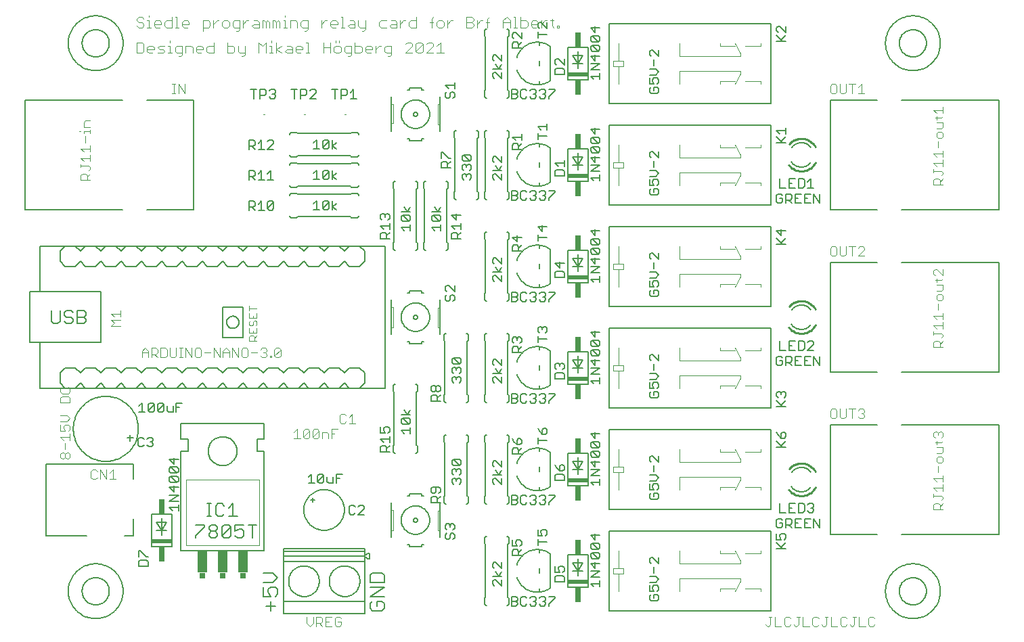
<source format=gto>
G75*
%MOIN*%
%OFA0B0*%
%FSLAX24Y24*%
%IPPOS*%
%LPD*%
%AMOC8*
5,1,8,0,0,1.08239X$1,22.5*
%
%ADD10C,0.0040*%
%ADD11C,0.0060*%
%ADD12R,0.1000X0.0200*%
%ADD13R,0.0300X0.0750*%
%ADD14C,0.0050*%
%ADD15C,0.0080*%
%ADD16C,0.0100*%
%ADD17C,0.0020*%
%ADD18C,0.0000*%
%ADD19R,0.0300X0.0250*%
%ADD20R,0.0500X0.1100*%
%ADD21C,0.0070*%
%ADD22C,0.0030*%
D10*
X004097Y007740D02*
X004250Y007740D01*
X004327Y007817D01*
X004480Y007740D02*
X004480Y008200D01*
X004787Y007740D01*
X004787Y008200D01*
X004941Y008047D02*
X005094Y008200D01*
X005094Y007740D01*
X004941Y007740D02*
X005248Y007740D01*
X004327Y008124D02*
X004250Y008200D01*
X004097Y008200D01*
X004020Y008124D01*
X004020Y007817D01*
X004097Y007740D01*
X002980Y008817D02*
X002903Y008740D01*
X002827Y008740D01*
X002750Y008817D01*
X002750Y008970D01*
X002827Y009047D01*
X002903Y009047D01*
X002980Y008970D01*
X002980Y008817D01*
X002750Y008817D02*
X002673Y008740D01*
X002596Y008740D01*
X002520Y008817D01*
X002520Y008970D01*
X002596Y009047D01*
X002673Y009047D01*
X002750Y008970D01*
X002750Y009200D02*
X002750Y009507D01*
X002673Y009661D02*
X002520Y009814D01*
X002980Y009814D01*
X002980Y009661D02*
X002980Y009968D01*
X002903Y010121D02*
X002980Y010198D01*
X002980Y010351D01*
X002903Y010428D01*
X002750Y010428D01*
X002673Y010351D01*
X002673Y010275D01*
X002750Y010121D01*
X002520Y010121D01*
X002520Y010428D01*
X002520Y010582D02*
X002827Y010582D01*
X002980Y010735D01*
X002827Y010888D01*
X002520Y010888D01*
X002520Y011502D02*
X002520Y011733D01*
X002596Y011809D01*
X002903Y011809D01*
X002980Y011733D01*
X002980Y011502D01*
X002520Y011502D01*
X002596Y011963D02*
X002903Y011963D01*
X002980Y012039D01*
X002980Y012193D01*
X002903Y012270D01*
X002596Y012270D02*
X002520Y012193D01*
X002520Y012039D01*
X002596Y011963D01*
X006529Y013740D02*
X006529Y014047D01*
X006682Y014200D01*
X006836Y014047D01*
X006836Y013740D01*
X006989Y013740D02*
X006989Y014200D01*
X007219Y014200D01*
X007296Y014124D01*
X007296Y013970D01*
X007219Y013893D01*
X006989Y013893D01*
X007143Y013893D02*
X007296Y013740D01*
X007449Y013740D02*
X007449Y014200D01*
X007680Y014200D01*
X007756Y014124D01*
X007756Y013817D01*
X007680Y013740D01*
X007449Y013740D01*
X007910Y013817D02*
X007910Y014200D01*
X008217Y014200D02*
X008217Y013817D01*
X008140Y013740D01*
X007987Y013740D01*
X007910Y013817D01*
X008370Y013740D02*
X008524Y013740D01*
X008447Y013740D02*
X008447Y014200D01*
X008370Y014200D02*
X008524Y014200D01*
X008677Y014200D02*
X008984Y013740D01*
X008984Y014200D01*
X009138Y014124D02*
X009138Y013817D01*
X009214Y013740D01*
X009368Y013740D01*
X009445Y013817D01*
X009445Y014124D01*
X009368Y014200D01*
X009214Y014200D01*
X009138Y014124D01*
X008677Y014200D02*
X008677Y013740D01*
X009598Y013970D02*
X009905Y013970D01*
X010058Y013740D02*
X010058Y014200D01*
X010365Y013740D01*
X010365Y014200D01*
X010519Y014047D02*
X010672Y014200D01*
X010826Y014047D01*
X010826Y013740D01*
X010979Y013740D02*
X010979Y014200D01*
X011286Y013740D01*
X011286Y014200D01*
X011440Y014124D02*
X011440Y013817D01*
X011516Y013740D01*
X011670Y013740D01*
X011746Y013817D01*
X011746Y014124D01*
X011670Y014200D01*
X011516Y014200D01*
X011440Y014124D01*
X011900Y013970D02*
X012207Y013970D01*
X012360Y013817D02*
X012437Y013740D01*
X012591Y013740D01*
X012667Y013817D01*
X012667Y013893D01*
X012591Y013970D01*
X012514Y013970D01*
X012591Y013970D02*
X012667Y014047D01*
X012667Y014124D01*
X012591Y014200D01*
X012437Y014200D01*
X012360Y014124D01*
X012821Y013817D02*
X012897Y013817D01*
X012897Y013740D01*
X012821Y013740D01*
X012821Y013817D01*
X013051Y013817D02*
X013358Y014124D01*
X013358Y013817D01*
X013281Y013740D01*
X013128Y013740D01*
X013051Y013817D01*
X013051Y014124D01*
X013128Y014200D01*
X013281Y014200D01*
X013358Y014124D01*
X010826Y013970D02*
X010519Y013970D01*
X010519Y014047D02*
X010519Y013740D01*
X006836Y013970D02*
X006529Y013970D01*
X005480Y015280D02*
X005020Y015280D01*
X005173Y015433D01*
X005020Y015587D01*
X005480Y015587D01*
X005480Y015740D02*
X005480Y016047D01*
X005480Y015893D02*
X005020Y015893D01*
X005173Y015740D01*
X014020Y010047D02*
X014173Y010200D01*
X014173Y009740D01*
X014020Y009740D02*
X014327Y009740D01*
X014480Y009817D02*
X014787Y010124D01*
X014787Y009817D01*
X014711Y009740D01*
X014557Y009740D01*
X014480Y009817D01*
X014480Y010124D01*
X014557Y010200D01*
X014711Y010200D01*
X014787Y010124D01*
X014941Y010124D02*
X015018Y010200D01*
X015171Y010200D01*
X015248Y010124D01*
X014941Y009817D01*
X015018Y009740D01*
X015171Y009740D01*
X015248Y009817D01*
X015248Y010124D01*
X015401Y010047D02*
X015631Y010047D01*
X015708Y009970D01*
X015708Y009740D01*
X015862Y009740D02*
X015862Y010200D01*
X016168Y010200D01*
X016015Y009970D02*
X015862Y009970D01*
X015401Y010047D02*
X015401Y009740D01*
X014941Y009817D02*
X014941Y010124D01*
X016270Y010567D02*
X016347Y010490D01*
X016500Y010490D01*
X016577Y010567D01*
X016730Y010490D02*
X017037Y010490D01*
X016884Y010490D02*
X016884Y010950D01*
X016730Y010797D01*
X016577Y010874D02*
X016500Y010950D01*
X016347Y010950D01*
X016270Y010874D01*
X016270Y010567D01*
X029750Y008345D02*
X029750Y008095D01*
X030000Y008095D01*
X030000Y007220D01*
X030000Y008095D02*
X030250Y008095D01*
X030250Y008345D01*
X030000Y008345D01*
X029750Y008345D01*
X030000Y008345D02*
X030000Y009220D01*
X033000Y009220D02*
X033000Y008595D01*
X036000Y008595D01*
X036000Y008720D01*
X035750Y009220D01*
X035750Y009095D02*
X035000Y009095D01*
X035000Y009220D01*
X036250Y009095D02*
X037000Y009095D01*
X037000Y009220D01*
X036000Y007845D02*
X036000Y007720D01*
X035750Y007220D01*
X035750Y007345D02*
X035000Y007345D01*
X035000Y007220D01*
X036000Y007845D02*
X033000Y007845D01*
X033000Y007220D01*
X036250Y007345D02*
X037000Y007345D01*
X037000Y007220D01*
X037000Y004220D02*
X037000Y004095D01*
X036250Y004095D01*
X036000Y003720D02*
X035750Y004220D01*
X035750Y004095D02*
X035000Y004095D01*
X035000Y004220D01*
X036000Y003720D02*
X036000Y003595D01*
X033000Y003595D01*
X033000Y004220D01*
X033000Y002845D02*
X036000Y002845D01*
X036000Y002720D01*
X035750Y002220D01*
X035750Y002345D02*
X035000Y002345D01*
X035000Y002220D01*
X036250Y002345D02*
X037000Y002345D01*
X037000Y002220D01*
X037399Y000950D02*
X037552Y000950D01*
X037475Y000950D02*
X037475Y000567D01*
X037399Y000490D01*
X037322Y000490D01*
X037245Y000567D01*
X037706Y000490D02*
X038013Y000490D01*
X038166Y000567D02*
X038166Y000874D01*
X038243Y000950D01*
X038396Y000950D01*
X038473Y000874D01*
X038473Y000567D02*
X038396Y000490D01*
X038243Y000490D01*
X038166Y000567D01*
X038626Y000567D02*
X038703Y000490D01*
X038780Y000490D01*
X038857Y000567D01*
X038857Y000950D01*
X038933Y000950D02*
X038780Y000950D01*
X039087Y000950D02*
X039087Y000490D01*
X039394Y000490D01*
X039547Y000567D02*
X039624Y000490D01*
X039777Y000490D01*
X039854Y000567D01*
X040008Y000567D02*
X040084Y000490D01*
X040161Y000490D01*
X040238Y000567D01*
X040238Y000950D01*
X040161Y000950D02*
X040315Y000950D01*
X040468Y000950D02*
X040468Y000490D01*
X040775Y000490D01*
X040928Y000567D02*
X041005Y000490D01*
X041159Y000490D01*
X041235Y000567D01*
X041389Y000567D02*
X041466Y000490D01*
X041542Y000490D01*
X041619Y000567D01*
X041619Y000950D01*
X041542Y000950D02*
X041696Y000950D01*
X041849Y000950D02*
X041849Y000490D01*
X042156Y000490D01*
X042310Y000567D02*
X042386Y000490D01*
X042540Y000490D01*
X042617Y000567D01*
X042617Y000874D02*
X042540Y000950D01*
X042386Y000950D01*
X042310Y000874D01*
X042310Y000567D01*
X041235Y000874D02*
X041159Y000950D01*
X041005Y000950D01*
X040928Y000874D01*
X040928Y000567D01*
X039854Y000874D02*
X039777Y000950D01*
X039624Y000950D01*
X039547Y000874D01*
X039547Y000567D01*
X037706Y000490D02*
X037706Y000950D01*
X033000Y002220D02*
X033000Y002845D01*
X030250Y003095D02*
X030250Y003345D01*
X030000Y003345D01*
X029750Y003345D01*
X029750Y003095D01*
X030000Y003095D01*
X030000Y002220D01*
X030000Y003095D02*
X030250Y003095D01*
X030000Y003345D02*
X030000Y004220D01*
X040428Y010817D02*
X040505Y010740D01*
X040659Y010740D01*
X040735Y010817D01*
X040735Y011124D01*
X040659Y011200D01*
X040505Y011200D01*
X040428Y011124D01*
X040428Y010817D01*
X040889Y010817D02*
X040889Y011200D01*
X041196Y011200D02*
X041196Y010817D01*
X041119Y010740D01*
X040966Y010740D01*
X040889Y010817D01*
X041349Y011200D02*
X041656Y011200D01*
X041503Y011200D02*
X041503Y010740D01*
X041810Y010817D02*
X041886Y010740D01*
X042040Y010740D01*
X042117Y010817D01*
X042117Y010893D01*
X042040Y010970D01*
X041963Y010970D01*
X042040Y010970D02*
X042117Y011047D01*
X042117Y011124D01*
X042040Y011200D01*
X041886Y011200D01*
X041810Y011124D01*
X045520Y010000D02*
X045520Y009846D01*
X045596Y009770D01*
X045673Y009616D02*
X045673Y009463D01*
X045596Y009539D02*
X045903Y009539D01*
X045980Y009616D01*
X045903Y009770D02*
X045980Y009846D01*
X045980Y010000D01*
X045903Y010077D01*
X045827Y010077D01*
X045750Y010000D01*
X045750Y009923D01*
X045750Y010000D02*
X045673Y010077D01*
X045596Y010077D01*
X045520Y010000D01*
X045673Y009309D02*
X045980Y009309D01*
X045980Y009079D01*
X045903Y009002D01*
X045673Y009002D01*
X045750Y008849D02*
X045673Y008772D01*
X045673Y008619D01*
X045750Y008542D01*
X045903Y008542D01*
X045980Y008619D01*
X045980Y008772D01*
X045903Y008849D01*
X045750Y008849D01*
X045750Y008388D02*
X045750Y008082D01*
X045980Y007928D02*
X045980Y007621D01*
X045980Y007468D02*
X045980Y007161D01*
X045980Y007314D02*
X045520Y007314D01*
X045673Y007161D01*
X045520Y007007D02*
X045520Y006854D01*
X045520Y006931D02*
X045903Y006931D01*
X045980Y006854D01*
X045980Y006777D01*
X045903Y006700D01*
X045980Y006547D02*
X045827Y006393D01*
X045827Y006470D02*
X045827Y006240D01*
X045980Y006240D02*
X045520Y006240D01*
X045520Y006470D01*
X045596Y006547D01*
X045750Y006547D01*
X045827Y006470D01*
X045673Y007621D02*
X045520Y007775D01*
X045980Y007775D01*
X037000Y012220D02*
X037000Y012345D01*
X036250Y012345D01*
X036000Y012720D02*
X035750Y012220D01*
X035750Y012345D02*
X035000Y012345D01*
X035000Y012220D01*
X036000Y012720D02*
X036000Y012845D01*
X033000Y012845D01*
X033000Y012220D01*
X033000Y013595D02*
X036000Y013595D01*
X036000Y013720D01*
X035750Y014220D01*
X035750Y014095D02*
X035000Y014095D01*
X035000Y014220D01*
X036250Y014095D02*
X037000Y014095D01*
X037000Y014220D01*
X033000Y014220D02*
X033000Y013595D01*
X030250Y013345D02*
X030250Y013095D01*
X030000Y013095D01*
X030000Y012220D01*
X030000Y013095D02*
X029750Y013095D01*
X029750Y013345D01*
X030000Y013345D01*
X030250Y013345D01*
X030000Y013345D02*
X030000Y014220D01*
X030000Y017220D02*
X030000Y018095D01*
X030250Y018095D01*
X030250Y018345D01*
X030000Y018345D01*
X029750Y018345D01*
X029750Y018095D01*
X030000Y018095D01*
X030000Y018345D02*
X030000Y019220D01*
X033000Y019220D02*
X033000Y018595D01*
X036000Y018595D01*
X036000Y018720D01*
X035750Y019220D01*
X035750Y019095D02*
X035000Y019095D01*
X035000Y019220D01*
X036250Y019095D02*
X037000Y019095D01*
X037000Y019220D01*
X036000Y017845D02*
X036000Y017720D01*
X035750Y017220D01*
X035750Y017345D02*
X035000Y017345D01*
X035000Y017220D01*
X036000Y017845D02*
X033000Y017845D01*
X033000Y017220D01*
X036250Y017345D02*
X037000Y017345D01*
X037000Y017220D01*
X040428Y018817D02*
X040505Y018740D01*
X040659Y018740D01*
X040735Y018817D01*
X040735Y019124D01*
X040659Y019200D01*
X040505Y019200D01*
X040428Y019124D01*
X040428Y018817D01*
X040889Y018817D02*
X040889Y019200D01*
X041196Y019200D02*
X041196Y018817D01*
X041119Y018740D01*
X040966Y018740D01*
X040889Y018817D01*
X041349Y019200D02*
X041656Y019200D01*
X041503Y019200D02*
X041503Y018740D01*
X041810Y018740D02*
X042117Y019047D01*
X042117Y019124D01*
X042040Y019200D01*
X041886Y019200D01*
X041810Y019124D01*
X041810Y018740D02*
X042117Y018740D01*
X045520Y018000D02*
X045520Y017846D01*
X045596Y017770D01*
X045673Y017616D02*
X045673Y017463D01*
X045596Y017539D02*
X045903Y017539D01*
X045980Y017616D01*
X045980Y017770D02*
X045673Y018077D01*
X045596Y018077D01*
X045520Y018000D01*
X045980Y018077D02*
X045980Y017770D01*
X045980Y017309D02*
X045673Y017309D01*
X045673Y017002D02*
X045903Y017002D01*
X045980Y017079D01*
X045980Y017309D01*
X045903Y016849D02*
X045750Y016849D01*
X045673Y016772D01*
X045673Y016619D01*
X045750Y016542D01*
X045903Y016542D01*
X045980Y016619D01*
X045980Y016772D01*
X045903Y016849D01*
X045750Y016388D02*
X045750Y016082D01*
X045980Y015928D02*
X045980Y015621D01*
X045980Y015468D02*
X045980Y015161D01*
X045980Y015314D02*
X045520Y015314D01*
X045673Y015161D01*
X045520Y015007D02*
X045520Y014854D01*
X045520Y014931D02*
X045903Y014931D01*
X045980Y014854D01*
X045980Y014777D01*
X045903Y014700D01*
X045980Y014547D02*
X045827Y014393D01*
X045827Y014470D02*
X045827Y014240D01*
X045980Y014240D02*
X045520Y014240D01*
X045520Y014470D01*
X045596Y014547D01*
X045750Y014547D01*
X045827Y014470D01*
X045673Y015621D02*
X045520Y015775D01*
X045980Y015775D01*
X045980Y022240D02*
X045520Y022240D01*
X045520Y022470D01*
X045596Y022547D01*
X045750Y022547D01*
X045827Y022470D01*
X045827Y022240D01*
X045827Y022393D02*
X045980Y022547D01*
X045903Y022700D02*
X045980Y022777D01*
X045980Y022854D01*
X045903Y022931D01*
X045520Y022931D01*
X045520Y023007D02*
X045520Y022854D01*
X045673Y023161D02*
X045520Y023314D01*
X045980Y023314D01*
X045980Y023161D02*
X045980Y023468D01*
X045980Y023621D02*
X045980Y023928D01*
X045980Y023775D02*
X045520Y023775D01*
X045673Y023621D01*
X045750Y024082D02*
X045750Y024388D01*
X045750Y024542D02*
X045903Y024542D01*
X045980Y024619D01*
X045980Y024772D01*
X045903Y024849D01*
X045750Y024849D01*
X045673Y024772D01*
X045673Y024619D01*
X045750Y024542D01*
X045673Y025002D02*
X045903Y025002D01*
X045980Y025079D01*
X045980Y025309D01*
X045673Y025309D01*
X045673Y025463D02*
X045673Y025616D01*
X045596Y025539D02*
X045903Y025539D01*
X045980Y025616D01*
X045980Y025770D02*
X045980Y026077D01*
X045980Y025923D02*
X045520Y025923D01*
X045673Y025770D01*
X042117Y026740D02*
X041810Y026740D01*
X041963Y026740D02*
X041963Y027200D01*
X041810Y027047D01*
X041656Y027200D02*
X041349Y027200D01*
X041196Y027200D02*
X041196Y026817D01*
X041119Y026740D01*
X040966Y026740D01*
X040889Y026817D01*
X040889Y027200D01*
X040735Y027124D02*
X040659Y027200D01*
X040505Y027200D01*
X040428Y027124D01*
X040428Y026817D01*
X040505Y026740D01*
X040659Y026740D01*
X040735Y026817D01*
X040735Y027124D01*
X041503Y027200D02*
X041503Y026740D01*
X037000Y027220D02*
X037000Y027345D01*
X036250Y027345D01*
X036000Y027720D02*
X035750Y027220D01*
X035750Y027345D02*
X035000Y027345D01*
X035000Y027220D01*
X036000Y027720D02*
X036000Y027845D01*
X033000Y027845D01*
X033000Y027220D01*
X033000Y028595D02*
X036000Y028595D01*
X036000Y028720D01*
X035750Y029220D01*
X035750Y029095D02*
X035000Y029095D01*
X035000Y029220D01*
X036250Y029095D02*
X037000Y029095D01*
X037000Y029220D01*
X033000Y029220D02*
X033000Y028595D01*
X030250Y028345D02*
X030000Y028345D01*
X029750Y028345D01*
X029750Y028095D01*
X030000Y028095D01*
X030000Y027220D01*
X030000Y028095D02*
X030250Y028095D01*
X030250Y028345D01*
X030000Y028345D02*
X030000Y029220D01*
X027068Y029990D02*
X026982Y029990D01*
X026982Y030077D01*
X027068Y030077D01*
X027068Y029990D01*
X026811Y029990D02*
X026725Y030077D01*
X026725Y030424D01*
X026811Y030337D02*
X026638Y030337D01*
X026468Y030337D02*
X026382Y030337D01*
X026208Y030163D01*
X026039Y030163D02*
X025692Y030163D01*
X025692Y030077D02*
X025692Y030250D01*
X025779Y030337D01*
X025953Y030337D01*
X026039Y030250D01*
X026039Y030163D01*
X025953Y029990D02*
X025779Y029990D01*
X025692Y030077D01*
X025524Y030077D02*
X025524Y030250D01*
X025437Y030337D01*
X025177Y030337D01*
X025177Y030510D02*
X025177Y029990D01*
X025437Y029990D01*
X025524Y030077D01*
X025007Y029990D02*
X024833Y029990D01*
X024920Y029990D02*
X024920Y030510D01*
X024833Y030510D01*
X024664Y030337D02*
X024664Y029990D01*
X024664Y030250D02*
X024317Y030250D01*
X024317Y030337D02*
X024317Y029990D01*
X024317Y030337D02*
X024491Y030510D01*
X024664Y030337D01*
X023631Y030250D02*
X023458Y030250D01*
X023289Y030337D02*
X023202Y030337D01*
X023028Y030163D01*
X022860Y030163D02*
X022860Y030077D01*
X022773Y029990D01*
X022513Y029990D01*
X022513Y030510D01*
X022773Y030510D01*
X022860Y030424D01*
X022860Y030337D01*
X022773Y030250D01*
X022513Y030250D01*
X022773Y030250D02*
X022860Y030163D01*
X023028Y029990D02*
X023028Y030337D01*
X023545Y030424D02*
X023545Y029990D01*
X023545Y030424D02*
X023631Y030510D01*
X021828Y030337D02*
X021741Y030337D01*
X021567Y030163D01*
X021567Y029990D02*
X021567Y030337D01*
X021399Y030250D02*
X021312Y030337D01*
X021138Y030337D01*
X021052Y030250D01*
X021052Y030077D01*
X021138Y029990D01*
X021312Y029990D01*
X021399Y030077D01*
X021399Y030250D01*
X020881Y030250D02*
X020708Y030250D01*
X020795Y030424D02*
X020795Y029990D01*
X020795Y030424D02*
X020881Y030510D01*
X020024Y030510D02*
X020024Y029990D01*
X019763Y029990D01*
X019677Y030077D01*
X019677Y030250D01*
X019763Y030337D01*
X020024Y030337D01*
X019507Y030337D02*
X019420Y030337D01*
X019247Y030163D01*
X019078Y030163D02*
X018818Y030163D01*
X018731Y030077D01*
X018818Y029990D01*
X019078Y029990D01*
X019078Y030250D01*
X018992Y030337D01*
X018818Y030337D01*
X018563Y030337D02*
X018302Y030337D01*
X018216Y030250D01*
X018216Y030077D01*
X018302Y029990D01*
X018563Y029990D01*
X019247Y029990D02*
X019247Y030337D01*
X019591Y029260D02*
X019505Y029174D01*
X019591Y029260D02*
X019765Y029260D01*
X019852Y029174D01*
X019852Y029087D01*
X019505Y028740D01*
X019852Y028740D01*
X020020Y028827D02*
X020367Y029174D01*
X020367Y028827D01*
X020281Y028740D01*
X020107Y028740D01*
X020020Y028827D01*
X020020Y029174D01*
X020107Y029260D01*
X020281Y029260D01*
X020367Y029174D01*
X020536Y029174D02*
X020623Y029260D01*
X020796Y029260D01*
X020883Y029174D01*
X020883Y029087D01*
X020536Y028740D01*
X020883Y028740D01*
X021052Y028740D02*
X021399Y028740D01*
X021225Y028740D02*
X021225Y029260D01*
X021052Y029087D01*
X018820Y029087D02*
X018820Y028653D01*
X018734Y028567D01*
X018647Y028567D01*
X018560Y028740D02*
X018820Y028740D01*
X018560Y028740D02*
X018473Y028827D01*
X018473Y029000D01*
X018560Y029087D01*
X018820Y029087D01*
X018304Y029087D02*
X018217Y029087D01*
X018044Y028913D01*
X017875Y028913D02*
X017528Y028913D01*
X017528Y028827D02*
X017528Y029000D01*
X017615Y029087D01*
X017788Y029087D01*
X017875Y029000D01*
X017875Y028913D01*
X017788Y028740D02*
X017615Y028740D01*
X017528Y028827D01*
X017359Y028827D02*
X017359Y029000D01*
X017273Y029087D01*
X017012Y029087D01*
X016844Y029087D02*
X016584Y029087D01*
X016497Y029000D01*
X016497Y028827D01*
X016584Y028740D01*
X016844Y028740D01*
X016844Y028653D02*
X016844Y029087D01*
X017012Y029260D02*
X017012Y028740D01*
X017273Y028740D01*
X017359Y028827D01*
X016844Y028653D02*
X016757Y028567D01*
X016670Y028567D01*
X016328Y028827D02*
X016328Y029000D01*
X016241Y029087D01*
X016068Y029087D01*
X015981Y029000D01*
X015981Y028827D01*
X016068Y028740D01*
X016241Y028740D01*
X016328Y028827D01*
X016241Y029260D02*
X016241Y029347D01*
X016068Y029347D02*
X016068Y029260D01*
X015813Y029260D02*
X015813Y028740D01*
X015813Y029000D02*
X015466Y029000D01*
X015466Y028740D02*
X015466Y029260D01*
X014693Y029260D02*
X014693Y028740D01*
X014606Y028740D02*
X014780Y028740D01*
X014437Y028913D02*
X014091Y028913D01*
X014091Y028827D02*
X014091Y029000D01*
X014177Y029087D01*
X014351Y029087D01*
X014437Y029000D01*
X014437Y028913D01*
X014351Y028740D02*
X014177Y028740D01*
X014091Y028827D01*
X013922Y028913D02*
X013662Y028913D01*
X013575Y028827D01*
X013662Y028740D01*
X013922Y028740D01*
X013922Y029000D01*
X013835Y029087D01*
X013662Y029087D01*
X013405Y029087D02*
X013145Y028913D01*
X013405Y028740D01*
X013145Y028740D02*
X013145Y029260D01*
X012888Y029260D02*
X012888Y029347D01*
X012888Y029087D02*
X012888Y028740D01*
X012801Y028740D02*
X012975Y028740D01*
X012633Y028740D02*
X012633Y029260D01*
X012459Y029087D01*
X012286Y029260D01*
X012286Y028740D01*
X012801Y029087D02*
X012888Y029087D01*
X012805Y029990D02*
X012805Y030250D01*
X012718Y030337D01*
X012631Y030250D01*
X012631Y029990D01*
X012458Y029990D02*
X012458Y030337D01*
X012544Y030337D01*
X012631Y030250D01*
X012289Y030250D02*
X012289Y029990D01*
X012029Y029990D01*
X011942Y030077D01*
X012029Y030163D01*
X012289Y030163D01*
X012289Y030250D02*
X012202Y030337D01*
X012029Y030337D01*
X011773Y030337D02*
X011686Y030337D01*
X011512Y030163D01*
X011512Y029990D02*
X011512Y030337D01*
X011344Y030337D02*
X011083Y030337D01*
X010997Y030250D01*
X010997Y030077D01*
X011083Y029990D01*
X011344Y029990D01*
X011344Y029903D02*
X011344Y030337D01*
X010828Y030250D02*
X010741Y030337D01*
X010568Y030337D01*
X010481Y030250D01*
X010481Y030077D01*
X010568Y029990D01*
X010741Y029990D01*
X010828Y030077D01*
X010828Y030250D01*
X010312Y030337D02*
X010225Y030337D01*
X010051Y030163D01*
X010051Y029990D02*
X010051Y030337D01*
X009883Y030250D02*
X009796Y030337D01*
X009536Y030337D01*
X009536Y029817D01*
X009536Y029990D02*
X009796Y029990D01*
X009883Y030077D01*
X009883Y030250D01*
X008851Y030250D02*
X008851Y030163D01*
X008504Y030163D01*
X008504Y030077D02*
X008504Y030250D01*
X008591Y030337D01*
X008765Y030337D01*
X008851Y030250D01*
X008765Y029990D02*
X008591Y029990D01*
X008504Y030077D01*
X008334Y029990D02*
X008161Y029990D01*
X008247Y029990D02*
X008247Y030510D01*
X008161Y030510D01*
X007992Y030510D02*
X007992Y029990D01*
X007732Y029990D01*
X007645Y030077D01*
X007645Y030250D01*
X007732Y030337D01*
X007992Y030337D01*
X007476Y030250D02*
X007476Y030163D01*
X007129Y030163D01*
X007129Y030077D02*
X007129Y030250D01*
X007216Y030337D01*
X007390Y030337D01*
X007476Y030250D01*
X007390Y029990D02*
X007216Y029990D01*
X007129Y030077D01*
X006959Y029990D02*
X006786Y029990D01*
X006872Y029990D02*
X006872Y030337D01*
X006786Y030337D01*
X006617Y030424D02*
X006530Y030510D01*
X006357Y030510D01*
X006270Y030424D01*
X006270Y030337D01*
X006357Y030250D01*
X006530Y030250D01*
X006617Y030163D01*
X006617Y030077D01*
X006530Y029990D01*
X006357Y029990D01*
X006270Y030077D01*
X006872Y030510D02*
X006872Y030597D01*
X007904Y029347D02*
X007904Y029260D01*
X007904Y029087D02*
X007904Y028740D01*
X007990Y028740D02*
X007817Y028740D01*
X007648Y028827D02*
X007562Y028913D01*
X007388Y028913D01*
X007301Y029000D01*
X007388Y029087D01*
X007648Y029087D01*
X007817Y029087D02*
X007904Y029087D01*
X008161Y029000D02*
X008247Y029087D01*
X008508Y029087D01*
X008508Y028653D01*
X008421Y028567D01*
X008334Y028567D01*
X008247Y028740D02*
X008508Y028740D01*
X008676Y028740D02*
X008676Y029087D01*
X008937Y029087D01*
X009023Y029000D01*
X009023Y028740D01*
X009192Y028827D02*
X009192Y029000D01*
X009279Y029087D01*
X009452Y029087D01*
X009539Y029000D01*
X009539Y028913D01*
X009192Y028913D01*
X009192Y028827D02*
X009279Y028740D01*
X009452Y028740D01*
X009708Y028827D02*
X009708Y029000D01*
X009794Y029087D01*
X010055Y029087D01*
X010055Y029260D02*
X010055Y028740D01*
X009794Y028740D01*
X009708Y028827D01*
X010739Y028740D02*
X010999Y028740D01*
X011086Y028827D01*
X011086Y029000D01*
X010999Y029087D01*
X010739Y029087D01*
X010739Y029260D02*
X010739Y028740D01*
X011255Y028827D02*
X011341Y028740D01*
X011601Y028740D01*
X011601Y028653D02*
X011515Y028567D01*
X011428Y028567D01*
X011601Y028653D02*
X011601Y029087D01*
X011255Y029087D02*
X011255Y028827D01*
X011257Y029817D02*
X011170Y029817D01*
X011257Y029817D02*
X011344Y029903D01*
X012973Y029990D02*
X012973Y030337D01*
X013060Y030337D01*
X013147Y030250D01*
X013234Y030337D01*
X013320Y030250D01*
X013320Y029990D01*
X013489Y029990D02*
X013662Y029990D01*
X013576Y029990D02*
X013576Y030337D01*
X013489Y030337D01*
X013576Y030510D02*
X013576Y030597D01*
X013833Y030337D02*
X014093Y030337D01*
X014180Y030250D01*
X014180Y029990D01*
X014348Y030077D02*
X014435Y029990D01*
X014695Y029990D01*
X014695Y029903D02*
X014609Y029817D01*
X014522Y029817D01*
X014695Y029903D02*
X014695Y030337D01*
X014435Y030337D01*
X014348Y030250D01*
X014348Y030077D01*
X013833Y029990D02*
X013833Y030337D01*
X013147Y030250D02*
X013147Y029990D01*
X014606Y029260D02*
X014693Y029260D01*
X015380Y029990D02*
X015380Y030337D01*
X015553Y030337D02*
X015640Y030337D01*
X015553Y030337D02*
X015380Y030163D01*
X015809Y030163D02*
X016156Y030163D01*
X016156Y030250D01*
X016070Y030337D01*
X015896Y030337D01*
X015809Y030250D01*
X015809Y030077D01*
X015896Y029990D01*
X016070Y029990D01*
X016325Y029990D02*
X016498Y029990D01*
X016412Y029990D02*
X016412Y030510D01*
X016325Y030510D01*
X016755Y030337D02*
X016929Y030337D01*
X017016Y030250D01*
X017016Y029990D01*
X016755Y029990D01*
X016669Y030077D01*
X016755Y030163D01*
X017016Y030163D01*
X017184Y030077D02*
X017184Y030337D01*
X017184Y030077D02*
X017271Y029990D01*
X017531Y029990D01*
X017531Y029903D02*
X017445Y029817D01*
X017358Y029817D01*
X017531Y029903D02*
X017531Y030337D01*
X018044Y029087D02*
X018044Y028740D01*
X026208Y029990D02*
X026208Y030337D01*
X030000Y024220D02*
X030000Y023345D01*
X030250Y023345D01*
X030250Y023095D01*
X030000Y023095D01*
X030000Y022220D01*
X030000Y023095D02*
X029750Y023095D01*
X029750Y023345D01*
X030000Y023345D01*
X033000Y023595D02*
X036000Y023595D01*
X036000Y023720D01*
X035750Y024220D01*
X035750Y024095D02*
X035000Y024095D01*
X035000Y024220D01*
X036250Y024095D02*
X037000Y024095D01*
X037000Y024220D01*
X036000Y022845D02*
X036000Y022720D01*
X035750Y022220D01*
X035750Y022345D02*
X035000Y022345D01*
X035000Y022220D01*
X036000Y022845D02*
X033000Y022845D01*
X033000Y022220D01*
X033000Y023595D02*
X033000Y024220D01*
X036250Y022345D02*
X037000Y022345D01*
X037000Y022220D01*
X008634Y026740D02*
X008634Y027200D01*
X008327Y027200D02*
X008634Y026740D01*
X008327Y026740D02*
X008327Y027200D01*
X008173Y027200D02*
X008020Y027200D01*
X008097Y027200D02*
X008097Y026740D01*
X008173Y026740D02*
X008020Y026740D01*
X008247Y028740D02*
X008161Y028827D01*
X008161Y029000D01*
X007648Y028827D02*
X007562Y028740D01*
X007301Y028740D01*
X007133Y028913D02*
X006786Y028913D01*
X006786Y028827D02*
X006786Y029000D01*
X006872Y029087D01*
X007046Y029087D01*
X007133Y029000D01*
X007133Y028913D01*
X007046Y028740D02*
X006872Y028740D01*
X006786Y028827D01*
X006617Y028827D02*
X006617Y029174D01*
X006530Y029260D01*
X006270Y029260D01*
X006270Y028740D01*
X006530Y028740D01*
X006617Y028827D01*
X003980Y025406D02*
X003750Y025406D01*
X003673Y025329D01*
X003673Y025099D01*
X003980Y025099D01*
X003980Y024945D02*
X003980Y024792D01*
X003980Y024869D02*
X003673Y024869D01*
X003673Y024792D01*
X003520Y024869D02*
X003443Y024869D01*
X003750Y024638D02*
X003750Y024332D01*
X003980Y024178D02*
X003980Y023871D01*
X003980Y023718D02*
X003980Y023411D01*
X003980Y023564D02*
X003520Y023564D01*
X003673Y023411D01*
X003520Y023257D02*
X003520Y023104D01*
X003520Y023181D02*
X003903Y023181D01*
X003980Y023104D01*
X003980Y023027D01*
X003903Y022950D01*
X003980Y022797D02*
X003827Y022643D01*
X003827Y022720D02*
X003827Y022490D01*
X003980Y022490D02*
X003520Y022490D01*
X003520Y022720D01*
X003596Y022797D01*
X003750Y022797D01*
X003827Y022720D01*
X003673Y023871D02*
X003520Y024025D01*
X003980Y024025D01*
X014649Y000950D02*
X014649Y000643D01*
X014803Y000490D01*
X014956Y000643D01*
X014956Y000950D01*
X015110Y000950D02*
X015340Y000950D01*
X015417Y000874D01*
X015417Y000720D01*
X015340Y000643D01*
X015110Y000643D01*
X015110Y000490D02*
X015110Y000950D01*
X015263Y000643D02*
X015417Y000490D01*
X015570Y000490D02*
X015877Y000490D01*
X016031Y000567D02*
X016107Y000490D01*
X016261Y000490D01*
X016338Y000567D01*
X016338Y000720D01*
X016184Y000720D01*
X016031Y000567D02*
X016031Y000874D01*
X016107Y000950D01*
X016261Y000950D01*
X016338Y000874D01*
X015877Y000950D02*
X015570Y000950D01*
X015570Y000490D01*
X015570Y000720D02*
X015724Y000720D01*
D11*
X017769Y001367D02*
X017886Y001250D01*
X018353Y001250D01*
X018470Y001367D01*
X018470Y001600D01*
X018353Y001717D01*
X018120Y001717D01*
X018120Y001484D01*
X017886Y001717D02*
X017769Y001600D01*
X017769Y001367D01*
X017769Y001950D02*
X018470Y002417D01*
X017769Y002417D01*
X017769Y002650D02*
X017769Y003000D01*
X017886Y003117D01*
X018353Y003117D01*
X018470Y003000D01*
X018470Y002650D01*
X017769Y002650D01*
X017769Y001950D02*
X018470Y001950D01*
X019700Y004420D02*
X020300Y004420D01*
X020300Y004520D01*
X020400Y004520D01*
X019700Y004520D02*
X019600Y004520D01*
X019700Y004520D02*
X019700Y004420D01*
X018800Y004870D02*
X018800Y005220D01*
X018800Y006220D01*
X018800Y006570D01*
X019600Y006920D02*
X019700Y006920D01*
X019700Y007020D01*
X020300Y007020D01*
X020300Y006920D01*
X020400Y006920D01*
X021200Y006570D02*
X021200Y006170D01*
X021200Y005220D01*
X021200Y004870D01*
X019900Y005720D02*
X019902Y005740D01*
X019908Y005758D01*
X019917Y005776D01*
X019929Y005791D01*
X019944Y005803D01*
X019962Y005812D01*
X019980Y005818D01*
X020000Y005820D01*
X020020Y005818D01*
X020038Y005812D01*
X020056Y005803D01*
X020071Y005791D01*
X020083Y005776D01*
X020092Y005758D01*
X020098Y005740D01*
X020100Y005720D01*
X020098Y005700D01*
X020092Y005682D01*
X020083Y005664D01*
X020071Y005649D01*
X020056Y005637D01*
X020038Y005628D01*
X020020Y005622D01*
X020000Y005620D01*
X019980Y005622D01*
X019962Y005628D01*
X019944Y005637D01*
X019929Y005649D01*
X019917Y005664D01*
X019908Y005682D01*
X019902Y005700D01*
X019900Y005720D01*
X019300Y005720D02*
X019302Y005772D01*
X019308Y005824D01*
X019318Y005876D01*
X019331Y005926D01*
X019348Y005976D01*
X019369Y006024D01*
X019394Y006070D01*
X019422Y006114D01*
X019453Y006156D01*
X019487Y006196D01*
X019524Y006233D01*
X019564Y006267D01*
X019606Y006298D01*
X019650Y006326D01*
X019696Y006351D01*
X019744Y006372D01*
X019794Y006389D01*
X019844Y006402D01*
X019896Y006412D01*
X019948Y006418D01*
X020000Y006420D01*
X020052Y006418D01*
X020104Y006412D01*
X020156Y006402D01*
X020206Y006389D01*
X020256Y006372D01*
X020304Y006351D01*
X020350Y006326D01*
X020394Y006298D01*
X020436Y006267D01*
X020476Y006233D01*
X020513Y006196D01*
X020547Y006156D01*
X020578Y006114D01*
X020606Y006070D01*
X020631Y006024D01*
X020652Y005976D01*
X020669Y005926D01*
X020682Y005876D01*
X020692Y005824D01*
X020698Y005772D01*
X020700Y005720D01*
X020698Y005668D01*
X020692Y005616D01*
X020682Y005564D01*
X020669Y005514D01*
X020652Y005464D01*
X020631Y005416D01*
X020606Y005370D01*
X020578Y005326D01*
X020547Y005284D01*
X020513Y005244D01*
X020476Y005207D01*
X020436Y005173D01*
X020394Y005142D01*
X020350Y005114D01*
X020304Y005089D01*
X020256Y005068D01*
X020206Y005051D01*
X020156Y005038D01*
X020104Y005028D01*
X020052Y005022D01*
X020000Y005020D01*
X019948Y005022D01*
X019896Y005028D01*
X019844Y005038D01*
X019794Y005051D01*
X019744Y005068D01*
X019696Y005089D01*
X019650Y005114D01*
X019606Y005142D01*
X019564Y005173D01*
X019524Y005207D01*
X019487Y005244D01*
X019453Y005284D01*
X019422Y005326D01*
X019394Y005370D01*
X019369Y005416D01*
X019348Y005464D01*
X019331Y005514D01*
X019318Y005564D01*
X019308Y005616D01*
X019302Y005668D01*
X019300Y005720D01*
X021400Y006620D02*
X021400Y006870D01*
X021450Y006920D01*
X021450Y009520D01*
X021400Y009570D01*
X021400Y009820D01*
X021402Y009837D01*
X021406Y009854D01*
X021413Y009870D01*
X021423Y009884D01*
X021436Y009897D01*
X021450Y009907D01*
X021466Y009914D01*
X021483Y009918D01*
X021500Y009920D01*
X022500Y009920D02*
X022517Y009918D01*
X022534Y009914D01*
X022550Y009907D01*
X022564Y009897D01*
X022577Y009884D01*
X022587Y009870D01*
X022594Y009854D01*
X022598Y009837D01*
X022600Y009820D01*
X022600Y009570D01*
X022550Y009520D01*
X022550Y006920D01*
X022600Y006870D01*
X022600Y006620D01*
X022598Y006603D01*
X022594Y006586D01*
X022587Y006570D01*
X022577Y006556D01*
X022564Y006543D01*
X022550Y006533D01*
X022534Y006526D01*
X022517Y006522D01*
X022500Y006520D01*
X023400Y006620D02*
X023400Y006870D01*
X023450Y006920D01*
X023450Y009520D01*
X023400Y009570D01*
X023400Y009820D01*
X023402Y009837D01*
X023406Y009854D01*
X023413Y009870D01*
X023423Y009884D01*
X023436Y009897D01*
X023450Y009907D01*
X023466Y009914D01*
X023483Y009918D01*
X023500Y009920D01*
X024500Y009920D02*
X024517Y009918D01*
X024534Y009914D01*
X024550Y009907D01*
X024564Y009897D01*
X024577Y009884D01*
X024587Y009870D01*
X024594Y009854D01*
X024598Y009837D01*
X024600Y009820D01*
X024600Y009570D01*
X024550Y009520D01*
X024550Y006920D01*
X024600Y006870D01*
X024600Y006620D01*
X024598Y006603D01*
X024594Y006586D01*
X024587Y006570D01*
X024577Y006556D01*
X024564Y006543D01*
X024550Y006533D01*
X024534Y006526D01*
X024517Y006522D01*
X024500Y006520D01*
X023500Y006520D02*
X023483Y006522D01*
X023466Y006526D01*
X023450Y006533D01*
X023436Y006543D01*
X023423Y006556D01*
X023413Y006570D01*
X023406Y006586D01*
X023402Y006603D01*
X023400Y006620D01*
X021500Y006520D02*
X021483Y006522D01*
X021466Y006526D01*
X021450Y006533D01*
X021436Y006543D01*
X021423Y006556D01*
X021413Y006570D01*
X021406Y006586D01*
X021402Y006603D01*
X021400Y006620D01*
X023400Y004820D02*
X023400Y004570D01*
X023450Y004520D01*
X023450Y001920D01*
X023400Y001870D01*
X023400Y001620D01*
X023402Y001603D01*
X023406Y001586D01*
X023413Y001570D01*
X023423Y001556D01*
X023436Y001543D01*
X023450Y001533D01*
X023466Y001526D01*
X023483Y001522D01*
X023500Y001520D01*
X024500Y001520D02*
X024517Y001522D01*
X024534Y001526D01*
X024550Y001533D01*
X024564Y001543D01*
X024577Y001556D01*
X024587Y001570D01*
X024594Y001586D01*
X024598Y001603D01*
X024600Y001620D01*
X024600Y001870D01*
X024550Y001920D01*
X024550Y004520D01*
X024600Y004570D01*
X024600Y004820D01*
X024598Y004837D01*
X024594Y004854D01*
X024587Y004870D01*
X024577Y004884D01*
X024564Y004897D01*
X024550Y004907D01*
X024534Y004914D01*
X024517Y004918D01*
X024500Y004920D01*
X023500Y004920D02*
X023483Y004918D01*
X023466Y004914D01*
X023450Y004907D01*
X023436Y004897D01*
X023423Y004884D01*
X023413Y004870D01*
X023406Y004854D01*
X023402Y004837D01*
X023400Y004820D01*
X027500Y004020D02*
X027500Y002420D01*
X028500Y002420D01*
X028500Y004020D01*
X027500Y004020D01*
X027750Y003620D02*
X028000Y003220D01*
X028250Y003220D01*
X028000Y003220D02*
X027750Y003220D01*
X028000Y003220D02*
X028000Y002970D01*
X028000Y003220D02*
X028000Y003820D01*
X027750Y003620D02*
X028250Y003620D01*
X028000Y003220D01*
X029524Y005170D02*
X029524Y001260D01*
X037516Y001260D01*
X037516Y005170D01*
X029524Y005170D01*
X029524Y006260D02*
X029524Y010170D01*
X037516Y010170D01*
X037516Y006260D01*
X029524Y006260D01*
X028500Y007420D02*
X027500Y007420D01*
X027500Y009020D01*
X028500Y009020D01*
X028500Y007420D01*
X028000Y007970D02*
X028000Y008220D01*
X028250Y008220D01*
X028000Y008220D02*
X027750Y008220D01*
X028000Y008220D02*
X027750Y008620D01*
X028250Y008620D01*
X028000Y008220D01*
X028000Y008820D01*
X029524Y011260D02*
X029524Y015170D01*
X037516Y015170D01*
X037516Y011260D01*
X029524Y011260D01*
X028500Y012420D02*
X027500Y012420D01*
X027500Y014020D01*
X028500Y014020D01*
X028500Y012420D01*
X028000Y012970D02*
X028000Y013220D01*
X028250Y013220D01*
X028000Y013220D02*
X027750Y013220D01*
X028000Y013220D02*
X027750Y013620D01*
X028250Y013620D01*
X028000Y013220D01*
X028000Y013820D01*
X024600Y014570D02*
X024550Y014520D01*
X024550Y011920D01*
X024600Y011870D01*
X024600Y011620D01*
X024598Y011603D01*
X024594Y011586D01*
X024587Y011570D01*
X024577Y011556D01*
X024564Y011543D01*
X024550Y011533D01*
X024534Y011526D01*
X024517Y011522D01*
X024500Y011520D01*
X023500Y011520D02*
X023483Y011522D01*
X023466Y011526D01*
X023450Y011533D01*
X023436Y011543D01*
X023423Y011556D01*
X023413Y011570D01*
X023406Y011586D01*
X023402Y011603D01*
X023400Y011620D01*
X023400Y011870D01*
X023450Y011920D01*
X023450Y014520D01*
X023400Y014570D01*
X023400Y014820D01*
X023402Y014837D01*
X023406Y014854D01*
X023413Y014870D01*
X023423Y014884D01*
X023436Y014897D01*
X023450Y014907D01*
X023466Y014914D01*
X023483Y014918D01*
X023500Y014920D01*
X022600Y014820D02*
X022600Y014570D01*
X022550Y014520D01*
X022550Y011920D01*
X022600Y011870D01*
X022600Y011620D01*
X022598Y011603D01*
X022594Y011586D01*
X022587Y011570D01*
X022577Y011556D01*
X022564Y011543D01*
X022550Y011533D01*
X022534Y011526D01*
X022517Y011522D01*
X022500Y011520D01*
X021500Y011520D02*
X021483Y011522D01*
X021466Y011526D01*
X021450Y011533D01*
X021436Y011543D01*
X021423Y011556D01*
X021413Y011570D01*
X021406Y011586D01*
X021402Y011603D01*
X021400Y011620D01*
X021400Y011870D01*
X021450Y011920D01*
X021450Y014520D01*
X021400Y014570D01*
X021400Y014820D01*
X021402Y014837D01*
X021406Y014854D01*
X021413Y014870D01*
X021423Y014884D01*
X021436Y014897D01*
X021450Y014907D01*
X021466Y014914D01*
X021483Y014918D01*
X021500Y014920D01*
X021200Y014870D02*
X021200Y015220D01*
X021200Y016170D01*
X021200Y016570D01*
X020400Y016920D02*
X020300Y016920D01*
X020300Y017020D01*
X019700Y017020D01*
X019700Y016920D01*
X019600Y016920D01*
X018800Y016570D02*
X018800Y016220D01*
X018800Y015220D01*
X018800Y014870D01*
X019600Y014520D02*
X019700Y014520D01*
X019700Y014420D01*
X020300Y014420D01*
X020300Y014520D01*
X020400Y014520D01*
X019900Y015720D02*
X019902Y015740D01*
X019908Y015758D01*
X019917Y015776D01*
X019929Y015791D01*
X019944Y015803D01*
X019962Y015812D01*
X019980Y015818D01*
X020000Y015820D01*
X020020Y015818D01*
X020038Y015812D01*
X020056Y015803D01*
X020071Y015791D01*
X020083Y015776D01*
X020092Y015758D01*
X020098Y015740D01*
X020100Y015720D01*
X020098Y015700D01*
X020092Y015682D01*
X020083Y015664D01*
X020071Y015649D01*
X020056Y015637D01*
X020038Y015628D01*
X020020Y015622D01*
X020000Y015620D01*
X019980Y015622D01*
X019962Y015628D01*
X019944Y015637D01*
X019929Y015649D01*
X019917Y015664D01*
X019908Y015682D01*
X019902Y015700D01*
X019900Y015720D01*
X019300Y015720D02*
X019302Y015772D01*
X019308Y015824D01*
X019318Y015876D01*
X019331Y015926D01*
X019348Y015976D01*
X019369Y016024D01*
X019394Y016070D01*
X019422Y016114D01*
X019453Y016156D01*
X019487Y016196D01*
X019524Y016233D01*
X019564Y016267D01*
X019606Y016298D01*
X019650Y016326D01*
X019696Y016351D01*
X019744Y016372D01*
X019794Y016389D01*
X019844Y016402D01*
X019896Y016412D01*
X019948Y016418D01*
X020000Y016420D01*
X020052Y016418D01*
X020104Y016412D01*
X020156Y016402D01*
X020206Y016389D01*
X020256Y016372D01*
X020304Y016351D01*
X020350Y016326D01*
X020394Y016298D01*
X020436Y016267D01*
X020476Y016233D01*
X020513Y016196D01*
X020547Y016156D01*
X020578Y016114D01*
X020606Y016070D01*
X020631Y016024D01*
X020652Y015976D01*
X020669Y015926D01*
X020682Y015876D01*
X020692Y015824D01*
X020698Y015772D01*
X020700Y015720D01*
X020698Y015668D01*
X020692Y015616D01*
X020682Y015564D01*
X020669Y015514D01*
X020652Y015464D01*
X020631Y015416D01*
X020606Y015370D01*
X020578Y015326D01*
X020547Y015284D01*
X020513Y015244D01*
X020476Y015207D01*
X020436Y015173D01*
X020394Y015142D01*
X020350Y015114D01*
X020304Y015089D01*
X020256Y015068D01*
X020206Y015051D01*
X020156Y015038D01*
X020104Y015028D01*
X020052Y015022D01*
X020000Y015020D01*
X019948Y015022D01*
X019896Y015028D01*
X019844Y015038D01*
X019794Y015051D01*
X019744Y015068D01*
X019696Y015089D01*
X019650Y015114D01*
X019606Y015142D01*
X019564Y015173D01*
X019524Y015207D01*
X019487Y015244D01*
X019453Y015284D01*
X019422Y015326D01*
X019394Y015370D01*
X019369Y015416D01*
X019348Y015464D01*
X019331Y015514D01*
X019318Y015564D01*
X019308Y015616D01*
X019302Y015668D01*
X019300Y015720D01*
X022500Y014920D02*
X022517Y014918D01*
X022534Y014914D01*
X022550Y014907D01*
X022564Y014897D01*
X022577Y014884D01*
X022587Y014870D01*
X022594Y014854D01*
X022598Y014837D01*
X022600Y014820D01*
X024500Y014920D02*
X024517Y014918D01*
X024534Y014914D01*
X024550Y014907D01*
X024564Y014897D01*
X024577Y014884D01*
X024587Y014870D01*
X024594Y014854D01*
X024598Y014837D01*
X024600Y014820D01*
X024600Y014570D01*
X024600Y016620D02*
X024600Y016870D01*
X024550Y016920D01*
X024550Y019520D01*
X024600Y019570D01*
X024600Y019820D01*
X024598Y019837D01*
X024594Y019854D01*
X024587Y019870D01*
X024577Y019884D01*
X024564Y019897D01*
X024550Y019907D01*
X024534Y019914D01*
X024517Y019918D01*
X024500Y019920D01*
X023500Y019920D02*
X023483Y019918D01*
X023466Y019914D01*
X023450Y019907D01*
X023436Y019897D01*
X023423Y019884D01*
X023413Y019870D01*
X023406Y019854D01*
X023402Y019837D01*
X023400Y019820D01*
X023400Y019570D01*
X023450Y019520D01*
X023450Y016920D01*
X023400Y016870D01*
X023400Y016620D01*
X023402Y016603D01*
X023406Y016586D01*
X023413Y016570D01*
X023423Y016556D01*
X023436Y016543D01*
X023450Y016533D01*
X023466Y016526D01*
X023483Y016522D01*
X023500Y016520D01*
X024500Y016520D02*
X024517Y016522D01*
X024534Y016526D01*
X024550Y016533D01*
X024564Y016543D01*
X024577Y016556D01*
X024587Y016570D01*
X024594Y016586D01*
X024598Y016603D01*
X024600Y016620D01*
X027500Y017420D02*
X028500Y017420D01*
X028500Y019020D01*
X027500Y019020D01*
X027500Y017420D01*
X028000Y017970D02*
X028000Y018220D01*
X028250Y018220D01*
X028000Y018220D02*
X027750Y018220D01*
X028000Y018220D02*
X027750Y018620D01*
X028250Y018620D01*
X028000Y018220D01*
X028000Y018820D01*
X029524Y020170D02*
X029524Y016260D01*
X037516Y016260D01*
X037516Y020170D01*
X029524Y020170D01*
X029524Y021260D02*
X029524Y025170D01*
X037516Y025170D01*
X037516Y021260D01*
X029524Y021260D01*
X028500Y022420D02*
X027500Y022420D01*
X027500Y024020D01*
X028500Y024020D01*
X028500Y022420D01*
X028000Y022970D02*
X028000Y023220D01*
X028250Y023220D01*
X028000Y023220D02*
X027750Y023220D01*
X028000Y023220D02*
X027750Y023620D01*
X028250Y023620D01*
X028000Y023220D01*
X028000Y023820D01*
X024600Y024570D02*
X024550Y024520D01*
X024550Y021920D01*
X024600Y021870D01*
X024600Y021620D01*
X024598Y021603D01*
X024594Y021586D01*
X024587Y021570D01*
X024577Y021556D01*
X024564Y021543D01*
X024550Y021533D01*
X024534Y021526D01*
X024517Y021522D01*
X024500Y021520D01*
X023500Y021520D02*
X023483Y021522D01*
X023466Y021526D01*
X023450Y021533D01*
X023436Y021543D01*
X023423Y021556D01*
X023413Y021570D01*
X023406Y021586D01*
X023402Y021603D01*
X023400Y021620D01*
X023400Y021870D01*
X023450Y021920D01*
X023450Y024520D01*
X023400Y024570D01*
X023400Y024820D01*
X023402Y024837D01*
X023406Y024854D01*
X023413Y024870D01*
X023423Y024884D01*
X023436Y024897D01*
X023450Y024907D01*
X023466Y024914D01*
X023483Y024918D01*
X023500Y024920D01*
X023100Y024820D02*
X023100Y024570D01*
X023050Y024520D01*
X023050Y021920D01*
X023100Y021870D01*
X023100Y021620D01*
X023098Y021603D01*
X023094Y021586D01*
X023087Y021570D01*
X023077Y021556D01*
X023064Y021543D01*
X023050Y021533D01*
X023034Y021526D01*
X023017Y021522D01*
X023000Y021520D01*
X022000Y021520D02*
X021983Y021522D01*
X021966Y021526D01*
X021950Y021533D01*
X021936Y021543D01*
X021923Y021556D01*
X021913Y021570D01*
X021906Y021586D01*
X021902Y021603D01*
X021900Y021620D01*
X021900Y021870D01*
X021950Y021920D01*
X021950Y024520D01*
X021900Y024570D01*
X021900Y024820D01*
X021902Y024837D01*
X021906Y024854D01*
X021913Y024870D01*
X021923Y024884D01*
X021936Y024897D01*
X021950Y024907D01*
X021966Y024914D01*
X021983Y024918D01*
X022000Y024920D01*
X021200Y024870D02*
X021200Y025220D01*
X021200Y026220D01*
X021200Y026570D01*
X020400Y026920D02*
X020300Y026920D01*
X020300Y027020D01*
X019700Y027020D01*
X019700Y026920D01*
X019600Y026920D01*
X018800Y026570D02*
X018800Y026220D01*
X018800Y025270D01*
X018800Y024870D01*
X019600Y024520D02*
X019700Y024520D01*
X019700Y024420D01*
X020300Y024420D01*
X020300Y024520D01*
X020400Y024520D01*
X019900Y025720D02*
X019902Y025740D01*
X019908Y025758D01*
X019917Y025776D01*
X019929Y025791D01*
X019944Y025803D01*
X019962Y025812D01*
X019980Y025818D01*
X020000Y025820D01*
X020020Y025818D01*
X020038Y025812D01*
X020056Y025803D01*
X020071Y025791D01*
X020083Y025776D01*
X020092Y025758D01*
X020098Y025740D01*
X020100Y025720D01*
X020098Y025700D01*
X020092Y025682D01*
X020083Y025664D01*
X020071Y025649D01*
X020056Y025637D01*
X020038Y025628D01*
X020020Y025622D01*
X020000Y025620D01*
X019980Y025622D01*
X019962Y025628D01*
X019944Y025637D01*
X019929Y025649D01*
X019917Y025664D01*
X019908Y025682D01*
X019902Y025700D01*
X019900Y025720D01*
X019300Y025720D02*
X019302Y025772D01*
X019308Y025824D01*
X019318Y025876D01*
X019331Y025926D01*
X019348Y025976D01*
X019369Y026024D01*
X019394Y026070D01*
X019422Y026114D01*
X019453Y026156D01*
X019487Y026196D01*
X019524Y026233D01*
X019564Y026267D01*
X019606Y026298D01*
X019650Y026326D01*
X019696Y026351D01*
X019744Y026372D01*
X019794Y026389D01*
X019844Y026402D01*
X019896Y026412D01*
X019948Y026418D01*
X020000Y026420D01*
X020052Y026418D01*
X020104Y026412D01*
X020156Y026402D01*
X020206Y026389D01*
X020256Y026372D01*
X020304Y026351D01*
X020350Y026326D01*
X020394Y026298D01*
X020436Y026267D01*
X020476Y026233D01*
X020513Y026196D01*
X020547Y026156D01*
X020578Y026114D01*
X020606Y026070D01*
X020631Y026024D01*
X020652Y025976D01*
X020669Y025926D01*
X020682Y025876D01*
X020692Y025824D01*
X020698Y025772D01*
X020700Y025720D01*
X020698Y025668D01*
X020692Y025616D01*
X020682Y025564D01*
X020669Y025514D01*
X020652Y025464D01*
X020631Y025416D01*
X020606Y025370D01*
X020578Y025326D01*
X020547Y025284D01*
X020513Y025244D01*
X020476Y025207D01*
X020436Y025173D01*
X020394Y025142D01*
X020350Y025114D01*
X020304Y025089D01*
X020256Y025068D01*
X020206Y025051D01*
X020156Y025038D01*
X020104Y025028D01*
X020052Y025022D01*
X020000Y025020D01*
X019948Y025022D01*
X019896Y025028D01*
X019844Y025038D01*
X019794Y025051D01*
X019744Y025068D01*
X019696Y025089D01*
X019650Y025114D01*
X019606Y025142D01*
X019564Y025173D01*
X019524Y025207D01*
X019487Y025244D01*
X019453Y025284D01*
X019422Y025326D01*
X019394Y025370D01*
X019369Y025416D01*
X019348Y025464D01*
X019331Y025514D01*
X019318Y025564D01*
X019308Y025616D01*
X019302Y025668D01*
X019300Y025720D01*
X017100Y024820D02*
X016850Y024820D01*
X016800Y024770D01*
X014200Y024770D01*
X014150Y024820D01*
X013900Y024820D01*
X013883Y024818D01*
X013866Y024814D01*
X013850Y024807D01*
X013836Y024797D01*
X013823Y024784D01*
X013813Y024770D01*
X013806Y024754D01*
X013802Y024737D01*
X013800Y024720D01*
X013800Y023720D02*
X013802Y023703D01*
X013806Y023686D01*
X013813Y023670D01*
X013823Y023656D01*
X013836Y023643D01*
X013850Y023633D01*
X013866Y023626D01*
X013883Y023622D01*
X013900Y023620D01*
X014150Y023620D01*
X014200Y023670D01*
X016800Y023670D01*
X016850Y023620D01*
X017100Y023620D01*
X017117Y023622D01*
X017134Y023626D01*
X017150Y023633D01*
X017164Y023643D01*
X017177Y023656D01*
X017187Y023670D01*
X017194Y023686D01*
X017198Y023703D01*
X017200Y023720D01*
X017100Y023320D02*
X016850Y023320D01*
X016800Y023270D01*
X014200Y023270D01*
X014150Y023320D01*
X013900Y023320D01*
X013883Y023318D01*
X013866Y023314D01*
X013850Y023307D01*
X013836Y023297D01*
X013823Y023284D01*
X013813Y023270D01*
X013806Y023254D01*
X013802Y023237D01*
X013800Y023220D01*
X013800Y022220D02*
X013802Y022203D01*
X013806Y022186D01*
X013813Y022170D01*
X013823Y022156D01*
X013836Y022143D01*
X013850Y022133D01*
X013866Y022126D01*
X013883Y022122D01*
X013900Y022120D01*
X014150Y022120D01*
X014200Y022170D01*
X016800Y022170D01*
X016850Y022120D01*
X017100Y022120D01*
X017117Y022122D01*
X017134Y022126D01*
X017150Y022133D01*
X017164Y022143D01*
X017177Y022156D01*
X017187Y022170D01*
X017194Y022186D01*
X017198Y022203D01*
X017200Y022220D01*
X017100Y021820D02*
X016850Y021820D01*
X016800Y021770D01*
X014200Y021770D01*
X014150Y021820D01*
X013900Y021820D01*
X013883Y021818D01*
X013866Y021814D01*
X013850Y021807D01*
X013836Y021797D01*
X013823Y021784D01*
X013813Y021770D01*
X013806Y021754D01*
X013802Y021737D01*
X013800Y021720D01*
X013800Y020720D02*
X013802Y020703D01*
X013806Y020686D01*
X013813Y020670D01*
X013823Y020656D01*
X013836Y020643D01*
X013850Y020633D01*
X013866Y020626D01*
X013883Y020622D01*
X013900Y020620D01*
X014150Y020620D01*
X014200Y020670D01*
X016800Y020670D01*
X016850Y020620D01*
X017100Y020620D01*
X017117Y020622D01*
X017134Y020626D01*
X017150Y020633D01*
X017164Y020643D01*
X017177Y020656D01*
X017187Y020670D01*
X017194Y020686D01*
X017198Y020703D01*
X017200Y020720D01*
X017200Y021720D02*
X017198Y021737D01*
X017194Y021754D01*
X017187Y021770D01*
X017177Y021784D01*
X017164Y021797D01*
X017150Y021807D01*
X017134Y021814D01*
X017117Y021818D01*
X017100Y021820D01*
X018900Y022070D02*
X018950Y022020D01*
X018950Y019420D01*
X018900Y019370D01*
X018900Y019120D01*
X018902Y019103D01*
X018906Y019086D01*
X018913Y019070D01*
X018923Y019056D01*
X018936Y019043D01*
X018950Y019033D01*
X018966Y019026D01*
X018983Y019022D01*
X019000Y019020D01*
X020000Y019020D02*
X020017Y019022D01*
X020034Y019026D01*
X020050Y019033D01*
X020064Y019043D01*
X020077Y019056D01*
X020087Y019070D01*
X020094Y019086D01*
X020098Y019103D01*
X020100Y019120D01*
X020100Y019370D01*
X020050Y019420D01*
X020050Y022020D01*
X020100Y022070D01*
X020100Y022320D01*
X020098Y022337D01*
X020094Y022354D01*
X020087Y022370D01*
X020077Y022384D01*
X020064Y022397D01*
X020050Y022407D01*
X020034Y022414D01*
X020017Y022418D01*
X020000Y022420D01*
X020400Y022320D02*
X020400Y022070D01*
X020450Y022020D01*
X020450Y019420D01*
X020400Y019370D01*
X020400Y019120D01*
X020402Y019103D01*
X020406Y019086D01*
X020413Y019070D01*
X020423Y019056D01*
X020436Y019043D01*
X020450Y019033D01*
X020466Y019026D01*
X020483Y019022D01*
X020500Y019020D01*
X021500Y019020D02*
X021517Y019022D01*
X021534Y019026D01*
X021550Y019033D01*
X021564Y019043D01*
X021577Y019056D01*
X021587Y019070D01*
X021594Y019086D01*
X021598Y019103D01*
X021600Y019120D01*
X021600Y019370D01*
X021550Y019420D01*
X021550Y022020D01*
X021600Y022070D01*
X021600Y022320D01*
X021598Y022337D01*
X021594Y022354D01*
X021587Y022370D01*
X021577Y022384D01*
X021564Y022397D01*
X021550Y022407D01*
X021534Y022414D01*
X021517Y022418D01*
X021500Y022420D01*
X020500Y022420D02*
X020483Y022418D01*
X020466Y022414D01*
X020450Y022407D01*
X020436Y022397D01*
X020423Y022384D01*
X020413Y022370D01*
X020406Y022354D01*
X020402Y022337D01*
X020400Y022320D01*
X019000Y022420D02*
X018983Y022418D01*
X018966Y022414D01*
X018950Y022407D01*
X018936Y022397D01*
X018923Y022384D01*
X018913Y022370D01*
X018906Y022354D01*
X018902Y022337D01*
X018900Y022320D01*
X018900Y022070D01*
X017200Y023220D02*
X017198Y023237D01*
X017194Y023254D01*
X017187Y023270D01*
X017177Y023284D01*
X017164Y023297D01*
X017150Y023307D01*
X017134Y023314D01*
X017117Y023318D01*
X017100Y023320D01*
X017200Y024720D02*
X017198Y024737D01*
X017194Y024754D01*
X017187Y024770D01*
X017177Y024784D01*
X017164Y024797D01*
X017150Y024807D01*
X017134Y024814D01*
X017117Y024818D01*
X017100Y024820D01*
X023000Y024920D02*
X023017Y024918D01*
X023034Y024914D01*
X023050Y024907D01*
X023064Y024897D01*
X023077Y024884D01*
X023087Y024870D01*
X023094Y024854D01*
X023098Y024837D01*
X023100Y024820D01*
X024500Y024920D02*
X024517Y024918D01*
X024534Y024914D01*
X024550Y024907D01*
X024564Y024897D01*
X024577Y024884D01*
X024587Y024870D01*
X024594Y024854D01*
X024598Y024837D01*
X024600Y024820D01*
X024600Y024570D01*
X024600Y026620D02*
X024600Y026870D01*
X024550Y026920D01*
X024550Y029520D01*
X024600Y029570D01*
X024600Y029820D01*
X024598Y029837D01*
X024594Y029854D01*
X024587Y029870D01*
X024577Y029884D01*
X024564Y029897D01*
X024550Y029907D01*
X024534Y029914D01*
X024517Y029918D01*
X024500Y029920D01*
X023500Y029920D02*
X023483Y029918D01*
X023466Y029914D01*
X023450Y029907D01*
X023436Y029897D01*
X023423Y029884D01*
X023413Y029870D01*
X023406Y029854D01*
X023402Y029837D01*
X023400Y029820D01*
X023400Y029570D01*
X023450Y029520D01*
X023450Y026920D01*
X023400Y026870D01*
X023400Y026620D01*
X023402Y026603D01*
X023406Y026586D01*
X023413Y026570D01*
X023423Y026556D01*
X023436Y026543D01*
X023450Y026533D01*
X023466Y026526D01*
X023483Y026522D01*
X023500Y026520D01*
X024500Y026520D02*
X024517Y026522D01*
X024534Y026526D01*
X024550Y026533D01*
X024564Y026543D01*
X024577Y026556D01*
X024587Y026570D01*
X024594Y026586D01*
X024598Y026603D01*
X024600Y026620D01*
X027500Y027420D02*
X028500Y027420D01*
X028500Y029020D01*
X027500Y029020D01*
X027500Y027420D01*
X028000Y027970D02*
X028000Y028220D01*
X028250Y028220D01*
X028000Y028220D02*
X027750Y028220D01*
X028000Y028220D02*
X027750Y028620D01*
X028250Y028620D01*
X028000Y028220D01*
X028000Y028820D01*
X029524Y030170D02*
X029524Y026260D01*
X037516Y026260D01*
X037516Y030170D01*
X029524Y030170D01*
X039000Y024320D02*
X039045Y024318D01*
X039091Y024313D01*
X039135Y024305D01*
X039179Y024293D01*
X039222Y024277D01*
X039264Y024259D01*
X039304Y024237D01*
X039342Y024213D01*
X039378Y024186D01*
X039413Y024156D01*
X039444Y024123D01*
X039474Y024088D01*
X039000Y023120D02*
X038953Y023122D01*
X038905Y023128D01*
X038859Y023137D01*
X038813Y023150D01*
X038769Y023166D01*
X038725Y023187D01*
X038684Y023210D01*
X038645Y023236D01*
X038608Y023266D01*
X038573Y023299D01*
X038541Y023334D01*
X038512Y023371D01*
X039000Y023120D02*
X039046Y023122D01*
X039092Y023127D01*
X039138Y023136D01*
X039183Y023148D01*
X039226Y023164D01*
X039268Y023183D01*
X039309Y023206D01*
X039348Y023231D01*
X039384Y023259D01*
X039419Y023290D01*
X039451Y023324D01*
X039480Y023360D01*
X039000Y024320D02*
X038955Y024318D01*
X038909Y024313D01*
X038865Y024305D01*
X038821Y024293D01*
X038778Y024277D01*
X038736Y024259D01*
X038696Y024237D01*
X038658Y024213D01*
X038622Y024186D01*
X038587Y024156D01*
X038556Y024123D01*
X038526Y024088D01*
X043150Y029220D02*
X043152Y029293D01*
X043158Y029366D01*
X043168Y029438D01*
X043182Y029510D01*
X043199Y029581D01*
X043221Y029651D01*
X043246Y029720D01*
X043275Y029787D01*
X043307Y029852D01*
X043343Y029916D01*
X043383Y029978D01*
X043425Y030037D01*
X043471Y030094D01*
X043520Y030148D01*
X043572Y030200D01*
X043626Y030249D01*
X043683Y030295D01*
X043742Y030337D01*
X043804Y030377D01*
X043868Y030413D01*
X043933Y030445D01*
X044000Y030474D01*
X044069Y030499D01*
X044139Y030521D01*
X044210Y030538D01*
X044282Y030552D01*
X044354Y030562D01*
X044427Y030568D01*
X044500Y030570D01*
X044573Y030568D01*
X044646Y030562D01*
X044718Y030552D01*
X044790Y030538D01*
X044861Y030521D01*
X044931Y030499D01*
X045000Y030474D01*
X045067Y030445D01*
X045132Y030413D01*
X045196Y030377D01*
X045258Y030337D01*
X045317Y030295D01*
X045374Y030249D01*
X045428Y030200D01*
X045480Y030148D01*
X045529Y030094D01*
X045575Y030037D01*
X045617Y029978D01*
X045657Y029916D01*
X045693Y029852D01*
X045725Y029787D01*
X045754Y029720D01*
X045779Y029651D01*
X045801Y029581D01*
X045818Y029510D01*
X045832Y029438D01*
X045842Y029366D01*
X045848Y029293D01*
X045850Y029220D01*
X045848Y029147D01*
X045842Y029074D01*
X045832Y029002D01*
X045818Y028930D01*
X045801Y028859D01*
X045779Y028789D01*
X045754Y028720D01*
X045725Y028653D01*
X045693Y028588D01*
X045657Y028524D01*
X045617Y028462D01*
X045575Y028403D01*
X045529Y028346D01*
X045480Y028292D01*
X045428Y028240D01*
X045374Y028191D01*
X045317Y028145D01*
X045258Y028103D01*
X045196Y028063D01*
X045132Y028027D01*
X045067Y027995D01*
X045000Y027966D01*
X044931Y027941D01*
X044861Y027919D01*
X044790Y027902D01*
X044718Y027888D01*
X044646Y027878D01*
X044573Y027872D01*
X044500Y027870D01*
X044427Y027872D01*
X044354Y027878D01*
X044282Y027888D01*
X044210Y027902D01*
X044139Y027919D01*
X044069Y027941D01*
X044000Y027966D01*
X043933Y027995D01*
X043868Y028027D01*
X043804Y028063D01*
X043742Y028103D01*
X043683Y028145D01*
X043626Y028191D01*
X043572Y028240D01*
X043520Y028292D01*
X043471Y028346D01*
X043425Y028403D01*
X043383Y028462D01*
X043343Y028524D01*
X043307Y028588D01*
X043275Y028653D01*
X043246Y028720D01*
X043221Y028789D01*
X043199Y028859D01*
X043182Y028930D01*
X043168Y029002D01*
X043158Y029074D01*
X043152Y029147D01*
X043150Y029220D01*
X038512Y015371D02*
X038541Y015334D01*
X038573Y015299D01*
X038608Y015266D01*
X038645Y015236D01*
X038684Y015210D01*
X038725Y015187D01*
X038769Y015166D01*
X038813Y015150D01*
X038859Y015137D01*
X038905Y015128D01*
X038953Y015122D01*
X039000Y015120D01*
X039474Y016088D02*
X039444Y016123D01*
X039413Y016156D01*
X039378Y016186D01*
X039342Y016213D01*
X039304Y016237D01*
X039264Y016259D01*
X039222Y016277D01*
X039179Y016293D01*
X039135Y016305D01*
X039091Y016313D01*
X039045Y016318D01*
X039000Y016320D01*
X039480Y015360D02*
X039451Y015324D01*
X039419Y015290D01*
X039384Y015259D01*
X039348Y015231D01*
X039309Y015206D01*
X039268Y015183D01*
X039226Y015164D01*
X039183Y015148D01*
X039138Y015136D01*
X039092Y015127D01*
X039046Y015122D01*
X039000Y015120D01*
X038526Y016088D02*
X038556Y016123D01*
X038587Y016156D01*
X038622Y016186D01*
X038658Y016213D01*
X038696Y016237D01*
X038736Y016259D01*
X038778Y016277D01*
X038821Y016293D01*
X038865Y016305D01*
X038909Y016313D01*
X038955Y016318D01*
X039000Y016320D01*
X039480Y007360D02*
X039451Y007324D01*
X039419Y007290D01*
X039384Y007259D01*
X039348Y007231D01*
X039309Y007206D01*
X039268Y007183D01*
X039226Y007164D01*
X039183Y007148D01*
X039138Y007136D01*
X039092Y007127D01*
X039046Y007122D01*
X039000Y007120D01*
X039474Y008088D02*
X039444Y008123D01*
X039413Y008156D01*
X039378Y008186D01*
X039342Y008213D01*
X039304Y008237D01*
X039264Y008259D01*
X039222Y008277D01*
X039179Y008293D01*
X039135Y008305D01*
X039091Y008313D01*
X039045Y008318D01*
X039000Y008320D01*
X038512Y007371D02*
X038541Y007334D01*
X038573Y007299D01*
X038608Y007266D01*
X038645Y007236D01*
X038684Y007210D01*
X038725Y007187D01*
X038769Y007166D01*
X038813Y007150D01*
X038859Y007137D01*
X038905Y007128D01*
X038953Y007122D01*
X039000Y007120D01*
X038526Y008088D02*
X038556Y008123D01*
X038587Y008156D01*
X038622Y008186D01*
X038658Y008213D01*
X038696Y008237D01*
X038736Y008259D01*
X038778Y008277D01*
X038821Y008293D01*
X038865Y008305D01*
X038909Y008313D01*
X038955Y008318D01*
X039000Y008320D01*
X043150Y002220D02*
X043152Y002293D01*
X043158Y002366D01*
X043168Y002438D01*
X043182Y002510D01*
X043199Y002581D01*
X043221Y002651D01*
X043246Y002720D01*
X043275Y002787D01*
X043307Y002852D01*
X043343Y002916D01*
X043383Y002978D01*
X043425Y003037D01*
X043471Y003094D01*
X043520Y003148D01*
X043572Y003200D01*
X043626Y003249D01*
X043683Y003295D01*
X043742Y003337D01*
X043804Y003377D01*
X043868Y003413D01*
X043933Y003445D01*
X044000Y003474D01*
X044069Y003499D01*
X044139Y003521D01*
X044210Y003538D01*
X044282Y003552D01*
X044354Y003562D01*
X044427Y003568D01*
X044500Y003570D01*
X044573Y003568D01*
X044646Y003562D01*
X044718Y003552D01*
X044790Y003538D01*
X044861Y003521D01*
X044931Y003499D01*
X045000Y003474D01*
X045067Y003445D01*
X045132Y003413D01*
X045196Y003377D01*
X045258Y003337D01*
X045317Y003295D01*
X045374Y003249D01*
X045428Y003200D01*
X045480Y003148D01*
X045529Y003094D01*
X045575Y003037D01*
X045617Y002978D01*
X045657Y002916D01*
X045693Y002852D01*
X045725Y002787D01*
X045754Y002720D01*
X045779Y002651D01*
X045801Y002581D01*
X045818Y002510D01*
X045832Y002438D01*
X045842Y002366D01*
X045848Y002293D01*
X045850Y002220D01*
X045848Y002147D01*
X045842Y002074D01*
X045832Y002002D01*
X045818Y001930D01*
X045801Y001859D01*
X045779Y001789D01*
X045754Y001720D01*
X045725Y001653D01*
X045693Y001588D01*
X045657Y001524D01*
X045617Y001462D01*
X045575Y001403D01*
X045529Y001346D01*
X045480Y001292D01*
X045428Y001240D01*
X045374Y001191D01*
X045317Y001145D01*
X045258Y001103D01*
X045196Y001063D01*
X045132Y001027D01*
X045067Y000995D01*
X045000Y000966D01*
X044931Y000941D01*
X044861Y000919D01*
X044790Y000902D01*
X044718Y000888D01*
X044646Y000878D01*
X044573Y000872D01*
X044500Y000870D01*
X044427Y000872D01*
X044354Y000878D01*
X044282Y000888D01*
X044210Y000902D01*
X044139Y000919D01*
X044069Y000941D01*
X044000Y000966D01*
X043933Y000995D01*
X043868Y001027D01*
X043804Y001063D01*
X043742Y001103D01*
X043683Y001145D01*
X043626Y001191D01*
X043572Y001240D01*
X043520Y001292D01*
X043471Y001346D01*
X043425Y001403D01*
X043383Y001462D01*
X043343Y001524D01*
X043307Y001588D01*
X043275Y001653D01*
X043246Y001720D01*
X043221Y001789D01*
X043199Y001859D01*
X043182Y001930D01*
X043168Y002002D01*
X043158Y002074D01*
X043152Y002147D01*
X043150Y002220D01*
X020100Y009120D02*
X020100Y009370D01*
X020050Y009420D01*
X020050Y012020D01*
X020100Y012070D01*
X020100Y012320D01*
X020098Y012337D01*
X020094Y012354D01*
X020087Y012370D01*
X020077Y012384D01*
X020064Y012397D01*
X020050Y012407D01*
X020034Y012414D01*
X020017Y012418D01*
X020000Y012420D01*
X019000Y012420D02*
X018983Y012418D01*
X018966Y012414D01*
X018950Y012407D01*
X018936Y012397D01*
X018923Y012384D01*
X018913Y012370D01*
X018906Y012354D01*
X018902Y012337D01*
X018900Y012320D01*
X018900Y012070D01*
X018950Y012020D01*
X018950Y009420D01*
X018900Y009370D01*
X018900Y009120D01*
X018902Y009103D01*
X018906Y009086D01*
X018913Y009070D01*
X018923Y009056D01*
X018936Y009043D01*
X018950Y009033D01*
X018966Y009026D01*
X018983Y009022D01*
X019000Y009020D01*
X020000Y009020D02*
X020017Y009022D01*
X020034Y009026D01*
X020050Y009033D01*
X020064Y009043D01*
X020077Y009056D01*
X020087Y009070D01*
X020094Y009086D01*
X020098Y009103D01*
X020100Y009120D01*
X014500Y006220D02*
X014502Y006283D01*
X014508Y006345D01*
X014518Y006407D01*
X014531Y006469D01*
X014549Y006529D01*
X014570Y006588D01*
X014595Y006646D01*
X014624Y006702D01*
X014656Y006756D01*
X014691Y006808D01*
X014729Y006857D01*
X014771Y006905D01*
X014815Y006949D01*
X014863Y006991D01*
X014912Y007029D01*
X014964Y007064D01*
X015018Y007096D01*
X015074Y007125D01*
X015132Y007150D01*
X015191Y007171D01*
X015251Y007189D01*
X015313Y007202D01*
X015375Y007212D01*
X015437Y007218D01*
X015500Y007220D01*
X015563Y007218D01*
X015625Y007212D01*
X015687Y007202D01*
X015749Y007189D01*
X015809Y007171D01*
X015868Y007150D01*
X015926Y007125D01*
X015982Y007096D01*
X016036Y007064D01*
X016088Y007029D01*
X016137Y006991D01*
X016185Y006949D01*
X016229Y006905D01*
X016271Y006857D01*
X016309Y006808D01*
X016344Y006756D01*
X016376Y006702D01*
X016405Y006646D01*
X016430Y006588D01*
X016451Y006529D01*
X016469Y006469D01*
X016482Y006407D01*
X016492Y006345D01*
X016498Y006283D01*
X016500Y006220D01*
X016498Y006157D01*
X016492Y006095D01*
X016482Y006033D01*
X016469Y005971D01*
X016451Y005911D01*
X016430Y005852D01*
X016405Y005794D01*
X016376Y005738D01*
X016344Y005684D01*
X016309Y005632D01*
X016271Y005583D01*
X016229Y005535D01*
X016185Y005491D01*
X016137Y005449D01*
X016088Y005411D01*
X016036Y005376D01*
X015982Y005344D01*
X015926Y005315D01*
X015868Y005290D01*
X015809Y005269D01*
X015749Y005251D01*
X015687Y005238D01*
X015625Y005228D01*
X015563Y005222D01*
X015500Y005220D01*
X015437Y005222D01*
X015375Y005228D01*
X015313Y005238D01*
X015251Y005251D01*
X015191Y005269D01*
X015132Y005290D01*
X015074Y005315D01*
X015018Y005344D01*
X014964Y005376D01*
X014912Y005411D01*
X014863Y005449D01*
X014815Y005491D01*
X014771Y005535D01*
X014729Y005583D01*
X014691Y005632D01*
X014656Y005684D01*
X014624Y005738D01*
X014595Y005794D01*
X014570Y005852D01*
X014549Y005911D01*
X014531Y005971D01*
X014518Y006033D01*
X014508Y006095D01*
X014502Y006157D01*
X014500Y006220D01*
X014950Y006620D02*
X014950Y006720D01*
X014950Y006820D01*
X014950Y006720D02*
X015050Y006720D01*
X014950Y006720D02*
X014850Y006720D01*
X012550Y009120D02*
X012200Y009120D01*
X012200Y009720D01*
X012550Y009720D01*
X012550Y010470D01*
X008450Y010470D01*
X008450Y009720D01*
X008800Y009720D01*
X008800Y009120D01*
X008450Y009120D01*
X008450Y004220D01*
X012550Y004220D01*
X012550Y009120D01*
X009790Y009120D02*
X009792Y009173D01*
X009798Y009226D01*
X009808Y009278D01*
X009822Y009329D01*
X009839Y009379D01*
X009860Y009428D01*
X009885Y009475D01*
X009913Y009520D01*
X009945Y009563D01*
X009980Y009603D01*
X010017Y009640D01*
X010057Y009675D01*
X010100Y009707D01*
X010145Y009735D01*
X010192Y009760D01*
X010241Y009781D01*
X010291Y009798D01*
X010342Y009812D01*
X010394Y009822D01*
X010447Y009828D01*
X010500Y009830D01*
X010553Y009828D01*
X010606Y009822D01*
X010658Y009812D01*
X010709Y009798D01*
X010759Y009781D01*
X010808Y009760D01*
X010855Y009735D01*
X010900Y009707D01*
X010943Y009675D01*
X010983Y009640D01*
X011020Y009603D01*
X011055Y009563D01*
X011087Y009520D01*
X011115Y009475D01*
X011140Y009428D01*
X011161Y009379D01*
X011178Y009329D01*
X011192Y009278D01*
X011202Y009226D01*
X011208Y009173D01*
X011210Y009120D01*
X011208Y009067D01*
X011202Y009014D01*
X011192Y008962D01*
X011178Y008911D01*
X011161Y008861D01*
X011140Y008812D01*
X011115Y008765D01*
X011087Y008720D01*
X011055Y008677D01*
X011020Y008637D01*
X010983Y008600D01*
X010943Y008565D01*
X010900Y008533D01*
X010855Y008505D01*
X010808Y008480D01*
X010759Y008459D01*
X010709Y008442D01*
X010658Y008428D01*
X010606Y008418D01*
X010553Y008412D01*
X010500Y008410D01*
X010447Y008412D01*
X010394Y008418D01*
X010342Y008428D01*
X010291Y008442D01*
X010241Y008459D01*
X010192Y008480D01*
X010145Y008505D01*
X010100Y008533D01*
X010057Y008565D01*
X010017Y008600D01*
X009980Y008637D01*
X009945Y008677D01*
X009913Y008720D01*
X009885Y008765D01*
X009860Y008812D01*
X009839Y008861D01*
X009822Y008911D01*
X009808Y008962D01*
X009798Y009014D01*
X009792Y009067D01*
X009790Y009120D01*
X006100Y009770D02*
X005800Y009770D01*
X005950Y009920D02*
X005950Y009620D01*
X003150Y010220D02*
X003152Y010300D01*
X003158Y010379D01*
X003168Y010458D01*
X003182Y010537D01*
X003199Y010615D01*
X003221Y010692D01*
X003246Y010767D01*
X003276Y010841D01*
X003308Y010914D01*
X003345Y010985D01*
X003385Y011054D01*
X003428Y011121D01*
X003475Y011186D01*
X003524Y011248D01*
X003577Y011308D01*
X003633Y011365D01*
X003691Y011420D01*
X003752Y011471D01*
X003816Y011519D01*
X003882Y011564D01*
X003950Y011606D01*
X004020Y011644D01*
X004092Y011678D01*
X004165Y011709D01*
X004240Y011737D01*
X004317Y011760D01*
X004394Y011780D01*
X004472Y011796D01*
X004551Y011808D01*
X004630Y011816D01*
X004710Y011820D01*
X004790Y011820D01*
X004870Y011816D01*
X004949Y011808D01*
X005028Y011796D01*
X005106Y011780D01*
X005183Y011760D01*
X005260Y011737D01*
X005335Y011709D01*
X005408Y011678D01*
X005480Y011644D01*
X005550Y011606D01*
X005618Y011564D01*
X005684Y011519D01*
X005748Y011471D01*
X005809Y011420D01*
X005867Y011365D01*
X005923Y011308D01*
X005976Y011248D01*
X006025Y011186D01*
X006072Y011121D01*
X006115Y011054D01*
X006155Y010985D01*
X006192Y010914D01*
X006224Y010841D01*
X006254Y010767D01*
X006279Y010692D01*
X006301Y010615D01*
X006318Y010537D01*
X006332Y010458D01*
X006342Y010379D01*
X006348Y010300D01*
X006350Y010220D01*
X006348Y010140D01*
X006342Y010061D01*
X006332Y009982D01*
X006318Y009903D01*
X006301Y009825D01*
X006279Y009748D01*
X006254Y009673D01*
X006224Y009599D01*
X006192Y009526D01*
X006155Y009455D01*
X006115Y009386D01*
X006072Y009319D01*
X006025Y009254D01*
X005976Y009192D01*
X005923Y009132D01*
X005867Y009075D01*
X005809Y009020D01*
X005748Y008969D01*
X005684Y008921D01*
X005618Y008876D01*
X005550Y008834D01*
X005480Y008796D01*
X005408Y008762D01*
X005335Y008731D01*
X005260Y008703D01*
X005183Y008680D01*
X005106Y008660D01*
X005028Y008644D01*
X004949Y008632D01*
X004870Y008624D01*
X004790Y008620D01*
X004710Y008620D01*
X004630Y008624D01*
X004551Y008632D01*
X004472Y008644D01*
X004394Y008660D01*
X004317Y008680D01*
X004240Y008703D01*
X004165Y008731D01*
X004092Y008762D01*
X004020Y008796D01*
X003950Y008834D01*
X003882Y008876D01*
X003816Y008921D01*
X003752Y008969D01*
X003691Y009020D01*
X003633Y009075D01*
X003577Y009132D01*
X003524Y009192D01*
X003475Y009254D01*
X003428Y009319D01*
X003385Y009386D01*
X003345Y009455D01*
X003308Y009526D01*
X003276Y009599D01*
X003246Y009673D01*
X003221Y009748D01*
X003199Y009825D01*
X003182Y009903D01*
X003168Y009982D01*
X003158Y010061D01*
X003152Y010140D01*
X003150Y010220D01*
X007000Y006020D02*
X007000Y004420D01*
X008000Y004420D01*
X008000Y006020D01*
X007000Y006020D01*
X007250Y005620D02*
X007500Y005220D01*
X007750Y005220D01*
X007500Y005220D02*
X007250Y005220D01*
X007500Y005220D02*
X007500Y004970D01*
X007500Y005220D02*
X007500Y005820D01*
X007750Y005620D02*
X007500Y005220D01*
X007250Y005620D02*
X007750Y005620D01*
X012519Y003117D02*
X012986Y003117D01*
X013220Y002883D01*
X012986Y002650D01*
X012519Y002650D01*
X012519Y002417D02*
X012519Y001950D01*
X012870Y001950D01*
X012753Y002183D01*
X012753Y002300D01*
X012870Y002417D01*
X013103Y002417D01*
X013220Y002300D01*
X013220Y002067D01*
X013103Y001950D01*
X012870Y001717D02*
X012870Y001250D01*
X012636Y001484D02*
X013103Y001484D01*
X002900Y002220D02*
X002902Y002293D01*
X002908Y002366D01*
X002918Y002438D01*
X002932Y002510D01*
X002949Y002581D01*
X002971Y002651D01*
X002996Y002720D01*
X003025Y002787D01*
X003057Y002852D01*
X003093Y002916D01*
X003133Y002978D01*
X003175Y003037D01*
X003221Y003094D01*
X003270Y003148D01*
X003322Y003200D01*
X003376Y003249D01*
X003433Y003295D01*
X003492Y003337D01*
X003554Y003377D01*
X003618Y003413D01*
X003683Y003445D01*
X003750Y003474D01*
X003819Y003499D01*
X003889Y003521D01*
X003960Y003538D01*
X004032Y003552D01*
X004104Y003562D01*
X004177Y003568D01*
X004250Y003570D01*
X004323Y003568D01*
X004396Y003562D01*
X004468Y003552D01*
X004540Y003538D01*
X004611Y003521D01*
X004681Y003499D01*
X004750Y003474D01*
X004817Y003445D01*
X004882Y003413D01*
X004946Y003377D01*
X005008Y003337D01*
X005067Y003295D01*
X005124Y003249D01*
X005178Y003200D01*
X005230Y003148D01*
X005279Y003094D01*
X005325Y003037D01*
X005367Y002978D01*
X005407Y002916D01*
X005443Y002852D01*
X005475Y002787D01*
X005504Y002720D01*
X005529Y002651D01*
X005551Y002581D01*
X005568Y002510D01*
X005582Y002438D01*
X005592Y002366D01*
X005598Y002293D01*
X005600Y002220D01*
X005598Y002147D01*
X005592Y002074D01*
X005582Y002002D01*
X005568Y001930D01*
X005551Y001859D01*
X005529Y001789D01*
X005504Y001720D01*
X005475Y001653D01*
X005443Y001588D01*
X005407Y001524D01*
X005367Y001462D01*
X005325Y001403D01*
X005279Y001346D01*
X005230Y001292D01*
X005178Y001240D01*
X005124Y001191D01*
X005067Y001145D01*
X005008Y001103D01*
X004946Y001063D01*
X004882Y001027D01*
X004817Y000995D01*
X004750Y000966D01*
X004681Y000941D01*
X004611Y000919D01*
X004540Y000902D01*
X004468Y000888D01*
X004396Y000878D01*
X004323Y000872D01*
X004250Y000870D01*
X004177Y000872D01*
X004104Y000878D01*
X004032Y000888D01*
X003960Y000902D01*
X003889Y000919D01*
X003819Y000941D01*
X003750Y000966D01*
X003683Y000995D01*
X003618Y001027D01*
X003554Y001063D01*
X003492Y001103D01*
X003433Y001145D01*
X003376Y001191D01*
X003322Y001240D01*
X003270Y001292D01*
X003221Y001346D01*
X003175Y001403D01*
X003133Y001462D01*
X003093Y001524D01*
X003057Y001588D01*
X003025Y001653D01*
X002996Y001720D01*
X002971Y001789D01*
X002949Y001859D01*
X002932Y001930D01*
X002918Y002002D01*
X002908Y002074D01*
X002902Y002147D01*
X002900Y002220D01*
X002814Y015400D02*
X002708Y015507D01*
X002814Y015400D02*
X003028Y015400D01*
X003135Y015507D01*
X003135Y015614D01*
X003028Y015720D01*
X002814Y015720D01*
X002708Y015827D01*
X002708Y015934D01*
X002814Y016041D01*
X003028Y016041D01*
X003135Y015934D01*
X003352Y016041D02*
X003673Y016041D01*
X003779Y015934D01*
X003779Y015827D01*
X003673Y015720D01*
X003352Y015720D01*
X003352Y015400D02*
X003673Y015400D01*
X003779Y015507D01*
X003779Y015614D01*
X003673Y015720D01*
X003352Y015400D02*
X003352Y016041D01*
X002490Y016041D02*
X002490Y015507D01*
X002383Y015400D01*
X002170Y015400D01*
X002063Y015507D01*
X002063Y016041D01*
X002900Y029220D02*
X002902Y029293D01*
X002908Y029366D01*
X002918Y029438D01*
X002932Y029510D01*
X002949Y029581D01*
X002971Y029651D01*
X002996Y029720D01*
X003025Y029787D01*
X003057Y029852D01*
X003093Y029916D01*
X003133Y029978D01*
X003175Y030037D01*
X003221Y030094D01*
X003270Y030148D01*
X003322Y030200D01*
X003376Y030249D01*
X003433Y030295D01*
X003492Y030337D01*
X003554Y030377D01*
X003618Y030413D01*
X003683Y030445D01*
X003750Y030474D01*
X003819Y030499D01*
X003889Y030521D01*
X003960Y030538D01*
X004032Y030552D01*
X004104Y030562D01*
X004177Y030568D01*
X004250Y030570D01*
X004323Y030568D01*
X004396Y030562D01*
X004468Y030552D01*
X004540Y030538D01*
X004611Y030521D01*
X004681Y030499D01*
X004750Y030474D01*
X004817Y030445D01*
X004882Y030413D01*
X004946Y030377D01*
X005008Y030337D01*
X005067Y030295D01*
X005124Y030249D01*
X005178Y030200D01*
X005230Y030148D01*
X005279Y030094D01*
X005325Y030037D01*
X005367Y029978D01*
X005407Y029916D01*
X005443Y029852D01*
X005475Y029787D01*
X005504Y029720D01*
X005529Y029651D01*
X005551Y029581D01*
X005568Y029510D01*
X005582Y029438D01*
X005592Y029366D01*
X005598Y029293D01*
X005600Y029220D01*
X005598Y029147D01*
X005592Y029074D01*
X005582Y029002D01*
X005568Y028930D01*
X005551Y028859D01*
X005529Y028789D01*
X005504Y028720D01*
X005475Y028653D01*
X005443Y028588D01*
X005407Y028524D01*
X005367Y028462D01*
X005325Y028403D01*
X005279Y028346D01*
X005230Y028292D01*
X005178Y028240D01*
X005124Y028191D01*
X005067Y028145D01*
X005008Y028103D01*
X004946Y028063D01*
X004882Y028027D01*
X004817Y027995D01*
X004750Y027966D01*
X004681Y027941D01*
X004611Y027919D01*
X004540Y027902D01*
X004468Y027888D01*
X004396Y027878D01*
X004323Y027872D01*
X004250Y027870D01*
X004177Y027872D01*
X004104Y027878D01*
X004032Y027888D01*
X003960Y027902D01*
X003889Y027919D01*
X003819Y027941D01*
X003750Y027966D01*
X003683Y027995D01*
X003618Y028027D01*
X003554Y028063D01*
X003492Y028103D01*
X003433Y028145D01*
X003376Y028191D01*
X003322Y028240D01*
X003270Y028292D01*
X003221Y028346D01*
X003175Y028403D01*
X003133Y028462D01*
X003093Y028524D01*
X003057Y028588D01*
X003025Y028653D01*
X002996Y028720D01*
X002971Y028789D01*
X002949Y028859D01*
X002932Y028930D01*
X002918Y029002D01*
X002908Y029074D01*
X002902Y029147D01*
X002900Y029220D01*
D12*
X028000Y027670D03*
X028000Y022670D03*
X028000Y017670D03*
X028000Y012670D03*
X028000Y007670D03*
X028000Y002670D03*
X007500Y004670D03*
D13*
X007500Y004045D03*
X007500Y006395D03*
X028000Y007045D03*
X028000Y009395D03*
X028000Y012045D03*
X028000Y014395D03*
X028000Y017045D03*
X028000Y019395D03*
X028000Y022045D03*
X028000Y024395D03*
X028000Y027045D03*
X028000Y029395D03*
X028000Y004395D03*
X028000Y002045D03*
D14*
X028625Y002595D02*
X028775Y002445D01*
X028625Y002595D02*
X029075Y002595D01*
X029075Y002445D02*
X029075Y002745D01*
X029075Y002905D02*
X028625Y002905D01*
X029075Y003206D01*
X028625Y003206D01*
X028850Y003366D02*
X028625Y003591D01*
X029075Y003591D01*
X028850Y003666D02*
X028850Y003366D01*
X029000Y003826D02*
X028700Y003826D01*
X028625Y003901D01*
X028625Y004051D01*
X028700Y004126D01*
X029000Y003826D01*
X029075Y003901D01*
X029075Y004051D01*
X029000Y004126D01*
X028700Y004126D01*
X028700Y004287D02*
X028625Y004362D01*
X028625Y004512D01*
X028700Y004587D01*
X029000Y004287D01*
X029075Y004362D01*
X029075Y004512D01*
X029000Y004587D01*
X028700Y004587D01*
X028850Y004747D02*
X028625Y004972D01*
X029075Y004972D01*
X028850Y005047D02*
X028850Y004747D01*
X029000Y004287D02*
X028700Y004287D01*
X027325Y003381D02*
X027325Y003230D01*
X027250Y003155D01*
X027100Y003155D02*
X027025Y003306D01*
X027025Y003381D01*
X027100Y003456D01*
X027250Y003456D01*
X027325Y003381D01*
X027100Y003155D02*
X026875Y003155D01*
X026875Y003456D01*
X026650Y004045D02*
X026650Y002395D01*
X026875Y002695D02*
X026875Y002920D01*
X026950Y002995D01*
X027250Y002995D01*
X027325Y002920D01*
X027325Y002695D01*
X026875Y002695D01*
X026865Y001945D02*
X026865Y001870D01*
X026565Y001570D01*
X026565Y001495D01*
X026404Y001570D02*
X026329Y001495D01*
X026179Y001495D01*
X026104Y001570D01*
X025944Y001570D02*
X025869Y001495D01*
X025719Y001495D01*
X025644Y001570D01*
X025484Y001570D02*
X025409Y001495D01*
X025258Y001495D01*
X025183Y001570D01*
X025183Y001870D01*
X025258Y001945D01*
X025409Y001945D01*
X025484Y001870D01*
X025644Y001870D02*
X025719Y001945D01*
X025869Y001945D01*
X025944Y001870D01*
X025944Y001795D01*
X025869Y001720D01*
X025944Y001645D01*
X025944Y001570D01*
X025869Y001720D02*
X025794Y001720D01*
X026104Y001870D02*
X026179Y001945D01*
X026329Y001945D01*
X026404Y001870D01*
X026404Y001795D01*
X026329Y001720D01*
X026404Y001645D01*
X026404Y001570D01*
X026329Y001720D02*
X026254Y001720D01*
X026565Y001945D02*
X026865Y001945D01*
X026100Y002175D02*
X026100Y002333D01*
X026100Y003107D02*
X026100Y003333D01*
X026650Y002395D02*
X026602Y002360D01*
X026552Y002327D01*
X026500Y002296D01*
X026446Y002269D01*
X026391Y002245D01*
X026334Y002225D01*
X026277Y002207D01*
X026219Y002193D01*
X026160Y002182D01*
X026100Y002175D01*
X025023Y001870D02*
X025023Y001795D01*
X024948Y001720D01*
X024723Y001720D01*
X024723Y001495D02*
X024948Y001495D01*
X025023Y001570D01*
X025023Y001645D01*
X024948Y001720D01*
X025023Y001870D02*
X024948Y001945D01*
X024723Y001945D01*
X024723Y001495D01*
X024245Y002495D02*
X023945Y002795D01*
X023870Y002795D01*
X023795Y002720D01*
X023795Y002570D01*
X023870Y002495D01*
X024245Y002495D02*
X024245Y002795D01*
X024245Y002955D02*
X023795Y002955D01*
X023945Y003181D02*
X024095Y002955D01*
X024245Y003181D01*
X024245Y003339D02*
X023945Y003639D01*
X023870Y003639D01*
X023795Y003564D01*
X023795Y003414D01*
X023870Y003339D01*
X024245Y003339D02*
X024245Y003639D01*
X024775Y003974D02*
X024775Y004199D01*
X024850Y004274D01*
X025000Y004274D01*
X025075Y004199D01*
X025075Y003974D01*
X025225Y003974D02*
X024775Y003974D01*
X025075Y004124D02*
X025225Y004274D01*
X025150Y004435D02*
X025225Y004510D01*
X025225Y004660D01*
X025150Y004735D01*
X025000Y004735D01*
X024925Y004660D01*
X024925Y004585D01*
X025000Y004435D01*
X024775Y004435D01*
X024775Y004735D01*
X026025Y004795D02*
X026025Y004495D01*
X026025Y004645D02*
X026475Y004645D01*
X026400Y004955D02*
X026475Y005030D01*
X026475Y005181D01*
X026400Y005256D01*
X026250Y005256D01*
X026175Y005181D01*
X026175Y005106D01*
X026250Y004955D01*
X026025Y004955D01*
X026025Y005256D01*
X026100Y004265D02*
X026100Y004107D01*
X026650Y004045D02*
X026599Y004082D01*
X026546Y004117D01*
X026490Y004149D01*
X026433Y004177D01*
X026374Y004201D01*
X026314Y004222D01*
X026253Y004239D01*
X026191Y004253D01*
X026128Y004262D01*
X026065Y004268D01*
X026001Y004270D01*
X025937Y004268D01*
X025874Y004262D01*
X025811Y004253D01*
X025749Y004240D01*
X025688Y004222D01*
X025628Y004202D01*
X025569Y004177D01*
X025512Y004150D01*
X025456Y004118D01*
X025403Y004084D01*
X025352Y004046D01*
X025303Y004005D01*
X025257Y003961D01*
X025213Y003915D01*
X025172Y003866D01*
X025135Y003815D01*
X025100Y003761D01*
X025069Y003706D01*
X025041Y003649D01*
X025017Y003590D01*
X024997Y003530D01*
X024997Y002910D02*
X025017Y002851D01*
X025040Y002794D01*
X025067Y002737D01*
X025098Y002683D01*
X025131Y002630D01*
X025168Y002580D01*
X025207Y002531D01*
X025250Y002486D01*
X025295Y002442D01*
X025342Y002402D01*
X025392Y002364D01*
X025444Y002329D01*
X025498Y002298D01*
X025553Y002270D01*
X025610Y002245D01*
X025669Y002224D01*
X025729Y002206D01*
X025790Y002191D01*
X025851Y002181D01*
X025913Y002174D01*
X025975Y002170D01*
X026038Y002171D01*
X026100Y002175D01*
X021925Y004849D02*
X021850Y004774D01*
X021925Y004849D02*
X021925Y004999D01*
X021850Y005074D01*
X021775Y005074D01*
X021700Y004999D01*
X021700Y004849D01*
X021625Y004774D01*
X021550Y004774D01*
X021475Y004849D01*
X021475Y004999D01*
X021550Y005074D01*
X021550Y005235D02*
X021475Y005310D01*
X021475Y005460D01*
X021550Y005535D01*
X021625Y005535D01*
X021700Y005460D01*
X021775Y005535D01*
X021850Y005535D01*
X021925Y005460D01*
X021925Y005310D01*
X021850Y005235D01*
X021700Y005385D02*
X021700Y005460D01*
X021225Y006595D02*
X020775Y006595D01*
X020775Y006820D01*
X020850Y006895D01*
X021000Y006895D01*
X021075Y006820D01*
X021075Y006595D01*
X021075Y006745D02*
X021225Y006895D01*
X021150Y007055D02*
X021225Y007130D01*
X021225Y007281D01*
X021150Y007356D01*
X020850Y007356D01*
X020775Y007281D01*
X020775Y007130D01*
X020850Y007055D01*
X020925Y007055D01*
X021000Y007130D01*
X021000Y007356D01*
X021795Y007570D02*
X021795Y007720D01*
X021870Y007795D01*
X021945Y007795D01*
X022020Y007720D01*
X022095Y007795D01*
X022170Y007795D01*
X022245Y007720D01*
X022245Y007570D01*
X022170Y007495D01*
X022020Y007645D02*
X022020Y007720D01*
X021870Y007495D02*
X021795Y007570D01*
X021870Y007955D02*
X021795Y008030D01*
X021795Y008181D01*
X021870Y008256D01*
X021945Y008256D01*
X022020Y008181D01*
X022095Y008256D01*
X022170Y008256D01*
X022245Y008181D01*
X022245Y008030D01*
X022170Y007955D01*
X022020Y008106D02*
X022020Y008181D01*
X022170Y008416D02*
X021870Y008716D01*
X022170Y008716D01*
X022245Y008641D01*
X022245Y008491D01*
X022170Y008416D01*
X021870Y008416D01*
X021795Y008491D01*
X021795Y008641D01*
X021870Y008716D01*
X023795Y008564D02*
X023795Y008414D01*
X023870Y008339D01*
X023945Y008181D02*
X024095Y007955D01*
X024245Y008181D01*
X024245Y008339D02*
X023945Y008639D01*
X023870Y008639D01*
X023795Y008564D01*
X024245Y008639D02*
X024245Y008339D01*
X024245Y007955D02*
X023795Y007955D01*
X023870Y007795D02*
X023795Y007720D01*
X023795Y007570D01*
X023870Y007495D01*
X023870Y007795D02*
X023945Y007795D01*
X024245Y007495D01*
X024245Y007795D01*
X024723Y006945D02*
X024948Y006945D01*
X025023Y006870D01*
X025023Y006795D01*
X024948Y006720D01*
X024723Y006720D01*
X024723Y006495D02*
X024948Y006495D01*
X025023Y006570D01*
X025023Y006645D01*
X024948Y006720D01*
X025183Y006570D02*
X025258Y006495D01*
X025409Y006495D01*
X025484Y006570D01*
X025644Y006570D02*
X025719Y006495D01*
X025869Y006495D01*
X025944Y006570D01*
X025944Y006645D01*
X025869Y006720D01*
X025794Y006720D01*
X025869Y006720D02*
X025944Y006795D01*
X025944Y006870D01*
X025869Y006945D01*
X025719Y006945D01*
X025644Y006870D01*
X025484Y006870D02*
X025409Y006945D01*
X025258Y006945D01*
X025183Y006870D01*
X025183Y006570D01*
X024723Y006495D02*
X024723Y006945D01*
X026104Y006870D02*
X026179Y006945D01*
X026329Y006945D01*
X026404Y006870D01*
X026404Y006795D01*
X026329Y006720D01*
X026404Y006645D01*
X026404Y006570D01*
X026329Y006495D01*
X026179Y006495D01*
X026104Y006570D01*
X026254Y006720D02*
X026329Y006720D01*
X026565Y006570D02*
X026565Y006495D01*
X026565Y006570D02*
X026865Y006870D01*
X026865Y006945D01*
X026565Y006945D01*
X026650Y007395D02*
X026650Y009045D01*
X026100Y009107D02*
X026100Y009265D01*
X026025Y009495D02*
X026025Y009795D01*
X026025Y009645D02*
X026475Y009645D01*
X026400Y009955D02*
X026250Y009955D01*
X026250Y010181D01*
X026325Y010256D01*
X026400Y010256D01*
X026475Y010181D01*
X026475Y010030D01*
X026400Y009955D01*
X026250Y009955D02*
X026100Y010106D01*
X026025Y010256D01*
X025225Y009660D02*
X025150Y009735D01*
X025075Y009735D01*
X025000Y009660D01*
X025000Y009435D01*
X025150Y009435D01*
X025225Y009510D01*
X025225Y009660D01*
X025000Y009435D02*
X024850Y009585D01*
X024775Y009735D01*
X024850Y009274D02*
X025000Y009274D01*
X025075Y009199D01*
X025075Y008974D01*
X025225Y008974D02*
X024775Y008974D01*
X024775Y009199D01*
X024850Y009274D01*
X025075Y009124D02*
X025225Y009274D01*
X026100Y008333D02*
X026100Y008107D01*
X026650Y007395D02*
X026602Y007360D01*
X026552Y007327D01*
X026500Y007296D01*
X026446Y007269D01*
X026391Y007245D01*
X026334Y007225D01*
X026277Y007207D01*
X026219Y007193D01*
X026160Y007182D01*
X026100Y007175D01*
X026100Y007333D01*
X026875Y007695D02*
X026875Y007920D01*
X026950Y007995D01*
X027250Y007995D01*
X027325Y007920D01*
X027325Y007695D01*
X026875Y007695D01*
X027100Y008155D02*
X027100Y008381D01*
X027175Y008456D01*
X027250Y008456D01*
X027325Y008381D01*
X027325Y008230D01*
X027250Y008155D01*
X027100Y008155D01*
X026950Y008306D01*
X026875Y008456D01*
X026650Y009045D02*
X026599Y009082D01*
X026546Y009117D01*
X026490Y009149D01*
X026433Y009177D01*
X026374Y009201D01*
X026314Y009222D01*
X026253Y009239D01*
X026191Y009253D01*
X026128Y009262D01*
X026065Y009268D01*
X026001Y009270D01*
X025937Y009268D01*
X025874Y009262D01*
X025811Y009253D01*
X025749Y009240D01*
X025688Y009222D01*
X025628Y009202D01*
X025569Y009177D01*
X025512Y009150D01*
X025456Y009118D01*
X025403Y009084D01*
X025352Y009046D01*
X025303Y009005D01*
X025257Y008961D01*
X025213Y008915D01*
X025172Y008866D01*
X025135Y008815D01*
X025100Y008761D01*
X025069Y008706D01*
X025041Y008649D01*
X025017Y008590D01*
X024997Y008530D01*
X024997Y007910D02*
X025017Y007851D01*
X025040Y007794D01*
X025067Y007737D01*
X025098Y007683D01*
X025131Y007630D01*
X025168Y007580D01*
X025207Y007531D01*
X025250Y007486D01*
X025295Y007442D01*
X025342Y007402D01*
X025392Y007364D01*
X025444Y007329D01*
X025498Y007298D01*
X025553Y007270D01*
X025610Y007245D01*
X025669Y007224D01*
X025729Y007206D01*
X025790Y007191D01*
X025851Y007181D01*
X025913Y007174D01*
X025975Y007170D01*
X026038Y007171D01*
X026100Y007175D01*
X028625Y007595D02*
X028775Y007445D01*
X028625Y007595D02*
X029075Y007595D01*
X029075Y007445D02*
X029075Y007745D01*
X029075Y007905D02*
X028625Y007905D01*
X029075Y008206D01*
X028625Y008206D01*
X028850Y008366D02*
X028625Y008591D01*
X029075Y008591D01*
X028850Y008666D02*
X028850Y008366D01*
X029000Y008826D02*
X028700Y008826D01*
X028625Y008901D01*
X028625Y009051D01*
X028700Y009126D01*
X029000Y008826D01*
X029075Y008901D01*
X029075Y009051D01*
X029000Y009126D01*
X028700Y009126D01*
X028700Y009287D02*
X028625Y009362D01*
X028625Y009512D01*
X028700Y009587D01*
X029000Y009287D01*
X029075Y009362D01*
X029075Y009512D01*
X029000Y009587D01*
X028700Y009587D01*
X028850Y009747D02*
X028625Y009972D01*
X029075Y009972D01*
X028850Y010047D02*
X028850Y009747D01*
X029000Y009287D02*
X028700Y009287D01*
X031525Y008812D02*
X031525Y008662D01*
X031600Y008587D01*
X031750Y008426D02*
X031750Y008126D01*
X031825Y007966D02*
X031525Y007966D01*
X031825Y007966D02*
X031975Y007816D01*
X031825Y007666D01*
X031525Y007666D01*
X031525Y007506D02*
X031525Y007205D01*
X031750Y007205D01*
X031675Y007356D01*
X031675Y007431D01*
X031750Y007506D01*
X031900Y007506D01*
X031975Y007431D01*
X031975Y007280D01*
X031900Y007205D01*
X031900Y007045D02*
X031750Y007045D01*
X031750Y006895D01*
X031600Y006745D02*
X031900Y006745D01*
X031975Y006820D01*
X031975Y006970D01*
X031900Y007045D01*
X031600Y007045D02*
X031525Y006970D01*
X031525Y006820D01*
X031600Y006745D01*
X031975Y008587D02*
X031675Y008887D01*
X031600Y008887D01*
X031525Y008812D01*
X031975Y008887D02*
X031975Y008587D01*
X031900Y011745D02*
X031600Y011745D01*
X031525Y011820D01*
X031525Y011970D01*
X031600Y012045D01*
X031750Y012045D02*
X031750Y011895D01*
X031750Y012045D02*
X031900Y012045D01*
X031975Y011970D01*
X031975Y011820D01*
X031900Y011745D01*
X031900Y012205D02*
X031975Y012280D01*
X031975Y012431D01*
X031900Y012506D01*
X031750Y012506D01*
X031675Y012431D01*
X031675Y012356D01*
X031750Y012205D01*
X031525Y012205D01*
X031525Y012506D01*
X031525Y012666D02*
X031825Y012666D01*
X031975Y012816D01*
X031825Y012966D01*
X031525Y012966D01*
X031750Y013126D02*
X031750Y013426D01*
X031600Y013587D02*
X031525Y013662D01*
X031525Y013812D01*
X031600Y013887D01*
X031675Y013887D01*
X031975Y013587D01*
X031975Y013887D01*
X029075Y013901D02*
X029000Y013826D01*
X028700Y014126D01*
X029000Y014126D01*
X029075Y014051D01*
X029075Y013901D01*
X029000Y013826D02*
X028700Y013826D01*
X028625Y013901D01*
X028625Y014051D01*
X028700Y014126D01*
X028700Y014287D02*
X028625Y014362D01*
X028625Y014512D01*
X028700Y014587D01*
X029000Y014287D01*
X029075Y014362D01*
X029075Y014512D01*
X029000Y014587D01*
X028700Y014587D01*
X028850Y014747D02*
X028850Y015047D01*
X029075Y014972D02*
X028625Y014972D01*
X028850Y014747D01*
X029000Y014287D02*
X028700Y014287D01*
X028850Y013666D02*
X028850Y013366D01*
X028625Y013591D01*
X029075Y013591D01*
X029075Y013206D02*
X028625Y013206D01*
X028625Y012905D02*
X029075Y013206D01*
X029075Y012905D02*
X028625Y012905D01*
X028625Y012595D02*
X029075Y012595D01*
X029075Y012445D02*
X029075Y012745D01*
X028775Y012445D02*
X028625Y012595D01*
X027325Y012695D02*
X027325Y012920D01*
X027250Y012995D01*
X026950Y012995D01*
X026875Y012920D01*
X026875Y012695D01*
X027325Y012695D01*
X026650Y012395D02*
X026650Y014045D01*
X026100Y014107D02*
X026100Y014265D01*
X026025Y014495D02*
X026025Y014795D01*
X026025Y014645D02*
X026475Y014645D01*
X026400Y014955D02*
X026475Y015030D01*
X026475Y015181D01*
X026400Y015256D01*
X026325Y015256D01*
X026250Y015181D01*
X026250Y015106D01*
X026250Y015181D02*
X026175Y015256D01*
X026100Y015256D01*
X026025Y015181D01*
X026025Y015030D01*
X026100Y014955D01*
X025225Y014660D02*
X025225Y014510D01*
X025150Y014435D01*
X025225Y014274D02*
X025075Y014124D01*
X025075Y014199D02*
X025075Y013974D01*
X025225Y013974D02*
X024775Y013974D01*
X024775Y014199D01*
X024850Y014274D01*
X025000Y014274D01*
X025075Y014199D01*
X024850Y014435D02*
X024775Y014510D01*
X024775Y014660D01*
X024850Y014735D01*
X024925Y014735D01*
X025000Y014660D01*
X025075Y014735D01*
X025150Y014735D01*
X025225Y014660D01*
X025000Y014660D02*
X025000Y014585D01*
X024245Y013639D02*
X024245Y013339D01*
X023945Y013639D01*
X023870Y013639D01*
X023795Y013564D01*
X023795Y013414D01*
X023870Y013339D01*
X023945Y013181D02*
X024095Y012955D01*
X024245Y013181D01*
X024245Y012955D02*
X023795Y012955D01*
X023870Y012795D02*
X023795Y012720D01*
X023795Y012570D01*
X023870Y012495D01*
X023870Y012795D02*
X023945Y012795D01*
X024245Y012495D01*
X024245Y012795D01*
X024723Y011945D02*
X024948Y011945D01*
X025023Y011870D01*
X025023Y011795D01*
X024948Y011720D01*
X024723Y011720D01*
X024723Y011495D02*
X024948Y011495D01*
X025023Y011570D01*
X025023Y011645D01*
X024948Y011720D01*
X025183Y011570D02*
X025258Y011495D01*
X025409Y011495D01*
X025484Y011570D01*
X025644Y011570D02*
X025719Y011495D01*
X025869Y011495D01*
X025944Y011570D01*
X025944Y011645D01*
X025869Y011720D01*
X025794Y011720D01*
X025869Y011720D02*
X025944Y011795D01*
X025944Y011870D01*
X025869Y011945D01*
X025719Y011945D01*
X025644Y011870D01*
X025484Y011870D02*
X025409Y011945D01*
X025258Y011945D01*
X025183Y011870D01*
X025183Y011570D01*
X024723Y011495D02*
X024723Y011945D01*
X026104Y011870D02*
X026179Y011945D01*
X026329Y011945D01*
X026404Y011870D01*
X026404Y011795D01*
X026329Y011720D01*
X026404Y011645D01*
X026404Y011570D01*
X026329Y011495D01*
X026179Y011495D01*
X026104Y011570D01*
X026254Y011720D02*
X026329Y011720D01*
X026565Y011570D02*
X026565Y011495D01*
X026565Y011570D02*
X026865Y011870D01*
X026865Y011945D01*
X026565Y011945D01*
X026100Y012175D02*
X026100Y012333D01*
X026100Y013107D02*
X026100Y013333D01*
X026650Y012395D02*
X026602Y012360D01*
X026552Y012327D01*
X026500Y012296D01*
X026446Y012269D01*
X026391Y012245D01*
X026334Y012225D01*
X026277Y012207D01*
X026219Y012193D01*
X026160Y012182D01*
X026100Y012175D01*
X026038Y012171D01*
X025975Y012170D01*
X025913Y012174D01*
X025851Y012181D01*
X025790Y012191D01*
X025729Y012206D01*
X025669Y012224D01*
X025610Y012245D01*
X025553Y012270D01*
X025498Y012298D01*
X025444Y012329D01*
X025392Y012364D01*
X025342Y012402D01*
X025295Y012442D01*
X025250Y012486D01*
X025207Y012531D01*
X025168Y012580D01*
X025131Y012630D01*
X025098Y012683D01*
X025067Y012737D01*
X025040Y012794D01*
X025017Y012851D01*
X024997Y012910D01*
X024997Y013530D02*
X025017Y013590D01*
X025041Y013649D01*
X025069Y013706D01*
X025100Y013761D01*
X025135Y013815D01*
X025172Y013866D01*
X025213Y013915D01*
X025257Y013961D01*
X025303Y014005D01*
X025352Y014046D01*
X025403Y014084D01*
X025456Y014118D01*
X025512Y014150D01*
X025569Y014177D01*
X025628Y014202D01*
X025688Y014222D01*
X025749Y014240D01*
X025811Y014253D01*
X025874Y014262D01*
X025937Y014268D01*
X026001Y014270D01*
X026065Y014268D01*
X026128Y014262D01*
X026191Y014253D01*
X026253Y014239D01*
X026314Y014222D01*
X026374Y014201D01*
X026433Y014177D01*
X026490Y014149D01*
X026546Y014117D01*
X026599Y014082D01*
X026650Y014045D01*
X026950Y013456D02*
X027025Y013456D01*
X027100Y013381D01*
X027175Y013456D01*
X027250Y013456D01*
X027325Y013381D01*
X027325Y013230D01*
X027250Y013155D01*
X027100Y013306D02*
X027100Y013381D01*
X026950Y013456D02*
X026875Y013381D01*
X026875Y013230D01*
X026950Y013155D01*
X026565Y016495D02*
X026565Y016570D01*
X026865Y016870D01*
X026865Y016945D01*
X026565Y016945D01*
X026404Y016870D02*
X026404Y016795D01*
X026329Y016720D01*
X026404Y016645D01*
X026404Y016570D01*
X026329Y016495D01*
X026179Y016495D01*
X026104Y016570D01*
X025944Y016570D02*
X025869Y016495D01*
X025719Y016495D01*
X025644Y016570D01*
X025484Y016570D02*
X025409Y016495D01*
X025258Y016495D01*
X025183Y016570D01*
X025183Y016870D01*
X025258Y016945D01*
X025409Y016945D01*
X025484Y016870D01*
X025644Y016870D02*
X025719Y016945D01*
X025869Y016945D01*
X025944Y016870D01*
X025944Y016795D01*
X025869Y016720D01*
X025944Y016645D01*
X025944Y016570D01*
X025869Y016720D02*
X025794Y016720D01*
X026104Y016870D02*
X026179Y016945D01*
X026329Y016945D01*
X026404Y016870D01*
X026329Y016720D02*
X026254Y016720D01*
X026100Y017175D02*
X026100Y017333D01*
X026650Y017395D02*
X026650Y019045D01*
X026100Y019107D02*
X026100Y019265D01*
X026025Y019495D02*
X026025Y019795D01*
X026025Y019645D02*
X026475Y019645D01*
X026250Y019955D02*
X026250Y020256D01*
X026475Y020181D02*
X026025Y020181D01*
X026250Y019955D01*
X025225Y019660D02*
X024775Y019660D01*
X025000Y019435D01*
X025000Y019735D01*
X025000Y019274D02*
X024850Y019274D01*
X024775Y019199D01*
X024775Y018974D01*
X025225Y018974D01*
X025075Y018974D02*
X025075Y019199D01*
X025000Y019274D01*
X025075Y019124D02*
X025225Y019274D01*
X024245Y018639D02*
X024245Y018339D01*
X023945Y018639D01*
X023870Y018639D01*
X023795Y018564D01*
X023795Y018414D01*
X023870Y018339D01*
X023945Y018181D02*
X024095Y017955D01*
X024245Y018181D01*
X024245Y017955D02*
X023795Y017955D01*
X023870Y017795D02*
X023795Y017720D01*
X023795Y017570D01*
X023870Y017495D01*
X023870Y017795D02*
X023945Y017795D01*
X024245Y017495D01*
X024245Y017795D01*
X024723Y016945D02*
X024948Y016945D01*
X025023Y016870D01*
X025023Y016795D01*
X024948Y016720D01*
X024723Y016720D01*
X024723Y016495D02*
X024948Y016495D01*
X025023Y016570D01*
X025023Y016645D01*
X024948Y016720D01*
X024723Y016495D02*
X024723Y016945D01*
X026100Y018107D02*
X026100Y018333D01*
X026650Y017395D02*
X026602Y017360D01*
X026552Y017327D01*
X026500Y017296D01*
X026446Y017269D01*
X026391Y017245D01*
X026334Y017225D01*
X026277Y017207D01*
X026219Y017193D01*
X026160Y017182D01*
X026100Y017175D01*
X026875Y017695D02*
X026875Y017920D01*
X026950Y017995D01*
X027250Y017995D01*
X027325Y017920D01*
X027325Y017695D01*
X026875Y017695D01*
X027100Y018155D02*
X027100Y018456D01*
X027325Y018381D02*
X026875Y018381D01*
X027100Y018155D01*
X026650Y019045D02*
X026599Y019082D01*
X026546Y019117D01*
X026490Y019149D01*
X026433Y019177D01*
X026374Y019201D01*
X026314Y019222D01*
X026253Y019239D01*
X026191Y019253D01*
X026128Y019262D01*
X026065Y019268D01*
X026001Y019270D01*
X025937Y019268D01*
X025874Y019262D01*
X025811Y019253D01*
X025749Y019240D01*
X025688Y019222D01*
X025628Y019202D01*
X025569Y019177D01*
X025512Y019150D01*
X025456Y019118D01*
X025403Y019084D01*
X025352Y019046D01*
X025303Y019005D01*
X025257Y018961D01*
X025213Y018915D01*
X025172Y018866D01*
X025135Y018815D01*
X025100Y018761D01*
X025069Y018706D01*
X025041Y018649D01*
X025017Y018590D01*
X024997Y018530D01*
X024997Y017910D02*
X025017Y017851D01*
X025040Y017794D01*
X025067Y017737D01*
X025098Y017683D01*
X025131Y017630D01*
X025168Y017580D01*
X025207Y017531D01*
X025250Y017486D01*
X025295Y017442D01*
X025342Y017402D01*
X025392Y017364D01*
X025444Y017329D01*
X025498Y017298D01*
X025553Y017270D01*
X025610Y017245D01*
X025669Y017224D01*
X025729Y017206D01*
X025790Y017191D01*
X025851Y017181D01*
X025913Y017174D01*
X025975Y017170D01*
X026038Y017171D01*
X026100Y017175D01*
X028625Y017595D02*
X028775Y017445D01*
X028625Y017595D02*
X029075Y017595D01*
X029075Y017445D02*
X029075Y017745D01*
X029075Y017905D02*
X028625Y017905D01*
X029075Y018206D01*
X028625Y018206D01*
X028850Y018366D02*
X028625Y018591D01*
X029075Y018591D01*
X028850Y018666D02*
X028850Y018366D01*
X029000Y018826D02*
X028700Y018826D01*
X028625Y018901D01*
X028625Y019051D01*
X028700Y019126D01*
X029000Y018826D01*
X029075Y018901D01*
X029075Y019051D01*
X029000Y019126D01*
X028700Y019126D01*
X028700Y019287D02*
X028625Y019362D01*
X028625Y019512D01*
X028700Y019587D01*
X029000Y019287D01*
X029075Y019362D01*
X029075Y019512D01*
X029000Y019587D01*
X028700Y019587D01*
X028850Y019747D02*
X028850Y020047D01*
X029075Y019972D02*
X028625Y019972D01*
X028850Y019747D01*
X029000Y019287D02*
X028700Y019287D01*
X031525Y018812D02*
X031525Y018662D01*
X031600Y018587D01*
X031750Y018426D02*
X031750Y018126D01*
X031825Y017966D02*
X031525Y017966D01*
X031825Y017966D02*
X031975Y017816D01*
X031825Y017666D01*
X031525Y017666D01*
X031525Y017506D02*
X031525Y017205D01*
X031750Y017205D01*
X031675Y017356D01*
X031675Y017431D01*
X031750Y017506D01*
X031900Y017506D01*
X031975Y017431D01*
X031975Y017280D01*
X031900Y017205D01*
X031900Y017045D02*
X031750Y017045D01*
X031750Y016895D01*
X031600Y016745D02*
X031900Y016745D01*
X031975Y016820D01*
X031975Y016970D01*
X031900Y017045D01*
X031600Y017045D02*
X031525Y016970D01*
X031525Y016820D01*
X031600Y016745D01*
X031975Y018587D02*
X031675Y018887D01*
X031600Y018887D01*
X031525Y018812D01*
X031975Y018887D02*
X031975Y018587D01*
X031900Y021745D02*
X031600Y021745D01*
X031525Y021820D01*
X031525Y021970D01*
X031600Y022045D01*
X031750Y022045D02*
X031750Y021895D01*
X031750Y022045D02*
X031900Y022045D01*
X031975Y021970D01*
X031975Y021820D01*
X031900Y021745D01*
X031900Y022205D02*
X031975Y022280D01*
X031975Y022431D01*
X031900Y022506D01*
X031750Y022506D01*
X031675Y022431D01*
X031675Y022356D01*
X031750Y022205D01*
X031525Y022205D01*
X031525Y022506D01*
X031525Y022666D02*
X031825Y022666D01*
X031975Y022816D01*
X031825Y022966D01*
X031525Y022966D01*
X031750Y023126D02*
X031750Y023426D01*
X031600Y023587D02*
X031525Y023662D01*
X031525Y023812D01*
X031600Y023887D01*
X031675Y023887D01*
X031975Y023587D01*
X031975Y023887D01*
X029075Y023901D02*
X029000Y023826D01*
X028700Y024126D01*
X029000Y024126D01*
X029075Y024051D01*
X029075Y023901D01*
X029000Y023826D02*
X028700Y023826D01*
X028625Y023901D01*
X028625Y024051D01*
X028700Y024126D01*
X028700Y024287D02*
X028625Y024362D01*
X028625Y024512D01*
X028700Y024587D01*
X029000Y024287D01*
X029075Y024362D01*
X029075Y024512D01*
X029000Y024587D01*
X028700Y024587D01*
X028850Y024747D02*
X028850Y025047D01*
X029075Y024972D02*
X028625Y024972D01*
X028850Y024747D01*
X029000Y024287D02*
X028700Y024287D01*
X028850Y023666D02*
X028850Y023366D01*
X028625Y023591D01*
X029075Y023591D01*
X029075Y023206D02*
X028625Y023206D01*
X028625Y022905D02*
X029075Y023206D01*
X029075Y022905D02*
X028625Y022905D01*
X028625Y022595D02*
X029075Y022595D01*
X029075Y022445D02*
X029075Y022745D01*
X028775Y022445D02*
X028625Y022595D01*
X027325Y022695D02*
X027325Y022920D01*
X027250Y022995D01*
X026950Y022995D01*
X026875Y022920D01*
X026875Y022695D01*
X027325Y022695D01*
X026650Y022395D02*
X026650Y024045D01*
X026100Y024107D02*
X026100Y024265D01*
X026025Y024495D02*
X026025Y024795D01*
X026025Y024645D02*
X026475Y024645D01*
X026475Y024955D02*
X026475Y025256D01*
X026475Y025106D02*
X026025Y025106D01*
X026175Y024955D01*
X025225Y024735D02*
X025225Y024435D01*
X025225Y024585D02*
X024775Y024585D01*
X024925Y024435D01*
X024850Y024274D02*
X025000Y024274D01*
X025075Y024199D01*
X025075Y023974D01*
X025225Y023974D02*
X024775Y023974D01*
X024775Y024199D01*
X024850Y024274D01*
X025075Y024124D02*
X025225Y024274D01*
X024245Y023639D02*
X024245Y023339D01*
X023945Y023639D01*
X023870Y023639D01*
X023795Y023564D01*
X023795Y023414D01*
X023870Y023339D01*
X023945Y023181D02*
X024095Y022955D01*
X024245Y023181D01*
X024245Y022955D02*
X023795Y022955D01*
X023870Y022795D02*
X023795Y022720D01*
X023795Y022570D01*
X023870Y022495D01*
X023870Y022795D02*
X023945Y022795D01*
X024245Y022495D01*
X024245Y022795D01*
X024723Y021945D02*
X024948Y021945D01*
X025023Y021870D01*
X025023Y021795D01*
X024948Y021720D01*
X024723Y021720D01*
X024723Y021495D02*
X024948Y021495D01*
X025023Y021570D01*
X025023Y021645D01*
X024948Y021720D01*
X025183Y021570D02*
X025258Y021495D01*
X025409Y021495D01*
X025484Y021570D01*
X025644Y021570D02*
X025719Y021495D01*
X025869Y021495D01*
X025944Y021570D01*
X025944Y021645D01*
X025869Y021720D01*
X025794Y021720D01*
X025869Y021720D02*
X025944Y021795D01*
X025944Y021870D01*
X025869Y021945D01*
X025719Y021945D01*
X025644Y021870D01*
X025484Y021870D02*
X025409Y021945D01*
X025258Y021945D01*
X025183Y021870D01*
X025183Y021570D01*
X024723Y021495D02*
X024723Y021945D01*
X026104Y021870D02*
X026179Y021945D01*
X026329Y021945D01*
X026404Y021870D01*
X026404Y021795D01*
X026329Y021720D01*
X026404Y021645D01*
X026404Y021570D01*
X026329Y021495D01*
X026179Y021495D01*
X026104Y021570D01*
X026254Y021720D02*
X026329Y021720D01*
X026565Y021570D02*
X026565Y021495D01*
X026565Y021570D02*
X026865Y021870D01*
X026865Y021945D01*
X026565Y021945D01*
X026100Y022175D02*
X026100Y022333D01*
X026100Y023107D02*
X026100Y023333D01*
X026650Y022395D02*
X026602Y022360D01*
X026552Y022327D01*
X026500Y022296D01*
X026446Y022269D01*
X026391Y022245D01*
X026334Y022225D01*
X026277Y022207D01*
X026219Y022193D01*
X026160Y022182D01*
X026100Y022175D01*
X026038Y022171D01*
X025975Y022170D01*
X025913Y022174D01*
X025851Y022181D01*
X025790Y022191D01*
X025729Y022206D01*
X025669Y022224D01*
X025610Y022245D01*
X025553Y022270D01*
X025498Y022298D01*
X025444Y022329D01*
X025392Y022364D01*
X025342Y022402D01*
X025295Y022442D01*
X025250Y022486D01*
X025207Y022531D01*
X025168Y022580D01*
X025131Y022630D01*
X025098Y022683D01*
X025067Y022737D01*
X025040Y022794D01*
X025017Y022851D01*
X024997Y022910D01*
X024997Y023530D02*
X025017Y023590D01*
X025041Y023649D01*
X025069Y023706D01*
X025100Y023761D01*
X025135Y023815D01*
X025172Y023866D01*
X025213Y023915D01*
X025257Y023961D01*
X025303Y024005D01*
X025352Y024046D01*
X025403Y024084D01*
X025456Y024118D01*
X025512Y024150D01*
X025569Y024177D01*
X025628Y024202D01*
X025688Y024222D01*
X025749Y024240D01*
X025811Y024253D01*
X025874Y024262D01*
X025937Y024268D01*
X026001Y024270D01*
X026065Y024268D01*
X026128Y024262D01*
X026191Y024253D01*
X026253Y024239D01*
X026314Y024222D01*
X026374Y024201D01*
X026433Y024177D01*
X026490Y024149D01*
X026546Y024117D01*
X026599Y024082D01*
X026650Y024045D01*
X027325Y023456D02*
X027325Y023155D01*
X027325Y023306D02*
X026875Y023306D01*
X027025Y023155D01*
X022745Y023181D02*
X022745Y023030D01*
X022670Y022955D01*
X022670Y022795D02*
X022745Y022720D01*
X022745Y022570D01*
X022670Y022495D01*
X022520Y022645D02*
X022520Y022720D01*
X022595Y022795D01*
X022670Y022795D01*
X022520Y022720D02*
X022445Y022795D01*
X022370Y022795D01*
X022295Y022720D01*
X022295Y022570D01*
X022370Y022495D01*
X022370Y022955D02*
X022295Y023030D01*
X022295Y023181D01*
X022370Y023256D01*
X022445Y023256D01*
X022520Y023181D01*
X022595Y023256D01*
X022670Y023256D01*
X022745Y023181D01*
X022520Y023181D02*
X022520Y023106D01*
X022670Y023416D02*
X022370Y023416D01*
X022295Y023491D01*
X022295Y023641D01*
X022370Y023716D01*
X022670Y023416D01*
X022745Y023491D01*
X022745Y023641D01*
X022670Y023716D01*
X022370Y023716D01*
X021725Y023555D02*
X021650Y023555D01*
X021350Y023856D01*
X021275Y023856D01*
X021275Y023555D01*
X021350Y023395D02*
X021500Y023395D01*
X021575Y023320D01*
X021575Y023095D01*
X021725Y023095D02*
X021275Y023095D01*
X021275Y023320D01*
X021350Y023395D01*
X021575Y023245D02*
X021725Y023395D01*
X021245Y021141D02*
X021095Y020916D01*
X020945Y021141D01*
X020795Y020916D02*
X021245Y020916D01*
X021170Y020756D02*
X020870Y020756D01*
X021170Y020455D01*
X021245Y020530D01*
X021245Y020681D01*
X021170Y020756D01*
X020870Y020756D02*
X020795Y020681D01*
X020795Y020530D01*
X020870Y020455D01*
X021170Y020455D01*
X021245Y020295D02*
X021245Y019995D01*
X021245Y020145D02*
X020795Y020145D01*
X020945Y019995D01*
X021775Y019820D02*
X021775Y019595D01*
X022225Y019595D01*
X022075Y019595D02*
X022075Y019820D01*
X022000Y019895D01*
X021850Y019895D01*
X021775Y019820D01*
X021925Y020055D02*
X021775Y020206D01*
X022225Y020206D01*
X022225Y020356D02*
X022225Y020055D01*
X022225Y019895D02*
X022075Y019745D01*
X022000Y020516D02*
X022000Y020816D01*
X022225Y020741D02*
X021775Y020741D01*
X022000Y020516D01*
X019745Y020530D02*
X019670Y020455D01*
X019370Y020756D01*
X019670Y020756D01*
X019745Y020681D01*
X019745Y020530D01*
X019670Y020455D02*
X019370Y020455D01*
X019295Y020530D01*
X019295Y020681D01*
X019370Y020756D01*
X019295Y020916D02*
X019745Y020916D01*
X019595Y020916D02*
X019445Y021141D01*
X019595Y020916D02*
X019745Y021141D01*
X019745Y020295D02*
X019745Y019995D01*
X019745Y020145D02*
X019295Y020145D01*
X019445Y019995D01*
X018725Y020055D02*
X018725Y020356D01*
X018725Y020206D02*
X018275Y020206D01*
X018425Y020055D01*
X018500Y019895D02*
X018575Y019820D01*
X018575Y019595D01*
X018725Y019595D02*
X018275Y019595D01*
X018275Y019820D01*
X018350Y019895D01*
X018500Y019895D01*
X018575Y019745D02*
X018725Y019895D01*
X018650Y020516D02*
X018725Y020591D01*
X018725Y020741D01*
X018650Y020816D01*
X018575Y020816D01*
X018500Y020741D01*
X018500Y020666D01*
X018500Y020741D02*
X018425Y020816D01*
X018350Y020816D01*
X018275Y020741D01*
X018275Y020591D01*
X018350Y020516D01*
X018500Y019220D02*
X016250Y019220D01*
X016500Y018970D01*
X016750Y019220D01*
X017250Y019220D02*
X017500Y018970D01*
X017500Y018470D01*
X017250Y018220D01*
X016750Y018220D01*
X016500Y018470D01*
X016250Y018220D01*
X015750Y018220D01*
X015500Y018470D01*
X015250Y018220D01*
X014750Y018220D01*
X014500Y018470D01*
X014250Y018220D01*
X013750Y018220D01*
X013500Y018470D01*
X013250Y018220D01*
X012750Y018220D01*
X012500Y018470D01*
X012250Y018220D01*
X011750Y018220D01*
X011500Y018470D01*
X011250Y018220D01*
X010750Y018220D01*
X010500Y018470D01*
X010250Y018220D01*
X009750Y018220D01*
X009500Y018470D01*
X009250Y018220D01*
X008750Y018220D01*
X008500Y018470D01*
X008250Y018220D01*
X007750Y018220D01*
X007500Y018470D01*
X007250Y018220D01*
X006750Y018220D01*
X006500Y018470D01*
X006250Y018220D01*
X005750Y018220D01*
X005500Y018470D01*
X005250Y018220D01*
X004750Y018220D01*
X004500Y018470D01*
X004250Y018220D01*
X003750Y018220D01*
X003500Y018470D01*
X003250Y018220D01*
X002750Y018220D01*
X002500Y018470D01*
X002500Y018970D01*
X002750Y019220D01*
X001500Y019220D01*
X001500Y016970D01*
X001000Y016970D01*
X001000Y014470D01*
X001500Y014470D01*
X004500Y014470D01*
X004500Y016970D01*
X001500Y016970D01*
X003500Y018970D02*
X003250Y019220D01*
X002750Y019220D01*
X003250Y019220D02*
X003750Y019220D01*
X003500Y018970D01*
X003750Y019220D02*
X004250Y019220D01*
X004500Y018970D01*
X004750Y019220D01*
X004250Y019220D01*
X004750Y019220D02*
X005250Y019220D01*
X005500Y018970D01*
X005750Y019220D01*
X005250Y019220D02*
X008250Y019220D01*
X008500Y018970D01*
X008750Y019220D01*
X008250Y019220D02*
X014750Y019220D01*
X014500Y018970D01*
X014250Y019220D01*
X013750Y019220D02*
X013500Y018970D01*
X013250Y019220D01*
X012750Y019220D02*
X012500Y018970D01*
X012250Y019220D01*
X011750Y019220D02*
X011500Y018970D01*
X011250Y019220D01*
X010750Y019220D02*
X010500Y018970D01*
X010250Y019220D01*
X009750Y019220D02*
X009500Y018970D01*
X009250Y019220D01*
X007750Y019220D02*
X007500Y018970D01*
X007250Y019220D01*
X006750Y019220D02*
X006500Y018970D01*
X006250Y019220D01*
X010500Y016220D02*
X010500Y014720D01*
X011500Y014720D01*
X011500Y016220D01*
X010500Y016220D01*
X010700Y015470D02*
X010702Y015504D01*
X010708Y015538D01*
X010717Y015571D01*
X010731Y015602D01*
X010748Y015632D01*
X010768Y015660D01*
X010791Y015685D01*
X010817Y015708D01*
X010845Y015727D01*
X010875Y015743D01*
X010907Y015755D01*
X010940Y015764D01*
X010974Y015769D01*
X011009Y015770D01*
X011043Y015767D01*
X011076Y015760D01*
X011109Y015750D01*
X011140Y015735D01*
X011169Y015718D01*
X011196Y015697D01*
X011221Y015673D01*
X011243Y015646D01*
X011261Y015618D01*
X011276Y015587D01*
X011288Y015555D01*
X011296Y015521D01*
X011300Y015487D01*
X011300Y015453D01*
X011296Y015419D01*
X011288Y015385D01*
X011276Y015353D01*
X011261Y015322D01*
X011243Y015294D01*
X011221Y015267D01*
X011196Y015243D01*
X011169Y015222D01*
X011140Y015205D01*
X011109Y015190D01*
X011076Y015180D01*
X011043Y015173D01*
X011009Y015170D01*
X010974Y015171D01*
X010940Y015176D01*
X010907Y015185D01*
X010875Y015197D01*
X010845Y015213D01*
X010817Y015232D01*
X010791Y015255D01*
X010768Y015280D01*
X010748Y015308D01*
X010731Y015338D01*
X010717Y015369D01*
X010708Y015402D01*
X010702Y015436D01*
X010700Y015470D01*
X010750Y013220D02*
X011250Y013220D01*
X011500Y012970D01*
X011750Y013220D01*
X012250Y013220D01*
X012500Y012970D01*
X012750Y013220D01*
X013250Y013220D01*
X013500Y012970D01*
X013750Y013220D01*
X014250Y013220D01*
X014500Y012970D01*
X014750Y013220D01*
X015250Y013220D01*
X015500Y012970D01*
X015750Y013220D01*
X016250Y013220D01*
X016500Y012970D01*
X016750Y013220D01*
X017250Y013220D01*
X017500Y012970D01*
X017500Y012470D01*
X017250Y012220D01*
X016750Y012220D02*
X018500Y012220D01*
X018500Y014470D01*
X018500Y016970D01*
X018500Y019220D01*
X016250Y019220D02*
X014750Y019220D01*
X015250Y019220D02*
X015500Y018970D01*
X015750Y019220D01*
X015656Y021015D02*
X015506Y021015D01*
X015431Y021090D01*
X015731Y021390D01*
X015731Y021090D01*
X015656Y021015D01*
X015891Y021015D02*
X015891Y021465D01*
X015731Y021390D02*
X015656Y021465D01*
X015506Y021465D01*
X015431Y021390D01*
X015431Y021090D01*
X015271Y021015D02*
X014971Y021015D01*
X015121Y021015D02*
X015121Y021465D01*
X014971Y021315D01*
X015891Y021165D02*
X016117Y021315D01*
X015891Y021165D02*
X016117Y021015D01*
X016117Y022515D02*
X015891Y022665D01*
X016117Y022815D01*
X015891Y022965D02*
X015891Y022515D01*
X015731Y022590D02*
X015656Y022515D01*
X015506Y022515D01*
X015431Y022590D01*
X015731Y022890D01*
X015731Y022590D01*
X015431Y022590D02*
X015431Y022890D01*
X015506Y022965D01*
X015656Y022965D01*
X015731Y022890D01*
X015271Y022515D02*
X014971Y022515D01*
X015121Y022515D02*
X015121Y022965D01*
X014971Y022815D01*
X014971Y024015D02*
X015271Y024015D01*
X015121Y024015D02*
X015121Y024465D01*
X014971Y024315D01*
X015431Y024390D02*
X015506Y024465D01*
X015656Y024465D01*
X015731Y024390D01*
X015431Y024090D01*
X015506Y024015D01*
X015656Y024015D01*
X015731Y024090D01*
X015731Y024390D01*
X015891Y024465D02*
X015891Y024015D01*
X015891Y024165D02*
X016117Y024015D01*
X015891Y024165D02*
X016117Y024315D01*
X015431Y024390D02*
X015431Y024090D01*
X013015Y023995D02*
X012715Y023995D01*
X013015Y024295D01*
X013015Y024370D01*
X012940Y024445D01*
X012790Y024445D01*
X012715Y024370D01*
X012404Y024445D02*
X012254Y024295D01*
X012094Y024370D02*
X012094Y024220D01*
X012019Y024145D01*
X011794Y024145D01*
X011944Y024145D02*
X012094Y023995D01*
X012254Y023995D02*
X012554Y023995D01*
X012404Y023995D02*
X012404Y024445D01*
X012094Y024370D02*
X012019Y024445D01*
X011794Y024445D01*
X011794Y023995D01*
X011794Y022945D02*
X012019Y022945D01*
X012094Y022870D01*
X012094Y022720D01*
X012019Y022645D01*
X011794Y022645D01*
X011944Y022645D02*
X012094Y022495D01*
X012254Y022495D02*
X012554Y022495D01*
X012404Y022495D02*
X012404Y022945D01*
X012254Y022795D01*
X012715Y022795D02*
X012865Y022945D01*
X012865Y022495D01*
X012715Y022495D02*
X013015Y022495D01*
X011794Y022495D02*
X011794Y022945D01*
X011794Y021445D02*
X012019Y021445D01*
X012094Y021370D01*
X012094Y021220D01*
X012019Y021145D01*
X011794Y021145D01*
X011944Y021145D02*
X012094Y020995D01*
X012254Y020995D02*
X012554Y020995D01*
X012404Y020995D02*
X012404Y021445D01*
X012254Y021295D01*
X012715Y021370D02*
X012715Y021070D01*
X013015Y021370D01*
X013015Y021070D01*
X012940Y020995D01*
X012790Y020995D01*
X012715Y021070D01*
X012715Y021370D02*
X012790Y021445D01*
X012940Y021445D01*
X013015Y021370D01*
X011794Y021445D02*
X011794Y020995D01*
X012025Y026495D02*
X012025Y026945D01*
X011875Y026945D02*
X012175Y026945D01*
X012335Y026945D02*
X012561Y026945D01*
X012636Y026870D01*
X012636Y026720D01*
X012561Y026645D01*
X012335Y026645D01*
X012335Y026495D02*
X012335Y026945D01*
X012796Y026870D02*
X012871Y026945D01*
X013021Y026945D01*
X013096Y026870D01*
X013096Y026795D01*
X013021Y026720D01*
X013096Y026645D01*
X013096Y026570D01*
X013021Y026495D01*
X012871Y026495D01*
X012796Y026570D01*
X012946Y026720D02*
X013021Y026720D01*
X013875Y026945D02*
X014175Y026945D01*
X014025Y026945D02*
X014025Y026495D01*
X014335Y026495D02*
X014335Y026945D01*
X014561Y026945D01*
X014636Y026870D01*
X014636Y026720D01*
X014561Y026645D01*
X014335Y026645D01*
X014796Y026495D02*
X015096Y026795D01*
X015096Y026870D01*
X015021Y026945D01*
X014871Y026945D01*
X014796Y026870D01*
X014796Y026495D02*
X015096Y026495D01*
X015875Y026945D02*
X016175Y026945D01*
X016025Y026945D02*
X016025Y026495D01*
X016335Y026495D02*
X016335Y026945D01*
X016561Y026945D01*
X016636Y026870D01*
X016636Y026720D01*
X016561Y026645D01*
X016335Y026645D01*
X016796Y026495D02*
X017096Y026495D01*
X016946Y026495D02*
X016946Y026945D01*
X016796Y026795D01*
X021475Y026749D02*
X021475Y026599D01*
X021550Y026524D01*
X021625Y026524D01*
X021700Y026599D01*
X021700Y026749D01*
X021775Y026824D01*
X021850Y026824D01*
X021925Y026749D01*
X021925Y026599D01*
X021850Y026524D01*
X021550Y026824D02*
X021475Y026749D01*
X021625Y026985D02*
X021475Y027135D01*
X021925Y027135D01*
X021925Y026985D02*
X021925Y027285D01*
X023795Y027570D02*
X023870Y027495D01*
X023795Y027570D02*
X023795Y027720D01*
X023870Y027795D01*
X023945Y027795D01*
X024245Y027495D01*
X024245Y027795D01*
X024245Y027955D02*
X023795Y027955D01*
X023945Y028181D02*
X024095Y027955D01*
X024245Y028181D01*
X024245Y028339D02*
X023945Y028639D01*
X023870Y028639D01*
X023795Y028564D01*
X023795Y028414D01*
X023870Y028339D01*
X024245Y028339D02*
X024245Y028639D01*
X024775Y028974D02*
X024775Y029199D01*
X024850Y029274D01*
X025000Y029274D01*
X025075Y029199D01*
X025075Y028974D01*
X025225Y028974D02*
X024775Y028974D01*
X025075Y029124D02*
X025225Y029274D01*
X025225Y029435D02*
X024925Y029735D01*
X024850Y029735D01*
X024775Y029660D01*
X024775Y029510D01*
X024850Y029435D01*
X025225Y029435D02*
X025225Y029735D01*
X026025Y029795D02*
X026025Y029495D01*
X026025Y029645D02*
X026475Y029645D01*
X026475Y029955D02*
X026175Y030256D01*
X026100Y030256D01*
X026025Y030181D01*
X026025Y030030D01*
X026100Y029955D01*
X026475Y029955D02*
X026475Y030256D01*
X026100Y029265D02*
X026100Y029107D01*
X026650Y029045D02*
X026650Y027395D01*
X026875Y027695D02*
X026875Y027920D01*
X026950Y027995D01*
X027250Y027995D01*
X027325Y027920D01*
X027325Y027695D01*
X026875Y027695D01*
X026950Y028155D02*
X026875Y028230D01*
X026875Y028381D01*
X026950Y028456D01*
X027025Y028456D01*
X027325Y028155D01*
X027325Y028456D01*
X026100Y028333D02*
X026100Y028107D01*
X026650Y027395D02*
X026602Y027360D01*
X026552Y027327D01*
X026500Y027296D01*
X026446Y027269D01*
X026391Y027245D01*
X026334Y027225D01*
X026277Y027207D01*
X026219Y027193D01*
X026160Y027182D01*
X026100Y027175D01*
X026100Y027333D01*
X026179Y026945D02*
X026329Y026945D01*
X026404Y026870D01*
X026404Y026795D01*
X026329Y026720D01*
X026404Y026645D01*
X026404Y026570D01*
X026329Y026495D01*
X026179Y026495D01*
X026104Y026570D01*
X025944Y026570D02*
X025869Y026495D01*
X025719Y026495D01*
X025644Y026570D01*
X025484Y026570D02*
X025409Y026495D01*
X025258Y026495D01*
X025183Y026570D01*
X025183Y026870D01*
X025258Y026945D01*
X025409Y026945D01*
X025484Y026870D01*
X025644Y026870D02*
X025719Y026945D01*
X025869Y026945D01*
X025944Y026870D01*
X025944Y026795D01*
X025869Y026720D01*
X025944Y026645D01*
X025944Y026570D01*
X025869Y026720D02*
X025794Y026720D01*
X026104Y026870D02*
X026179Y026945D01*
X026254Y026720D02*
X026329Y026720D01*
X026565Y026570D02*
X026565Y026495D01*
X026565Y026570D02*
X026865Y026870D01*
X026865Y026945D01*
X026565Y026945D01*
X025023Y026870D02*
X025023Y026795D01*
X024948Y026720D01*
X024723Y026720D01*
X024723Y026495D02*
X024948Y026495D01*
X025023Y026570D01*
X025023Y026645D01*
X024948Y026720D01*
X025023Y026870D02*
X024948Y026945D01*
X024723Y026945D01*
X024723Y026495D01*
X024997Y027910D02*
X025017Y027851D01*
X025040Y027794D01*
X025067Y027737D01*
X025098Y027683D01*
X025131Y027630D01*
X025168Y027580D01*
X025207Y027531D01*
X025250Y027486D01*
X025295Y027442D01*
X025342Y027402D01*
X025392Y027364D01*
X025444Y027329D01*
X025498Y027298D01*
X025553Y027270D01*
X025610Y027245D01*
X025669Y027224D01*
X025729Y027206D01*
X025790Y027191D01*
X025851Y027181D01*
X025913Y027174D01*
X025975Y027170D01*
X026038Y027171D01*
X026100Y027175D01*
X024997Y028530D02*
X025017Y028590D01*
X025041Y028649D01*
X025069Y028706D01*
X025100Y028761D01*
X025135Y028815D01*
X025172Y028866D01*
X025213Y028915D01*
X025257Y028961D01*
X025303Y029005D01*
X025352Y029046D01*
X025403Y029084D01*
X025456Y029118D01*
X025512Y029150D01*
X025569Y029177D01*
X025628Y029202D01*
X025688Y029222D01*
X025749Y029240D01*
X025811Y029253D01*
X025874Y029262D01*
X025937Y029268D01*
X026001Y029270D01*
X026065Y029268D01*
X026128Y029262D01*
X026191Y029253D01*
X026253Y029239D01*
X026314Y029222D01*
X026374Y029201D01*
X026433Y029177D01*
X026490Y029149D01*
X026546Y029117D01*
X026599Y029082D01*
X026650Y029045D01*
X028625Y029051D02*
X028625Y028901D01*
X028700Y028826D01*
X029000Y028826D01*
X028700Y029126D01*
X029000Y029126D01*
X029075Y029051D01*
X029075Y028901D01*
X029000Y028826D01*
X028850Y028666D02*
X028850Y028366D01*
X028625Y028591D01*
X029075Y028591D01*
X029075Y028206D02*
X028625Y028206D01*
X028625Y027905D02*
X029075Y028206D01*
X029075Y027905D02*
X028625Y027905D01*
X028625Y027595D02*
X029075Y027595D01*
X029075Y027445D02*
X029075Y027745D01*
X028775Y027445D02*
X028625Y027595D01*
X028625Y029051D02*
X028700Y029126D01*
X028700Y029287D02*
X028625Y029362D01*
X028625Y029512D01*
X028700Y029587D01*
X029000Y029287D01*
X029075Y029362D01*
X029075Y029512D01*
X029000Y029587D01*
X028700Y029587D01*
X028850Y029747D02*
X028850Y030047D01*
X029075Y029972D02*
X028625Y029972D01*
X028850Y029747D01*
X029000Y029287D02*
X028700Y029287D01*
X031525Y028812D02*
X031525Y028662D01*
X031600Y028587D01*
X031750Y028426D02*
X031750Y028126D01*
X031825Y027966D02*
X031525Y027966D01*
X031825Y027966D02*
X031975Y027816D01*
X031825Y027666D01*
X031525Y027666D01*
X031525Y027506D02*
X031525Y027205D01*
X031750Y027205D01*
X031675Y027356D01*
X031675Y027431D01*
X031750Y027506D01*
X031900Y027506D01*
X031975Y027431D01*
X031975Y027280D01*
X031900Y027205D01*
X031900Y027045D02*
X031750Y027045D01*
X031750Y026895D01*
X031600Y026745D02*
X031900Y026745D01*
X031975Y026820D01*
X031975Y026970D01*
X031900Y027045D01*
X031600Y027045D02*
X031525Y026970D01*
X031525Y026820D01*
X031600Y026745D01*
X031975Y028587D02*
X031675Y028887D01*
X031600Y028887D01*
X031525Y028812D01*
X031975Y028887D02*
X031975Y028587D01*
X037785Y029304D02*
X038235Y029304D01*
X038085Y029304D02*
X037785Y029604D01*
X037860Y029765D02*
X037785Y029840D01*
X037785Y029990D01*
X037860Y030065D01*
X037935Y030065D01*
X038235Y029765D01*
X038235Y030065D01*
X038235Y029604D02*
X038010Y029379D01*
X038235Y025065D02*
X038235Y024765D01*
X038235Y024915D02*
X037785Y024915D01*
X037935Y024765D01*
X037785Y024604D02*
X038085Y024304D01*
X038010Y024379D02*
X038235Y024604D01*
X038235Y024304D02*
X037785Y024304D01*
X037933Y022545D02*
X037933Y022095D01*
X038234Y022095D01*
X038394Y022095D02*
X038694Y022095D01*
X038854Y022095D02*
X039079Y022095D01*
X039154Y022170D01*
X039154Y022470D01*
X039079Y022545D01*
X038854Y022545D01*
X038854Y022095D01*
X038996Y021795D02*
X038696Y021795D01*
X038696Y021345D01*
X038996Y021345D01*
X039156Y021345D02*
X039156Y021795D01*
X039456Y021795D01*
X039617Y021795D02*
X039917Y021345D01*
X039917Y021795D01*
X039617Y021795D02*
X039617Y021345D01*
X039456Y021345D02*
X039156Y021345D01*
X039156Y021570D02*
X039306Y021570D01*
X038846Y021570D02*
X038696Y021570D01*
X038536Y021570D02*
X038461Y021495D01*
X038235Y021495D01*
X038235Y021345D02*
X038235Y021795D01*
X038461Y021795D01*
X038536Y021720D01*
X038536Y021570D01*
X038386Y021495D02*
X038536Y021345D01*
X038075Y021420D02*
X038075Y021570D01*
X037925Y021570D01*
X037775Y021720D02*
X037775Y021420D01*
X037850Y021345D01*
X038000Y021345D01*
X038075Y021420D01*
X038075Y021720D02*
X038000Y021795D01*
X037850Y021795D01*
X037775Y021720D01*
X038394Y022095D02*
X038394Y022545D01*
X038694Y022545D01*
X038544Y022320D02*
X038394Y022320D01*
X039315Y022395D02*
X039465Y022545D01*
X039465Y022095D01*
X039315Y022095D02*
X039615Y022095D01*
X038235Y019990D02*
X037785Y019990D01*
X038010Y019765D01*
X038010Y020065D01*
X038235Y019604D02*
X038010Y019379D01*
X038085Y019304D02*
X037785Y019604D01*
X037785Y019304D02*
X038235Y019304D01*
X038394Y014545D02*
X038394Y014095D01*
X038694Y014095D01*
X038854Y014095D02*
X039079Y014095D01*
X039154Y014170D01*
X039154Y014470D01*
X039079Y014545D01*
X038854Y014545D01*
X038854Y014095D01*
X038996Y013795D02*
X038696Y013795D01*
X038696Y013345D01*
X038996Y013345D01*
X039156Y013345D02*
X039456Y013345D01*
X039617Y013345D02*
X039617Y013795D01*
X039917Y013345D01*
X039917Y013795D01*
X039615Y014095D02*
X039315Y014095D01*
X039615Y014395D01*
X039615Y014470D01*
X039540Y014545D01*
X039390Y014545D01*
X039315Y014470D01*
X038694Y014545D02*
X038394Y014545D01*
X038394Y014320D02*
X038544Y014320D01*
X038234Y014095D02*
X037933Y014095D01*
X037933Y014545D01*
X038000Y013795D02*
X037850Y013795D01*
X037775Y013720D01*
X037775Y013420D01*
X037850Y013345D01*
X038000Y013345D01*
X038075Y013420D01*
X038075Y013570D01*
X037925Y013570D01*
X038075Y013720D02*
X038000Y013795D01*
X038235Y013795D02*
X038461Y013795D01*
X038536Y013720D01*
X038536Y013570D01*
X038461Y013495D01*
X038235Y013495D01*
X038235Y013345D02*
X038235Y013795D01*
X038386Y013495D02*
X038536Y013345D01*
X038696Y013570D02*
X038846Y013570D01*
X039156Y013570D02*
X039306Y013570D01*
X039156Y013795D02*
X039156Y013345D01*
X039156Y013795D02*
X039456Y013795D01*
X038160Y012065D02*
X038085Y012065D01*
X038010Y011990D01*
X038010Y011915D01*
X038010Y011990D02*
X037935Y012065D01*
X037860Y012065D01*
X037785Y011990D01*
X037785Y011840D01*
X037860Y011765D01*
X037785Y011604D02*
X038085Y011304D01*
X038010Y011379D02*
X038235Y011604D01*
X038160Y011765D02*
X038235Y011840D01*
X038235Y011990D01*
X038160Y012065D01*
X038235Y011304D02*
X037785Y011304D01*
X037785Y010065D02*
X037860Y009915D01*
X038010Y009765D01*
X038010Y009990D01*
X038085Y010065D01*
X038160Y010065D01*
X038235Y009990D01*
X038235Y009840D01*
X038160Y009765D01*
X038010Y009765D01*
X038235Y009604D02*
X038010Y009379D01*
X038085Y009304D02*
X037785Y009604D01*
X037785Y009304D02*
X038235Y009304D01*
X038394Y006545D02*
X038394Y006095D01*
X038694Y006095D01*
X038854Y006095D02*
X039079Y006095D01*
X039154Y006170D01*
X039154Y006470D01*
X039079Y006545D01*
X038854Y006545D01*
X038854Y006095D01*
X038996Y005795D02*
X038696Y005795D01*
X038696Y005345D01*
X038996Y005345D01*
X039156Y005345D02*
X039156Y005795D01*
X039456Y005795D01*
X039617Y005795D02*
X039917Y005345D01*
X039917Y005795D01*
X039617Y005795D02*
X039617Y005345D01*
X039456Y005345D02*
X039156Y005345D01*
X039156Y005570D02*
X039306Y005570D01*
X038846Y005570D02*
X038696Y005570D01*
X038536Y005570D02*
X038536Y005720D01*
X038461Y005795D01*
X038235Y005795D01*
X038235Y005345D01*
X038235Y005495D02*
X038461Y005495D01*
X038536Y005570D01*
X038386Y005495D02*
X038536Y005345D01*
X038235Y004990D02*
X038160Y005065D01*
X038010Y005065D01*
X037935Y004990D01*
X037935Y004915D01*
X038010Y004765D01*
X037785Y004765D01*
X037785Y005065D01*
X037850Y005345D02*
X038000Y005345D01*
X038075Y005420D01*
X038075Y005570D01*
X037925Y005570D01*
X037775Y005420D02*
X037850Y005345D01*
X037775Y005420D02*
X037775Y005720D01*
X037850Y005795D01*
X038000Y005795D01*
X038075Y005720D01*
X037933Y006095D02*
X038234Y006095D01*
X038394Y006320D02*
X038544Y006320D01*
X038694Y006545D02*
X038394Y006545D01*
X037933Y006545D02*
X037933Y006095D01*
X039315Y006170D02*
X039390Y006095D01*
X039540Y006095D01*
X039615Y006170D01*
X039615Y006245D01*
X039540Y006320D01*
X039465Y006320D01*
X039540Y006320D02*
X039615Y006395D01*
X039615Y006470D01*
X039540Y006545D01*
X039390Y006545D01*
X039315Y006470D01*
X038235Y004990D02*
X038235Y004840D01*
X038160Y004765D01*
X038235Y004604D02*
X038010Y004379D01*
X038085Y004304D02*
X037785Y004604D01*
X037785Y004304D02*
X038235Y004304D01*
X031975Y003887D02*
X031975Y003587D01*
X031675Y003887D01*
X031600Y003887D01*
X031525Y003812D01*
X031525Y003662D01*
X031600Y003587D01*
X031750Y003426D02*
X031750Y003126D01*
X031825Y002966D02*
X031525Y002966D01*
X031825Y002966D02*
X031975Y002816D01*
X031825Y002666D01*
X031525Y002666D01*
X031525Y002506D02*
X031525Y002205D01*
X031750Y002205D01*
X031675Y002356D01*
X031675Y002431D01*
X031750Y002506D01*
X031900Y002506D01*
X031975Y002431D01*
X031975Y002280D01*
X031900Y002205D01*
X031900Y002045D02*
X031750Y002045D01*
X031750Y001895D01*
X031600Y001745D02*
X031900Y001745D01*
X031975Y001820D01*
X031975Y001970D01*
X031900Y002045D01*
X031600Y002045D02*
X031525Y001970D01*
X031525Y001820D01*
X031600Y001745D01*
X018725Y009095D02*
X018275Y009095D01*
X018275Y009320D01*
X018350Y009395D01*
X018500Y009395D01*
X018575Y009320D01*
X018575Y009095D01*
X018575Y009245D02*
X018725Y009395D01*
X018725Y009555D02*
X018725Y009856D01*
X018725Y009706D02*
X018275Y009706D01*
X018425Y009555D01*
X018500Y010016D02*
X018425Y010166D01*
X018425Y010241D01*
X018500Y010316D01*
X018650Y010316D01*
X018725Y010241D01*
X018725Y010091D01*
X018650Y010016D01*
X018500Y010016D02*
X018275Y010016D01*
X018275Y010316D01*
X019295Y010145D02*
X019745Y010145D01*
X019745Y009995D02*
X019745Y010295D01*
X019670Y010455D02*
X019370Y010756D01*
X019670Y010756D01*
X019745Y010681D01*
X019745Y010530D01*
X019670Y010455D01*
X019370Y010455D01*
X019295Y010530D01*
X019295Y010681D01*
X019370Y010756D01*
X019295Y010916D02*
X019745Y010916D01*
X019595Y010916D02*
X019445Y011141D01*
X019595Y010916D02*
X019745Y011141D01*
X020775Y011595D02*
X020775Y011820D01*
X020850Y011895D01*
X021000Y011895D01*
X021075Y011820D01*
X021075Y011595D01*
X021225Y011595D02*
X020775Y011595D01*
X021075Y011745D02*
X021225Y011895D01*
X021150Y012055D02*
X021075Y012055D01*
X021000Y012130D01*
X021000Y012281D01*
X021075Y012356D01*
X021150Y012356D01*
X021225Y012281D01*
X021225Y012130D01*
X021150Y012055D01*
X021000Y012130D02*
X020925Y012055D01*
X020850Y012055D01*
X020775Y012130D01*
X020775Y012281D01*
X020850Y012356D01*
X020925Y012356D01*
X021000Y012281D01*
X021795Y012570D02*
X021795Y012720D01*
X021870Y012795D01*
X021945Y012795D01*
X022020Y012720D01*
X022095Y012795D01*
X022170Y012795D01*
X022245Y012720D01*
X022245Y012570D01*
X022170Y012495D01*
X022020Y012645D02*
X022020Y012720D01*
X021870Y012495D02*
X021795Y012570D01*
X021870Y012955D02*
X021795Y013030D01*
X021795Y013181D01*
X021870Y013256D01*
X021945Y013256D01*
X022020Y013181D01*
X022095Y013256D01*
X022170Y013256D01*
X022245Y013181D01*
X022245Y013030D01*
X022170Y012955D01*
X022020Y013106D02*
X022020Y013181D01*
X022170Y013416D02*
X021870Y013716D01*
X022170Y013716D01*
X022245Y013641D01*
X022245Y013491D01*
X022170Y013416D01*
X021870Y013416D01*
X021795Y013491D01*
X021795Y013641D01*
X021870Y013716D01*
X021850Y016524D02*
X021925Y016599D01*
X021925Y016749D01*
X021850Y016824D01*
X021775Y016824D01*
X021700Y016749D01*
X021700Y016599D01*
X021625Y016524D01*
X021550Y016524D01*
X021475Y016599D01*
X021475Y016749D01*
X021550Y016824D01*
X021550Y016985D02*
X021475Y017060D01*
X021475Y017210D01*
X021550Y017285D01*
X021625Y017285D01*
X021925Y016985D01*
X021925Y017285D01*
X016750Y012220D02*
X016500Y012470D01*
X016250Y012220D01*
X016750Y012220D01*
X016250Y012220D02*
X015750Y012220D01*
X015500Y012470D01*
X015250Y012220D01*
X015750Y012220D01*
X015250Y012220D02*
X014750Y012220D01*
X014500Y012470D01*
X014250Y012220D01*
X014750Y012220D01*
X014250Y012220D02*
X013750Y012220D01*
X013500Y012470D01*
X013250Y012220D01*
X013750Y012220D01*
X013250Y012220D02*
X012750Y012220D01*
X012500Y012470D01*
X012250Y012220D01*
X012750Y012220D01*
X012250Y012220D02*
X011750Y012220D01*
X011500Y012470D01*
X011250Y012220D01*
X011750Y012220D01*
X011250Y012220D02*
X010750Y012220D01*
X010500Y012470D01*
X010250Y012220D01*
X010750Y012220D01*
X010250Y012220D02*
X009750Y012220D01*
X009500Y012470D01*
X009250Y012220D01*
X009750Y012220D01*
X009250Y012220D02*
X008750Y012220D01*
X008500Y012470D01*
X008250Y012220D01*
X008750Y012220D01*
X008250Y012220D02*
X007750Y012220D01*
X007500Y012470D01*
X007250Y012220D01*
X007750Y012220D01*
X007250Y012220D02*
X006750Y012220D01*
X006500Y012470D01*
X006250Y012220D01*
X005250Y012220D01*
X005500Y012470D01*
X005750Y012220D01*
X005250Y012220D02*
X004750Y012220D01*
X004500Y012470D01*
X004250Y012220D01*
X004750Y012220D01*
X004250Y012220D02*
X003750Y012220D01*
X003500Y012470D01*
X003250Y012220D01*
X003750Y012220D01*
X003250Y012220D02*
X002750Y012220D01*
X002500Y012470D01*
X002500Y012970D01*
X002750Y013220D01*
X003250Y013220D01*
X003500Y012970D01*
X003750Y013220D01*
X004250Y013220D01*
X004500Y012970D01*
X004750Y013220D01*
X005250Y013220D01*
X005500Y012970D01*
X005750Y013220D01*
X006250Y013220D01*
X006500Y012970D01*
X006750Y013220D01*
X007250Y013220D01*
X007500Y012970D01*
X007750Y013220D01*
X008250Y013220D01*
X008500Y012970D01*
X008750Y013220D01*
X009250Y013220D01*
X009500Y012970D01*
X009750Y013220D01*
X010250Y013220D01*
X010500Y012970D01*
X010750Y013220D01*
X008517Y011495D02*
X008217Y011495D01*
X008217Y011045D01*
X008056Y011045D02*
X008056Y011345D01*
X008217Y011270D02*
X008367Y011270D01*
X008056Y011045D02*
X007831Y011045D01*
X007756Y011120D01*
X007756Y011345D01*
X007596Y011420D02*
X007296Y011120D01*
X007371Y011045D01*
X007521Y011045D01*
X007596Y011120D01*
X007596Y011420D01*
X007521Y011495D01*
X007371Y011495D01*
X007296Y011420D01*
X007296Y011120D01*
X007136Y011120D02*
X007061Y011045D01*
X006910Y011045D01*
X006835Y011120D01*
X007136Y011420D01*
X007136Y011120D01*
X007136Y011420D02*
X007061Y011495D01*
X006910Y011495D01*
X006835Y011420D01*
X006835Y011120D01*
X006675Y011045D02*
X006375Y011045D01*
X006525Y011045D02*
X006525Y011495D01*
X006375Y011345D01*
X006250Y012220D02*
X006750Y012220D01*
X006860Y009795D02*
X006785Y009720D01*
X006860Y009795D02*
X007011Y009795D01*
X007086Y009720D01*
X007086Y009645D01*
X007011Y009570D01*
X007086Y009495D01*
X007086Y009420D01*
X007011Y009345D01*
X006860Y009345D01*
X006785Y009420D01*
X006625Y009420D02*
X006550Y009345D01*
X006400Y009345D01*
X006325Y009420D01*
X006325Y009720D01*
X006400Y009795D01*
X006550Y009795D01*
X006625Y009720D01*
X006936Y009570D02*
X007011Y009570D01*
X008100Y008797D02*
X008100Y008497D01*
X007875Y008722D01*
X008325Y008722D01*
X008250Y008337D02*
X008325Y008262D01*
X008325Y008112D01*
X008250Y008037D01*
X007950Y008337D01*
X008250Y008337D01*
X007950Y008337D02*
X007875Y008262D01*
X007875Y008112D01*
X007950Y008037D01*
X008250Y008037D01*
X008250Y007876D02*
X008325Y007801D01*
X008325Y007651D01*
X008250Y007576D01*
X007950Y007876D01*
X008250Y007876D01*
X008250Y007576D02*
X007950Y007576D01*
X007875Y007651D01*
X007875Y007801D01*
X007950Y007876D01*
X008100Y007416D02*
X008100Y007116D01*
X007875Y007341D01*
X008325Y007341D01*
X008325Y006956D02*
X007875Y006956D01*
X007875Y006655D02*
X008325Y006956D01*
X008325Y006655D02*
X007875Y006655D01*
X007875Y006345D02*
X008325Y006345D01*
X008325Y006195D02*
X008325Y006495D01*
X008025Y006195D02*
X007875Y006345D01*
X006450Y004206D02*
X006750Y003905D01*
X006825Y003905D01*
X006750Y003745D02*
X006450Y003745D01*
X006375Y003670D01*
X006375Y003445D01*
X006825Y003445D01*
X006825Y003670D01*
X006750Y003745D01*
X006375Y003905D02*
X006375Y004206D01*
X006450Y004206D01*
X014725Y007545D02*
X015025Y007545D01*
X014875Y007545D02*
X014875Y007995D01*
X014725Y007845D01*
X015185Y007920D02*
X015185Y007620D01*
X015486Y007920D01*
X015486Y007620D01*
X015411Y007545D01*
X015260Y007545D01*
X015185Y007620D01*
X015185Y007920D02*
X015260Y007995D01*
X015411Y007995D01*
X015486Y007920D01*
X015646Y007845D02*
X015646Y007620D01*
X015721Y007545D01*
X015946Y007545D01*
X015946Y007845D01*
X016106Y007770D02*
X016256Y007770D01*
X016106Y007545D02*
X016106Y007995D01*
X016406Y007995D01*
X016800Y006445D02*
X016725Y006370D01*
X016725Y006070D01*
X016800Y005995D01*
X016950Y005995D01*
X017025Y006070D01*
X017185Y005995D02*
X017486Y006295D01*
X017486Y006370D01*
X017411Y006445D01*
X017260Y006445D01*
X017185Y006370D01*
X017025Y006370D02*
X016950Y006445D01*
X016800Y006445D01*
X017185Y005995D02*
X017486Y005995D01*
X019445Y009995D02*
X019295Y010145D01*
X002750Y012220D02*
X001500Y012220D01*
X001500Y014470D01*
D15*
X003581Y002220D02*
X003583Y002271D01*
X003589Y002322D01*
X003599Y002372D01*
X003612Y002422D01*
X003630Y002470D01*
X003650Y002517D01*
X003675Y002562D01*
X003703Y002605D01*
X003734Y002646D01*
X003768Y002684D01*
X003805Y002719D01*
X003844Y002752D01*
X003886Y002782D01*
X003930Y002808D01*
X003976Y002830D01*
X004024Y002850D01*
X004073Y002865D01*
X004123Y002877D01*
X004173Y002885D01*
X004224Y002889D01*
X004276Y002889D01*
X004327Y002885D01*
X004377Y002877D01*
X004427Y002865D01*
X004476Y002850D01*
X004524Y002830D01*
X004570Y002808D01*
X004614Y002782D01*
X004656Y002752D01*
X004695Y002719D01*
X004732Y002684D01*
X004766Y002646D01*
X004797Y002605D01*
X004825Y002562D01*
X004850Y002517D01*
X004870Y002470D01*
X004888Y002422D01*
X004901Y002372D01*
X004911Y002322D01*
X004917Y002271D01*
X004919Y002220D01*
X004917Y002169D01*
X004911Y002118D01*
X004901Y002068D01*
X004888Y002018D01*
X004870Y001970D01*
X004850Y001923D01*
X004825Y001878D01*
X004797Y001835D01*
X004766Y001794D01*
X004732Y001756D01*
X004695Y001721D01*
X004656Y001688D01*
X004614Y001658D01*
X004570Y001632D01*
X004524Y001610D01*
X004476Y001590D01*
X004427Y001575D01*
X004377Y001563D01*
X004327Y001555D01*
X004276Y001551D01*
X004224Y001551D01*
X004173Y001555D01*
X004123Y001563D01*
X004073Y001575D01*
X004024Y001590D01*
X003976Y001610D01*
X003930Y001632D01*
X003886Y001658D01*
X003844Y001688D01*
X003805Y001721D01*
X003768Y001756D01*
X003734Y001794D01*
X003703Y001835D01*
X003675Y001878D01*
X003650Y001923D01*
X003630Y001970D01*
X003612Y002018D01*
X003599Y002068D01*
X003589Y002118D01*
X003583Y002169D01*
X003581Y002220D01*
X003807Y004948D02*
X001799Y004948D01*
X001799Y008492D01*
X006091Y008492D01*
X006091Y007744D01*
X006091Y005775D02*
X006091Y004948D01*
X005657Y004948D01*
X013508Y004314D02*
X013508Y004196D01*
X017508Y004196D01*
X017508Y004314D01*
X013508Y004314D01*
X013508Y004196D02*
X013508Y003951D01*
X013508Y003684D01*
X013508Y003490D01*
X013508Y001916D01*
X013508Y001726D01*
X013508Y001126D01*
X017508Y001126D01*
X017508Y001726D01*
X017508Y001916D01*
X017508Y003490D01*
X017508Y003684D01*
X013508Y003684D01*
X013508Y003951D02*
X017508Y003951D01*
X017508Y004030D01*
X017508Y004196D01*
X017629Y004089D02*
X017559Y004030D01*
X017508Y004030D01*
X017508Y003951D02*
X017508Y003867D01*
X017508Y003684D01*
X017629Y003808D02*
X017559Y003867D01*
X017508Y003867D01*
X017629Y003808D02*
X017733Y003808D01*
X017733Y004089D01*
X017629Y004089D01*
X015754Y002710D02*
X015756Y002764D01*
X015762Y002819D01*
X015772Y002872D01*
X015785Y002925D01*
X015803Y002976D01*
X015824Y003027D01*
X015848Y003075D01*
X015876Y003122D01*
X015908Y003166D01*
X015942Y003208D01*
X015980Y003248D01*
X016020Y003285D01*
X016063Y003318D01*
X016108Y003349D01*
X016155Y003376D01*
X016204Y003400D01*
X016254Y003420D01*
X016306Y003437D01*
X016359Y003449D01*
X016413Y003458D01*
X016467Y003463D01*
X016522Y003464D01*
X016576Y003461D01*
X016630Y003454D01*
X016683Y003443D01*
X016736Y003429D01*
X016787Y003410D01*
X016837Y003388D01*
X016885Y003363D01*
X016931Y003334D01*
X016975Y003302D01*
X017017Y003267D01*
X017055Y003229D01*
X017091Y003188D01*
X017124Y003144D01*
X017154Y003099D01*
X017180Y003051D01*
X017203Y003002D01*
X017223Y002951D01*
X017238Y002899D01*
X017250Y002845D01*
X017258Y002792D01*
X017262Y002737D01*
X017262Y002683D01*
X017258Y002628D01*
X017250Y002575D01*
X017238Y002521D01*
X017223Y002469D01*
X017203Y002418D01*
X017180Y002369D01*
X017154Y002321D01*
X017124Y002276D01*
X017091Y002232D01*
X017055Y002191D01*
X017017Y002153D01*
X016975Y002118D01*
X016931Y002086D01*
X016885Y002057D01*
X016837Y002032D01*
X016787Y002010D01*
X016736Y001991D01*
X016683Y001977D01*
X016630Y001966D01*
X016576Y001959D01*
X016522Y001956D01*
X016467Y001957D01*
X016413Y001962D01*
X016359Y001971D01*
X016306Y001983D01*
X016254Y002000D01*
X016204Y002020D01*
X016155Y002044D01*
X016108Y002071D01*
X016063Y002102D01*
X016020Y002135D01*
X015980Y002172D01*
X015942Y002212D01*
X015908Y002254D01*
X015876Y002298D01*
X015848Y002345D01*
X015824Y002393D01*
X015803Y002444D01*
X015785Y002495D01*
X015772Y002548D01*
X015762Y002601D01*
X015756Y002656D01*
X015754Y002710D01*
X013754Y002710D02*
X013756Y002764D01*
X013762Y002819D01*
X013772Y002872D01*
X013785Y002925D01*
X013803Y002976D01*
X013824Y003027D01*
X013848Y003075D01*
X013876Y003122D01*
X013908Y003166D01*
X013942Y003208D01*
X013980Y003248D01*
X014020Y003285D01*
X014063Y003318D01*
X014108Y003349D01*
X014155Y003376D01*
X014204Y003400D01*
X014254Y003420D01*
X014306Y003437D01*
X014359Y003449D01*
X014413Y003458D01*
X014467Y003463D01*
X014522Y003464D01*
X014576Y003461D01*
X014630Y003454D01*
X014683Y003443D01*
X014736Y003429D01*
X014787Y003410D01*
X014837Y003388D01*
X014885Y003363D01*
X014931Y003334D01*
X014975Y003302D01*
X015017Y003267D01*
X015055Y003229D01*
X015091Y003188D01*
X015124Y003144D01*
X015154Y003099D01*
X015180Y003051D01*
X015203Y003002D01*
X015223Y002951D01*
X015238Y002899D01*
X015250Y002845D01*
X015258Y002792D01*
X015262Y002737D01*
X015262Y002683D01*
X015258Y002628D01*
X015250Y002575D01*
X015238Y002521D01*
X015223Y002469D01*
X015203Y002418D01*
X015180Y002369D01*
X015154Y002321D01*
X015124Y002276D01*
X015091Y002232D01*
X015055Y002191D01*
X015017Y002153D01*
X014975Y002118D01*
X014931Y002086D01*
X014885Y002057D01*
X014837Y002032D01*
X014787Y002010D01*
X014736Y001991D01*
X014683Y001977D01*
X014630Y001966D01*
X014576Y001959D01*
X014522Y001956D01*
X014467Y001957D01*
X014413Y001962D01*
X014359Y001971D01*
X014306Y001983D01*
X014254Y002000D01*
X014204Y002020D01*
X014155Y002044D01*
X014108Y002071D01*
X014063Y002102D01*
X014020Y002135D01*
X013980Y002172D01*
X013942Y002212D01*
X013908Y002254D01*
X013876Y002298D01*
X013848Y002345D01*
X013824Y002393D01*
X013803Y002444D01*
X013785Y002495D01*
X013772Y002548D01*
X013762Y002601D01*
X013756Y002656D01*
X013754Y002710D01*
X013508Y001726D02*
X017508Y001726D01*
X040445Y005023D02*
X042722Y005023D01*
X043945Y005023D02*
X048722Y005023D01*
X048722Y010417D01*
X043945Y010417D01*
X042722Y010417D02*
X040445Y010417D01*
X040445Y005023D01*
X043831Y002220D02*
X043833Y002271D01*
X043839Y002322D01*
X043849Y002372D01*
X043862Y002422D01*
X043880Y002470D01*
X043900Y002517D01*
X043925Y002562D01*
X043953Y002605D01*
X043984Y002646D01*
X044018Y002684D01*
X044055Y002719D01*
X044094Y002752D01*
X044136Y002782D01*
X044180Y002808D01*
X044226Y002830D01*
X044274Y002850D01*
X044323Y002865D01*
X044373Y002877D01*
X044423Y002885D01*
X044474Y002889D01*
X044526Y002889D01*
X044577Y002885D01*
X044627Y002877D01*
X044677Y002865D01*
X044726Y002850D01*
X044774Y002830D01*
X044820Y002808D01*
X044864Y002782D01*
X044906Y002752D01*
X044945Y002719D01*
X044982Y002684D01*
X045016Y002646D01*
X045047Y002605D01*
X045075Y002562D01*
X045100Y002517D01*
X045120Y002470D01*
X045138Y002422D01*
X045151Y002372D01*
X045161Y002322D01*
X045167Y002271D01*
X045169Y002220D01*
X045167Y002169D01*
X045161Y002118D01*
X045151Y002068D01*
X045138Y002018D01*
X045120Y001970D01*
X045100Y001923D01*
X045075Y001878D01*
X045047Y001835D01*
X045016Y001794D01*
X044982Y001756D01*
X044945Y001721D01*
X044906Y001688D01*
X044864Y001658D01*
X044820Y001632D01*
X044774Y001610D01*
X044726Y001590D01*
X044677Y001575D01*
X044627Y001563D01*
X044577Y001555D01*
X044526Y001551D01*
X044474Y001551D01*
X044423Y001555D01*
X044373Y001563D01*
X044323Y001575D01*
X044274Y001590D01*
X044226Y001610D01*
X044180Y001632D01*
X044136Y001658D01*
X044094Y001688D01*
X044055Y001721D01*
X044018Y001756D01*
X043984Y001794D01*
X043953Y001835D01*
X043925Y001878D01*
X043900Y001923D01*
X043880Y001970D01*
X043862Y002018D01*
X043849Y002068D01*
X043839Y002118D01*
X043833Y002169D01*
X043831Y002220D01*
X043945Y013023D02*
X048722Y013023D01*
X048722Y018417D01*
X043945Y018417D01*
X042722Y018417D02*
X040445Y018417D01*
X040445Y013023D01*
X042722Y013023D01*
X042722Y021023D02*
X040445Y021023D01*
X040445Y026417D01*
X042722Y026417D01*
X043945Y026417D02*
X048722Y026417D01*
X048722Y021023D01*
X043945Y021023D01*
X043831Y029220D02*
X043833Y029271D01*
X043839Y029322D01*
X043849Y029372D01*
X043862Y029422D01*
X043880Y029470D01*
X043900Y029517D01*
X043925Y029562D01*
X043953Y029605D01*
X043984Y029646D01*
X044018Y029684D01*
X044055Y029719D01*
X044094Y029752D01*
X044136Y029782D01*
X044180Y029808D01*
X044226Y029830D01*
X044274Y029850D01*
X044323Y029865D01*
X044373Y029877D01*
X044423Y029885D01*
X044474Y029889D01*
X044526Y029889D01*
X044577Y029885D01*
X044627Y029877D01*
X044677Y029865D01*
X044726Y029850D01*
X044774Y029830D01*
X044820Y029808D01*
X044864Y029782D01*
X044906Y029752D01*
X044945Y029719D01*
X044982Y029684D01*
X045016Y029646D01*
X045047Y029605D01*
X045075Y029562D01*
X045100Y029517D01*
X045120Y029470D01*
X045138Y029422D01*
X045151Y029372D01*
X045161Y029322D01*
X045167Y029271D01*
X045169Y029220D01*
X045167Y029169D01*
X045161Y029118D01*
X045151Y029068D01*
X045138Y029018D01*
X045120Y028970D01*
X045100Y028923D01*
X045075Y028878D01*
X045047Y028835D01*
X045016Y028794D01*
X044982Y028756D01*
X044945Y028721D01*
X044906Y028688D01*
X044864Y028658D01*
X044820Y028632D01*
X044774Y028610D01*
X044726Y028590D01*
X044677Y028575D01*
X044627Y028563D01*
X044577Y028555D01*
X044526Y028551D01*
X044474Y028551D01*
X044423Y028555D01*
X044373Y028563D01*
X044323Y028575D01*
X044274Y028590D01*
X044226Y028610D01*
X044180Y028632D01*
X044136Y028658D01*
X044094Y028688D01*
X044055Y028721D01*
X044018Y028756D01*
X043984Y028794D01*
X043953Y028835D01*
X043925Y028878D01*
X043900Y028923D01*
X043880Y028970D01*
X043862Y029018D01*
X043849Y029068D01*
X043839Y029118D01*
X043833Y029169D01*
X043831Y029220D01*
X009055Y026417D02*
X009055Y021023D01*
X006778Y021023D01*
X005555Y021023D02*
X000778Y021023D01*
X000778Y026417D01*
X005555Y026417D01*
X006778Y026417D02*
X009055Y026417D01*
X003581Y029220D02*
X003583Y029271D01*
X003589Y029322D01*
X003599Y029372D01*
X003612Y029422D01*
X003630Y029470D01*
X003650Y029517D01*
X003675Y029562D01*
X003703Y029605D01*
X003734Y029646D01*
X003768Y029684D01*
X003805Y029719D01*
X003844Y029752D01*
X003886Y029782D01*
X003930Y029808D01*
X003976Y029830D01*
X004024Y029850D01*
X004073Y029865D01*
X004123Y029877D01*
X004173Y029885D01*
X004224Y029889D01*
X004276Y029889D01*
X004327Y029885D01*
X004377Y029877D01*
X004427Y029865D01*
X004476Y029850D01*
X004524Y029830D01*
X004570Y029808D01*
X004614Y029782D01*
X004656Y029752D01*
X004695Y029719D01*
X004732Y029684D01*
X004766Y029646D01*
X004797Y029605D01*
X004825Y029562D01*
X004850Y029517D01*
X004870Y029470D01*
X004888Y029422D01*
X004901Y029372D01*
X004911Y029322D01*
X004917Y029271D01*
X004919Y029220D01*
X004917Y029169D01*
X004911Y029118D01*
X004901Y029068D01*
X004888Y029018D01*
X004870Y028970D01*
X004850Y028923D01*
X004825Y028878D01*
X004797Y028835D01*
X004766Y028794D01*
X004732Y028756D01*
X004695Y028721D01*
X004656Y028688D01*
X004614Y028658D01*
X004570Y028632D01*
X004524Y028610D01*
X004476Y028590D01*
X004427Y028575D01*
X004377Y028563D01*
X004327Y028555D01*
X004276Y028551D01*
X004224Y028551D01*
X004173Y028555D01*
X004123Y028563D01*
X004073Y028575D01*
X004024Y028590D01*
X003976Y028610D01*
X003930Y028632D01*
X003886Y028658D01*
X003844Y028688D01*
X003805Y028721D01*
X003768Y028756D01*
X003734Y028794D01*
X003703Y028835D01*
X003675Y028878D01*
X003650Y028923D01*
X003630Y028970D01*
X003612Y029018D01*
X003599Y029068D01*
X003589Y029118D01*
X003583Y029169D01*
X003581Y029220D01*
D16*
X039000Y022920D02*
X039054Y022922D01*
X039108Y022927D01*
X039161Y022936D01*
X039214Y022949D01*
X039265Y022965D01*
X039315Y022985D01*
X039364Y023008D01*
X039412Y023034D01*
X039457Y023063D01*
X039500Y023096D01*
X039541Y023131D01*
X039580Y023169D01*
X039616Y023209D01*
X039649Y023252D01*
X039679Y023297D01*
X039706Y023344D01*
X039695Y024117D02*
X039665Y024165D01*
X039632Y024210D01*
X039596Y024253D01*
X039558Y024294D01*
X039516Y024331D01*
X039472Y024366D01*
X039426Y024397D01*
X039377Y024426D01*
X039327Y024450D01*
X039275Y024471D01*
X039221Y024489D01*
X039167Y024502D01*
X039112Y024512D01*
X039056Y024518D01*
X039000Y024520D01*
X038947Y024518D01*
X038893Y024513D01*
X038841Y024504D01*
X038789Y024492D01*
X038738Y024476D01*
X038688Y024457D01*
X038639Y024434D01*
X038592Y024408D01*
X038547Y024380D01*
X038504Y024348D01*
X038464Y024314D01*
X038425Y024276D01*
X038389Y024237D01*
X038385Y023208D02*
X038421Y023168D01*
X038460Y023130D01*
X038501Y023095D01*
X038544Y023063D01*
X038589Y023033D01*
X038636Y023007D01*
X038685Y022985D01*
X038736Y022965D01*
X038787Y022949D01*
X038839Y022936D01*
X038893Y022927D01*
X038946Y022922D01*
X039000Y022920D01*
X039706Y015344D02*
X039679Y015297D01*
X039649Y015252D01*
X039616Y015209D01*
X039580Y015169D01*
X039541Y015131D01*
X039500Y015096D01*
X039457Y015063D01*
X039412Y015034D01*
X039364Y015008D01*
X039315Y014985D01*
X039265Y014965D01*
X039214Y014949D01*
X039161Y014936D01*
X039108Y014927D01*
X039054Y014922D01*
X039000Y014920D01*
X039695Y016117D02*
X039665Y016165D01*
X039632Y016210D01*
X039596Y016253D01*
X039558Y016294D01*
X039516Y016331D01*
X039472Y016366D01*
X039426Y016397D01*
X039377Y016426D01*
X039327Y016450D01*
X039275Y016471D01*
X039221Y016489D01*
X039167Y016502D01*
X039112Y016512D01*
X039056Y016518D01*
X039000Y016520D01*
X038947Y016518D01*
X038893Y016513D01*
X038841Y016504D01*
X038789Y016492D01*
X038738Y016476D01*
X038688Y016457D01*
X038639Y016434D01*
X038592Y016408D01*
X038547Y016380D01*
X038504Y016348D01*
X038464Y016314D01*
X038425Y016276D01*
X038389Y016237D01*
X038385Y015208D02*
X038421Y015168D01*
X038460Y015130D01*
X038501Y015095D01*
X038544Y015063D01*
X038589Y015033D01*
X038636Y015007D01*
X038685Y014985D01*
X038736Y014965D01*
X038787Y014949D01*
X038839Y014936D01*
X038893Y014927D01*
X038946Y014922D01*
X039000Y014920D01*
X039706Y007344D02*
X039679Y007297D01*
X039649Y007252D01*
X039616Y007209D01*
X039580Y007169D01*
X039541Y007131D01*
X039500Y007096D01*
X039457Y007063D01*
X039412Y007034D01*
X039364Y007008D01*
X039315Y006985D01*
X039265Y006965D01*
X039214Y006949D01*
X039161Y006936D01*
X039108Y006927D01*
X039054Y006922D01*
X039000Y006920D01*
X039695Y008117D02*
X039665Y008165D01*
X039632Y008210D01*
X039596Y008253D01*
X039558Y008294D01*
X039516Y008331D01*
X039472Y008366D01*
X039426Y008397D01*
X039377Y008426D01*
X039327Y008450D01*
X039275Y008471D01*
X039221Y008489D01*
X039167Y008502D01*
X039112Y008512D01*
X039056Y008518D01*
X039000Y008520D01*
X038947Y008518D01*
X038893Y008513D01*
X038841Y008504D01*
X038789Y008492D01*
X038738Y008476D01*
X038688Y008457D01*
X038639Y008434D01*
X038592Y008408D01*
X038547Y008380D01*
X038504Y008348D01*
X038464Y008314D01*
X038425Y008276D01*
X038389Y008237D01*
X038385Y007208D02*
X038421Y007168D01*
X038460Y007130D01*
X038501Y007095D01*
X038544Y007063D01*
X038589Y007033D01*
X038636Y007007D01*
X038685Y006985D01*
X038736Y006965D01*
X038787Y006949D01*
X038839Y006936D01*
X038893Y006927D01*
X038946Y006922D01*
X039000Y006920D01*
D17*
X021200Y006170D02*
X021100Y006170D01*
X021100Y005220D01*
X021200Y005220D01*
X018900Y005220D02*
X018900Y006220D01*
X018800Y006220D01*
X018800Y005220D02*
X018900Y005220D01*
X012300Y004470D02*
X012300Y007720D01*
X008700Y007720D01*
X008700Y004470D01*
X012300Y004470D01*
X018800Y015220D02*
X018900Y015220D01*
X018900Y016220D01*
X018800Y016220D01*
X021100Y016170D02*
X021100Y015220D01*
X021200Y015220D01*
X021200Y016170D02*
X021100Y016170D01*
X021100Y025220D02*
X021200Y025220D01*
X021100Y025220D02*
X021100Y026220D01*
X021200Y026220D01*
X018900Y026220D02*
X018900Y025270D01*
X018800Y025270D01*
X018800Y026220D02*
X018900Y026220D01*
D18*
X016580Y025728D02*
X016580Y025727D01*
X016579Y025725D01*
X016580Y025723D01*
X016580Y025722D01*
X016579Y025720D01*
X016575Y025720D01*
X016574Y025722D01*
X016571Y025720D02*
X016564Y025720D01*
X016568Y025720D02*
X016568Y025730D01*
X016564Y025727D01*
X016562Y025725D02*
X016555Y025725D01*
X016553Y025720D02*
X016546Y025720D01*
X016544Y025722D02*
X016544Y025728D01*
X016542Y025730D01*
X016537Y025730D01*
X016537Y025720D01*
X016542Y025720D01*
X016544Y025722D01*
X016546Y025727D02*
X016549Y025730D01*
X016549Y025720D01*
X016534Y025720D02*
X016534Y025727D01*
X016531Y025730D01*
X016528Y025727D01*
X016528Y025720D01*
X016528Y025725D02*
X016534Y025725D01*
X016525Y025725D02*
X016523Y025723D01*
X016518Y025723D01*
X016516Y025725D02*
X016514Y025723D01*
X016509Y025723D01*
X016509Y025720D02*
X016509Y025730D01*
X016514Y025730D01*
X016516Y025728D01*
X016516Y025725D01*
X016518Y025720D02*
X016518Y025730D01*
X016523Y025730D01*
X016525Y025728D01*
X016525Y025725D01*
X016507Y025730D02*
X016500Y025730D01*
X016503Y025730D02*
X016503Y025720D01*
X016574Y025728D02*
X016575Y025730D01*
X016579Y025730D01*
X016580Y025728D01*
X016579Y025725D02*
X016577Y025725D01*
X014580Y025723D02*
X014580Y025722D01*
X014579Y025720D01*
X014575Y025720D01*
X014574Y025722D01*
X014571Y025720D02*
X014564Y025720D01*
X014568Y025720D02*
X014568Y025730D01*
X014564Y025727D01*
X014562Y025725D02*
X014555Y025725D01*
X014553Y025720D02*
X014546Y025720D01*
X014544Y025722D02*
X014544Y025728D01*
X014542Y025730D01*
X014537Y025730D01*
X014537Y025720D01*
X014542Y025720D01*
X014544Y025722D01*
X014546Y025727D02*
X014549Y025730D01*
X014549Y025720D01*
X014534Y025720D02*
X014534Y025727D01*
X014531Y025730D01*
X014528Y025727D01*
X014528Y025720D01*
X014528Y025725D02*
X014534Y025725D01*
X014525Y025725D02*
X014523Y025723D01*
X014518Y025723D01*
X014516Y025725D02*
X014514Y025723D01*
X014509Y025723D01*
X014509Y025720D02*
X014509Y025730D01*
X014514Y025730D01*
X014516Y025728D01*
X014516Y025725D01*
X014518Y025720D02*
X014518Y025730D01*
X014523Y025730D01*
X014525Y025728D01*
X014525Y025725D01*
X014507Y025730D02*
X014500Y025730D01*
X014503Y025730D02*
X014503Y025720D01*
X014574Y025728D02*
X014575Y025730D01*
X014579Y025730D01*
X014580Y025728D01*
X014580Y025727D01*
X014579Y025725D01*
X014580Y025723D01*
X014579Y025725D02*
X014577Y025725D01*
X012580Y025723D02*
X012580Y025722D01*
X012579Y025720D01*
X012575Y025720D01*
X012574Y025722D01*
X012571Y025720D02*
X012564Y025720D01*
X012568Y025720D02*
X012568Y025730D01*
X012564Y025727D01*
X012562Y025725D02*
X012555Y025725D01*
X012553Y025720D02*
X012546Y025720D01*
X012544Y025722D02*
X012544Y025728D01*
X012542Y025730D01*
X012537Y025730D01*
X012537Y025720D01*
X012542Y025720D01*
X012544Y025722D01*
X012546Y025727D02*
X012549Y025730D01*
X012549Y025720D01*
X012534Y025720D02*
X012534Y025727D01*
X012531Y025730D01*
X012528Y025727D01*
X012528Y025720D01*
X012528Y025725D02*
X012534Y025725D01*
X012525Y025725D02*
X012523Y025723D01*
X012518Y025723D01*
X012516Y025725D02*
X012514Y025723D01*
X012509Y025723D01*
X012509Y025720D02*
X012509Y025730D01*
X012514Y025730D01*
X012516Y025728D01*
X012516Y025725D01*
X012518Y025720D02*
X012518Y025730D01*
X012523Y025730D01*
X012525Y025728D01*
X012525Y025725D01*
X012507Y025730D02*
X012500Y025730D01*
X012503Y025730D02*
X012503Y025720D01*
X012574Y025728D02*
X012575Y025730D01*
X012579Y025730D01*
X012580Y025728D01*
X012580Y025727D01*
X012579Y025725D01*
X012580Y025723D01*
X012579Y025725D02*
X012577Y025725D01*
D19*
X011500Y002995D03*
X010500Y002995D03*
X009500Y002995D03*
D20*
X009500Y003670D03*
X010500Y003670D03*
X011500Y003670D03*
D21*
X011434Y004855D02*
X011224Y004855D01*
X011119Y004960D01*
X011119Y005170D02*
X011329Y005275D01*
X011434Y005275D01*
X011539Y005170D01*
X011539Y004960D01*
X011434Y004855D01*
X011119Y005170D02*
X011119Y005486D01*
X011539Y005486D01*
X011763Y005486D02*
X012184Y005486D01*
X011973Y005486D02*
X011973Y004855D01*
X010894Y004960D02*
X010894Y005380D01*
X010474Y004960D01*
X010579Y004855D01*
X010789Y004855D01*
X010894Y004960D01*
X010474Y004960D02*
X010474Y005380D01*
X010579Y005486D01*
X010789Y005486D01*
X010894Y005380D01*
X010809Y005905D02*
X011230Y005905D01*
X011019Y005905D02*
X011019Y006536D01*
X010809Y006325D01*
X010585Y006430D02*
X010480Y006536D01*
X010270Y006536D01*
X010165Y006430D01*
X010165Y006010D01*
X010270Y005905D01*
X010480Y005905D01*
X010585Y006010D01*
X009945Y005905D02*
X009735Y005905D01*
X009840Y005905D02*
X009840Y006536D01*
X009735Y006536D02*
X009945Y006536D01*
X009935Y005486D02*
X010145Y005486D01*
X010250Y005380D01*
X010250Y005275D01*
X010145Y005170D01*
X009935Y005170D01*
X009830Y005275D01*
X009830Y005380D01*
X009935Y005486D01*
X009935Y005170D02*
X009830Y005065D01*
X009830Y004960D01*
X009935Y004855D01*
X010145Y004855D01*
X010250Y004960D01*
X010250Y005065D01*
X010145Y005170D01*
X009605Y005380D02*
X009185Y004960D01*
X009185Y004855D01*
X009185Y005486D02*
X009605Y005486D01*
X009605Y005380D01*
D22*
X011815Y014564D02*
X011815Y014749D01*
X011876Y014811D01*
X012000Y014811D01*
X012062Y014749D01*
X012062Y014564D01*
X012185Y014564D02*
X011815Y014564D01*
X012062Y014688D02*
X012185Y014811D01*
X012185Y014933D02*
X012185Y015179D01*
X012123Y015301D02*
X012185Y015363D01*
X012185Y015486D01*
X012123Y015548D01*
X012062Y015548D01*
X012000Y015486D01*
X012000Y015363D01*
X011938Y015301D01*
X011876Y015301D01*
X011815Y015363D01*
X011815Y015486D01*
X011876Y015548D01*
X011815Y015669D02*
X012185Y015669D01*
X012185Y015916D01*
X012000Y015793D02*
X012000Y015669D01*
X011815Y015669D02*
X011815Y015916D01*
X011815Y016037D02*
X011815Y016284D01*
X011815Y016161D02*
X012185Y016161D01*
X011815Y015179D02*
X011815Y014933D01*
X012185Y014933D01*
X012000Y014933D02*
X012000Y015056D01*
M02*

</source>
